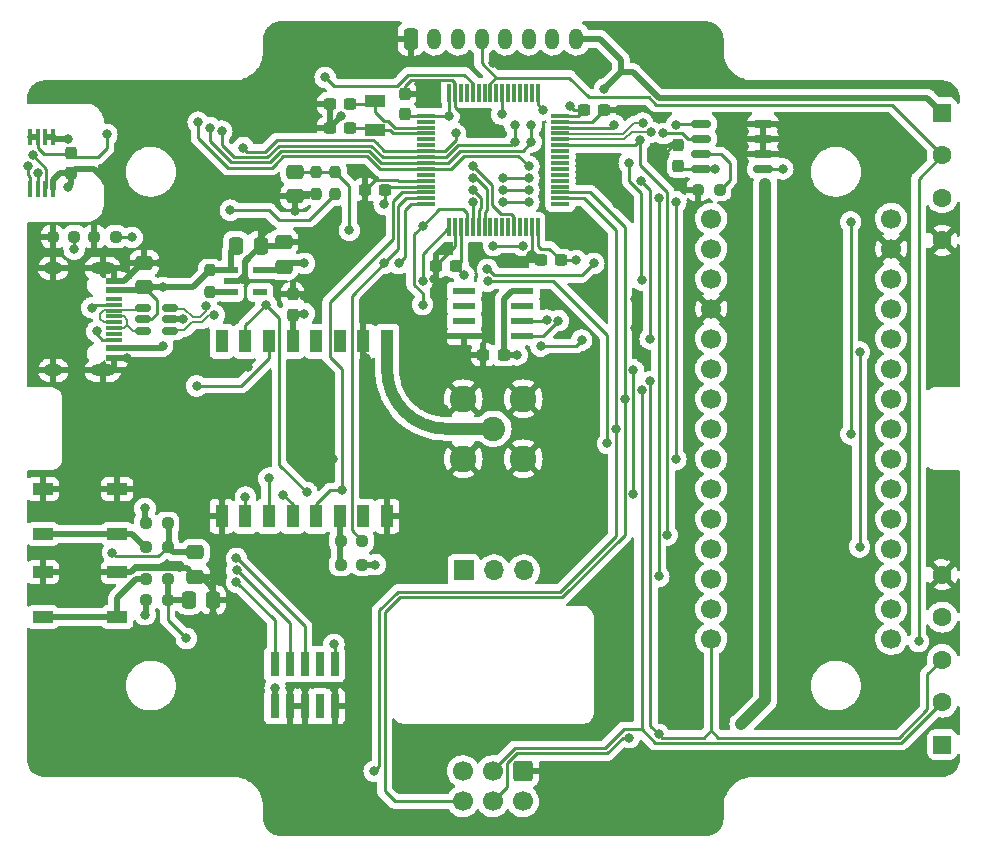
<source format=gbr>
%TF.GenerationSoftware,KiCad,Pcbnew,5.99.0-unknown-36d11f745e~142~ubuntu20.04.1*%
%TF.CreationDate,2021-10-28T09:57:51+02:00*%
%TF.ProjectId,Main_PCB_2,4d61696e-5f50-4434-925f-322e6b696361,rev?*%
%TF.SameCoordinates,Original*%
%TF.FileFunction,Copper,L1,Top*%
%TF.FilePolarity,Positive*%
%FSLAX46Y46*%
G04 Gerber Fmt 4.6, Leading zero omitted, Abs format (unit mm)*
G04 Created by KiCad (PCBNEW 5.99.0-unknown-36d11f745e~142~ubuntu20.04.1) date 2021-10-28 09:57:51*
%MOMM*%
%LPD*%
G01*
G04 APERTURE LIST*
G04 Aperture macros list*
%AMRoundRect*
0 Rectangle with rounded corners*
0 $1 Rounding radius*
0 $2 $3 $4 $5 $6 $7 $8 $9 X,Y pos of 4 corners*
0 Add a 4 corners polygon primitive as box body*
4,1,4,$2,$3,$4,$5,$6,$7,$8,$9,$2,$3,0*
0 Add four circle primitives for the rounded corners*
1,1,$1+$1,$2,$3*
1,1,$1+$1,$4,$5*
1,1,$1+$1,$6,$7*
1,1,$1+$1,$8,$9*
0 Add four rect primitives between the rounded corners*
20,1,$1+$1,$2,$3,$4,$5,0*
20,1,$1+$1,$4,$5,$6,$7,0*
20,1,$1+$1,$6,$7,$8,$9,0*
20,1,$1+$1,$8,$9,$2,$3,0*%
G04 Aperture macros list end*
%TA.AperFunction,SMDPad,CuDef*%
%ADD10RoundRect,0.250000X0.475000X-0.337500X0.475000X0.337500X-0.475000X0.337500X-0.475000X-0.337500X0*%
%TD*%
%TA.AperFunction,SMDPad,CuDef*%
%ADD11RoundRect,0.150000X0.512500X0.150000X-0.512500X0.150000X-0.512500X-0.150000X0.512500X-0.150000X0*%
%TD*%
%TA.AperFunction,SMDPad,CuDef*%
%ADD12RoundRect,0.237500X0.237500X-0.300000X0.237500X0.300000X-0.237500X0.300000X-0.237500X-0.300000X0*%
%TD*%
%TA.AperFunction,SMDPad,CuDef*%
%ADD13RoundRect,0.237500X0.300000X0.237500X-0.300000X0.237500X-0.300000X-0.237500X0.300000X-0.237500X0*%
%TD*%
%TA.AperFunction,ComponentPad*%
%ADD14RoundRect,0.250000X-0.600000X0.600000X-0.600000X-0.600000X0.600000X-0.600000X0.600000X0.600000X0*%
%TD*%
%TA.AperFunction,ComponentPad*%
%ADD15C,1.700000*%
%TD*%
%TA.AperFunction,SMDPad,CuDef*%
%ADD16RoundRect,0.237500X-0.250000X-0.237500X0.250000X-0.237500X0.250000X0.237500X-0.250000X0.237500X0*%
%TD*%
%TA.AperFunction,SMDPad,CuDef*%
%ADD17RoundRect,0.237500X0.250000X0.237500X-0.250000X0.237500X-0.250000X-0.237500X0.250000X-0.237500X0*%
%TD*%
%TA.AperFunction,SMDPad,CuDef*%
%ADD18R,0.760000X2.050000*%
%TD*%
%TA.AperFunction,SMDPad,CuDef*%
%ADD19R,1.450000X0.600000*%
%TD*%
%TA.AperFunction,SMDPad,CuDef*%
%ADD20R,1.450000X0.300000*%
%TD*%
%TA.AperFunction,ComponentPad*%
%ADD21O,1.600000X1.000000*%
%TD*%
%TA.AperFunction,ComponentPad*%
%ADD22O,2.100000X1.000000*%
%TD*%
%TA.AperFunction,SMDPad,CuDef*%
%ADD23RoundRect,0.237500X0.237500X-0.250000X0.237500X0.250000X-0.237500X0.250000X-0.237500X-0.250000X0*%
%TD*%
%TA.AperFunction,SMDPad,CuDef*%
%ADD24R,1.700000X1.000000*%
%TD*%
%TA.AperFunction,SMDPad,CuDef*%
%ADD25R,1.800000X1.000000*%
%TD*%
%TA.AperFunction,SMDPad,CuDef*%
%ADD26R,0.450000X1.400000*%
%TD*%
%TA.AperFunction,ComponentPad*%
%ADD27RoundRect,0.250000X-0.550000X0.550000X-0.550000X-0.550000X0.550000X-0.550000X0.550000X0.550000X0*%
%TD*%
%TA.AperFunction,ComponentPad*%
%ADD28C,1.600000*%
%TD*%
%TA.AperFunction,SMDPad,CuDef*%
%ADD29R,1.981200X0.558800*%
%TD*%
%TA.AperFunction,ComponentPad*%
%ADD30R,1.700000X1.700000*%
%TD*%
%TA.AperFunction,ComponentPad*%
%ADD31O,1.700000X1.700000*%
%TD*%
%TA.AperFunction,SMDPad,CuDef*%
%ADD32RoundRect,0.075000X-0.700000X-0.075000X0.700000X-0.075000X0.700000X0.075000X-0.700000X0.075000X0*%
%TD*%
%TA.AperFunction,SMDPad,CuDef*%
%ADD33RoundRect,0.075000X-0.075000X-0.700000X0.075000X-0.700000X0.075000X0.700000X-0.075000X0.700000X0*%
%TD*%
%TA.AperFunction,SMDPad,CuDef*%
%ADD34RoundRect,0.237500X-0.300000X-0.237500X0.300000X-0.237500X0.300000X0.237500X-0.300000X0.237500X0*%
%TD*%
%TA.AperFunction,SMDPad,CuDef*%
%ADD35RoundRect,0.250000X-0.475000X0.337500X-0.475000X-0.337500X0.475000X-0.337500X0.475000X0.337500X0*%
%TD*%
%TA.AperFunction,SMDPad,CuDef*%
%ADD36RoundRect,0.237500X-0.237500X0.250000X-0.237500X-0.250000X0.237500X-0.250000X0.237500X0.250000X0*%
%TD*%
%TA.AperFunction,ComponentPad*%
%ADD37RoundRect,0.250000X0.550000X-0.550000X0.550000X0.550000X-0.550000X0.550000X-0.550000X-0.550000X0*%
%TD*%
%TA.AperFunction,SMDPad,CuDef*%
%ADD38RoundRect,0.150000X0.675000X0.150000X-0.675000X0.150000X-0.675000X-0.150000X0.675000X-0.150000X0*%
%TD*%
%TA.AperFunction,SMDPad,CuDef*%
%ADD39RoundRect,0.250000X-0.337500X-0.475000X0.337500X-0.475000X0.337500X0.475000X-0.337500X0.475000X0*%
%TD*%
%TA.AperFunction,SMDPad,CuDef*%
%ADD40RoundRect,0.237500X-0.237500X0.300000X-0.237500X-0.300000X0.237500X-0.300000X0.237500X0.300000X0*%
%TD*%
%TA.AperFunction,ComponentPad*%
%ADD41RoundRect,0.250000X-0.350000X-0.650000X0.350000X-0.650000X0.350000X0.650000X-0.350000X0.650000X0*%
%TD*%
%TA.AperFunction,ComponentPad*%
%ADD42O,1.200000X1.800000*%
%TD*%
%TA.AperFunction,SMDPad,CuDef*%
%ADD43R,1.050000X1.950000*%
%TD*%
%TA.AperFunction,SMDPad,CuDef*%
%ADD44R,1.200000X0.600000*%
%TD*%
%TA.AperFunction,ComponentPad*%
%ADD45C,2.050000*%
%TD*%
%TA.AperFunction,ComponentPad*%
%ADD46C,2.250000*%
%TD*%
%TA.AperFunction,ViaPad*%
%ADD47C,0.800000*%
%TD*%
%TA.AperFunction,Conductor*%
%ADD48C,0.250000*%
%TD*%
%TA.AperFunction,Conductor*%
%ADD49C,0.500000*%
%TD*%
%TA.AperFunction,Conductor*%
%ADD50C,1.000000*%
%TD*%
%TA.AperFunction,Conductor*%
%ADD51C,0.200000*%
%TD*%
G04 APERTURE END LIST*
D10*
%TO.P,C19,1*%
%TO.N,+5V*%
X79440000Y-86037500D03*
%TO.P,C19,2*%
%TO.N,GND*%
X79440000Y-83962500D03*
%TD*%
D11*
%TO.P,U7,1,I/O1*%
%TO.N,USB+*%
X81637500Y-89700000D03*
%TO.P,U7,2,GND*%
%TO.N,GND*%
X81637500Y-88750000D03*
%TO.P,U7,3,I/O2*%
%TO.N,USB-*%
X81637500Y-87800000D03*
%TO.P,U7,4,I/O2*%
%TO.N,D-*%
X79362500Y-87800000D03*
%TO.P,U7,5,VBUS*%
%TO.N,+5V*%
X79362500Y-88750000D03*
%TO.P,U7,6,I/O1*%
%TO.N,D+*%
X79362500Y-89700000D03*
%TD*%
D12*
%TO.P,C6,1*%
%TO.N,GND*%
X73250000Y-76362500D03*
%TO.P,C6,2*%
%TO.N,VCC*%
X73250000Y-74637500D03*
%TD*%
D13*
%TO.P,C8,1*%
%TO.N,GND*%
X118362500Y-71000000D03*
%TO.P,C8,2*%
%TO.N,VCC*%
X116637500Y-71000000D03*
%TD*%
D14*
%TO.P,J2,1,Pin_1*%
%TO.N,GND*%
X111500000Y-127000000D03*
D15*
%TO.P,J2,2,Pin_2*%
%TO.N,VCC*%
X111500000Y-129540000D03*
%TO.P,J2,3,Pin_3*%
%TO.N,/IC2_MoistureSensor_SCL1*%
X108960000Y-127000000D03*
%TO.P,J2,4,Pin_4*%
%TO.N,/IC2_MoistureSensor_SDA1*%
X108960000Y-129540000D03*
%TO.P,J2,5,Pin_5*%
%TO.N,/IC2_MoistureSensor_SCL2*%
X106420000Y-127000000D03*
%TO.P,J2,6,Pin_6*%
%TO.N,/IC2_MoistureSensor_SDA2*%
X106420000Y-129540000D03*
%TD*%
D16*
%TO.P,R8,1*%
%TO.N,VCC*%
X79587500Y-112500000D03*
%TO.P,R8,2*%
%TO.N,/Reset*%
X81412500Y-112500000D03*
%TD*%
D17*
%TO.P,R14,1*%
%TO.N,Net-(R14-Pad1)*%
X128162500Y-77750000D03*
%TO.P,R14,2*%
%TO.N,GND*%
X126337500Y-77750000D03*
%TD*%
D16*
%TO.P,R6,1*%
%TO.N,Net-(R6-Pad1)*%
X79625000Y-110750000D03*
%TO.P,R6,2*%
%TO.N,/Reset*%
X81450000Y-110750000D03*
%TD*%
D18*
%TO.P,JP1,1*%
%TO.N,VCC*%
X90480000Y-121500000D03*
%TO.P,JP1,2*%
%TO.N,/SWDIO*%
X90480000Y-117940000D03*
%TO.P,JP1,3*%
%TO.N,GND*%
X91750000Y-121500000D03*
%TO.P,JP1,4*%
%TO.N,/SWCLK*%
X91750000Y-117940000D03*
%TO.P,JP1,5*%
%TO.N,GND*%
X93020000Y-121500000D03*
%TO.P,JP1,6*%
%TO.N,/SWO*%
X93020000Y-117940000D03*
%TO.P,JP1,7*%
%TO.N,unconnected-(JP1-Pad7)*%
X94290000Y-121500000D03*
%TO.P,JP1,8*%
%TO.N,unconnected-(JP1-Pad8)*%
X94290000Y-117940000D03*
%TO.P,JP1,9*%
%TO.N,GND*%
X95560000Y-121500000D03*
%TO.P,JP1,10*%
%TO.N,/Reset*%
X95560000Y-117940000D03*
%TD*%
D19*
%TO.P,J3,A1,GND*%
%TO.N,GND*%
X76845000Y-85500000D03*
%TO.P,J3,A4,VBUS*%
%TO.N,+5V*%
X76845000Y-86300000D03*
D20*
%TO.P,J3,A5,CC1*%
%TO.N,Net-(J3-PadA5)*%
X76845000Y-87500000D03*
%TO.P,J3,A6,D+*%
%TO.N,D+*%
X76845000Y-88500000D03*
%TO.P,J3,A7,D-*%
%TO.N,D-*%
X76845000Y-89000000D03*
%TO.P,J3,A8,SBU1*%
%TO.N,unconnected-(J3-PadA8)*%
X76845000Y-90000000D03*
D19*
%TO.P,J3,A9,VBUS*%
%TO.N,+5V*%
X76845000Y-91200000D03*
%TO.P,J3,A12,GND*%
%TO.N,GND*%
X76845000Y-92000000D03*
%TO.P,J3,B1,GND*%
X76845000Y-92000000D03*
%TO.P,J3,B4,VBUS*%
%TO.N,+5V*%
X76845000Y-91200000D03*
D20*
%TO.P,J3,B5,CC2*%
%TO.N,Net-(J3-PadB5)*%
X76845000Y-90500000D03*
%TO.P,J3,B6,D+*%
%TO.N,D+*%
X76845000Y-89500000D03*
%TO.P,J3,B7,D-*%
%TO.N,D-*%
X76845000Y-88000000D03*
%TO.P,J3,B8,SBU2*%
%TO.N,unconnected-(J3-PadB8)*%
X76845000Y-87000000D03*
D19*
%TO.P,J3,B9,VBUS*%
%TO.N,+5V*%
X76845000Y-86300000D03*
%TO.P,J3,B12,GND*%
%TO.N,GND*%
X76845000Y-85500000D03*
D21*
%TO.P,J3,S1,SHIELD*%
X71750000Y-84430000D03*
D22*
X75930000Y-84430000D03*
X75930000Y-93070000D03*
D21*
X71750000Y-93070000D03*
%TD*%
D23*
%TO.P,R11,1*%
%TO.N,Net-(PS2-Pad3)*%
X85000000Y-86412500D03*
%TO.P,R11,2*%
%TO.N,+5V*%
X85000000Y-84587500D03*
%TD*%
D24*
%TO.P,SW2,1,1*%
%TO.N,GND*%
X77150000Y-103100000D03*
X70850000Y-103100000D03*
%TO.P,SW2,2,2*%
%TO.N,Net-(R7-Pad1)*%
X70850000Y-106900000D03*
X77150000Y-106900000D03*
%TD*%
D17*
%TO.P,R5,1*%
%TO.N,Net-(J3-PadB5)*%
X73515000Y-81750000D03*
%TO.P,R5,2*%
%TO.N,GND*%
X71690000Y-81750000D03*
%TD*%
D25*
%TO.P,Y1,1,1*%
%TO.N,/OSC32_IN*%
X99000000Y-70250000D03*
%TO.P,Y1,2,2*%
%TO.N,/OSC32_OUT*%
X99000000Y-72750000D03*
%TD*%
D15*
%TO.P,U6,1,PA9*%
%TO.N,/D1_TX*%
X127450000Y-80220000D03*
%TO.P,U6,2,PA10*%
%TO.N,/D0_TX*%
X127450000Y-82760000D03*
%TO.P,U6,3,NRST*%
%TO.N,/Reset*%
X127450000Y-85300000D03*
%TO.P,U6,4,GND*%
%TO.N,GND*%
X127450000Y-87840000D03*
%TO.P,U6,5,PA12*%
%TO.N,/SPI_LORA_MOSI*%
X127450000Y-90380000D03*
%TO.P,U6,6,PB0*%
%TO.N,/SPI_LORA_NSS*%
X127450000Y-92920000D03*
%TO.P,U6,7,PB7*%
%TO.N,/IC2_MoistureSensor_SDA2*%
X127450000Y-95460000D03*
%TO.P,U6,8,PB6*%
%TO.N,/IC2_MoistureSensor_SCL2*%
X127450000Y-98000000D03*
%TO.P,U6,9,PB1*%
%TO.N,/TempAlert*%
X127450000Y-100540000D03*
%TO.P,U6,10,nc*%
%TO.N,unconnected-(U6-Pad10)*%
X127450000Y-103080000D03*
%TO.P,U6,11,nc*%
%TO.N,unconnected-(U6-Pad11)*%
X127450000Y-105620000D03*
%TO.P,U6,12,PA8*%
%TO.N,/D9*%
X127450000Y-108160000D03*
%TO.P,U6,13,PA11*%
%TO.N,/SPI_LORA_MISO*%
X127450000Y-110700000D03*
%TO.P,U6,14,PB5*%
%TO.N,unconnected-(U6-Pad14)*%
X127450000Y-113240000D03*
%TO.P,U6,15,PB4*%
%TO.N,/IC2_MoistureSensor_SDA1*%
X127450000Y-115780000D03*
%TO.P,U6,16,PB3*%
%TO.N,/LED*%
X142690000Y-115780000D03*
%TO.P,U6,17,3V3*%
%TO.N,VCC*%
X142690000Y-113240000D03*
%TO.P,U6,18,AREF*%
%TO.N,unconnected-(U6-Pad18)*%
X142690000Y-110700000D03*
%TO.P,U6,19,PA0*%
%TO.N,/bat_voltage*%
X142690000Y-108160000D03*
%TO.P,U6,20,PA1*%
%TO.N,/LORA_DIO0*%
X142690000Y-105620000D03*
%TO.P,U6,21,PA3*%
%TO.N,/LORA_DIO1*%
X142690000Y-103080000D03*
%TO.P,U6,22,PA4*%
%TO.N,Lora-Reset*%
X142690000Y-100540000D03*
%TO.P,U6,23,PA5*%
%TO.N,/SPI_LORA_SCK*%
X142690000Y-98000000D03*
%TO.P,U6,24,PA6*%
%TO.N,unconnected-(U6-Pad24)*%
X142690000Y-95460000D03*
%TO.P,U6,25,PA7*%
%TO.N,/IC2_MoistureSensor_SCL1*%
X142690000Y-92920000D03*
%TO.P,U6,26,PA2*%
%TO.N,unconnected-(U6-Pad26)*%
X142690000Y-90380000D03*
%TO.P,U6,27,5V*%
%TO.N,unconnected-(U6-Pad27)*%
X142690000Y-87840000D03*
%TO.P,U6,28,NRST*%
%TO.N,/Reset*%
X142690000Y-85300000D03*
%TO.P,U6,29,GND*%
%TO.N,GND*%
X142690000Y-82760000D03*
%TO.P,U6,30,VIN*%
%TO.N,unconnected-(U6-Pad30)*%
X142690000Y-80220000D03*
%TD*%
D24*
%TO.P,SW1,1,1*%
%TO.N,GND*%
X77150000Y-110150000D03*
X70850000Y-110150000D03*
%TO.P,SW1,2,2*%
%TO.N,Net-(R6-Pad1)*%
X70850000Y-113950000D03*
X77150000Y-113950000D03*
%TD*%
D26*
%TO.P,IC1,1,SDA*%
%TO.N,/IC2_MoistureSensor_SDA1*%
X69775000Y-77700000D03*
%TO.P,IC1,2,SCL*%
%TO.N,/IC2_MoistureSensor_SCL1*%
X70425000Y-77700000D03*
%TO.P,IC1,3,ALERT*%
%TO.N,/TempAlert*%
X71075000Y-77700000D03*
%TO.P,IC1,4,GND*%
%TO.N,GND*%
X71725000Y-77700000D03*
%TO.P,IC1,5,A2*%
X71725000Y-73300000D03*
%TO.P,IC1,6,A1*%
X71075000Y-73300000D03*
%TO.P,IC1,7,A0*%
%TO.N,VCC*%
X70425000Y-73300000D03*
%TO.P,IC1,8,VDD*%
X69775000Y-73300000D03*
%TD*%
D16*
%TO.P,R2,1*%
%TO.N,Net-(R2-Pad1)*%
X96087500Y-107500000D03*
%TO.P,R2,2*%
%TO.N,Lora-Reset*%
X97912500Y-107500000D03*
%TD*%
D17*
%TO.P,R3,1*%
%TO.N,VCC*%
X97912500Y-109500000D03*
%TO.P,R3,2*%
%TO.N,Net-(R2-Pad1)*%
X96087500Y-109500000D03*
%TD*%
D27*
%TO.P,REF\u002A\u002A,1*%
%TO.N,VBAT*%
X147000000Y-71250000D03*
D28*
%TO.P,REF\u002A\u002A,2*%
%TO.N,/LED*%
X147000000Y-74850000D03*
%TO.P,REF\u002A\u002A,3*%
%TO.N,VCC*%
X147000000Y-78450000D03*
%TO.P,REF\u002A\u002A,4*%
%TO.N,GND*%
X147000000Y-82050000D03*
%TD*%
D29*
%TO.P,U5,1,NC*%
%TO.N,unconnected-(U5-Pad1)*%
X106536200Y-86345000D03*
%TO.P,U5,2,NC*%
%TO.N,unconnected-(U5-Pad2)*%
X106536200Y-87615000D03*
%TO.P,U5,3,NC*%
%TO.N,unconnected-(U5-Pad3)*%
X106536200Y-88885000D03*
%TO.P,U5,4,GND*%
%TO.N,GND*%
X106536200Y-90155000D03*
%TO.P,U5,5,SDA*%
%TO.N,/IC2_MoistureSensor_SDA1*%
X111463800Y-90155000D03*
%TO.P,U5,6,SCL*%
%TO.N,/IC2_MoistureSensor_SCL1*%
X111463800Y-88885000D03*
%TO.P,U5,7,NC*%
%TO.N,unconnected-(U5-Pad7)*%
X111463800Y-87615000D03*
%TO.P,U5,8,VCC*%
%TO.N,VCC*%
X111463800Y-86345000D03*
%TD*%
D30*
%TO.P,J4,1,Pin_1*%
%TO.N,/usb3v3*%
X106500000Y-110000000D03*
D31*
%TO.P,J4,2,Pin_2*%
%TO.N,VCC*%
X109040000Y-110000000D03*
%TO.P,J4,3,Pin_3*%
%TO.N,/battery*%
X111580000Y-110000000D03*
%TD*%
D32*
%TO.P,U4,1,VBAT*%
%TO.N,VCC*%
X103325000Y-71500000D03*
%TO.P,U4,2,PC13*%
%TO.N,unconnected-(U4-Pad2)*%
X103325000Y-72000000D03*
%TO.P,U4,3,PC14*%
%TO.N,/OSC32_IN*%
X103325000Y-72500000D03*
%TO.P,U4,4,PC15*%
%TO.N,/OSC32_OUT*%
X103325000Y-73000000D03*
%TO.P,U4,5,PH0*%
%TO.N,unconnected-(U4-Pad5)*%
X103325000Y-73500000D03*
%TO.P,U4,6,PH1*%
%TO.N,unconnected-(U4-Pad6)*%
X103325000Y-74000000D03*
%TO.P,U4,7,NRST*%
%TO.N,/Reset*%
X103325000Y-74500000D03*
%TO.P,U4,8,PC0*%
%TO.N,/IC2_MoistureSensor_SCL1*%
X103325000Y-75000000D03*
%TO.P,U4,9,PC1*%
%TO.N,/IC2_MoistureSensor_SDA1*%
X103325000Y-75500000D03*
%TO.P,U4,10,PC2*%
%TO.N,/TempAlert*%
X103325000Y-76000000D03*
%TO.P,U4,11,PC3*%
%TO.N,unconnected-(U4-Pad11)*%
X103325000Y-76500000D03*
%TO.P,U4,12,VSSA*%
%TO.N,GND*%
X103325000Y-77000000D03*
%TO.P,U4,13,VDDA*%
%TO.N,VCC*%
X103325000Y-77500000D03*
%TO.P,U4,14,PA0*%
%TO.N,/SPI_LORA_NSS*%
X103325000Y-78000000D03*
%TO.P,U4,15,PA1*%
%TO.N,Lora-Reset*%
X103325000Y-78500000D03*
%TO.P,U4,16,PA2*%
%TO.N,/D1_TX*%
X103325000Y-79000000D03*
D33*
%TO.P,U4,17,PA3*%
%TO.N,/D0_TX*%
X105250000Y-80925000D03*
%TO.P,U4,18,VSS*%
%TO.N,GND*%
X105750000Y-80925000D03*
%TO.P,U4,19,VDD*%
%TO.N,VCC*%
X106250000Y-80925000D03*
%TO.P,U4,20,PA4*%
%TO.N,/bat_voltage*%
X106750000Y-80925000D03*
%TO.P,U4,21,PA5*%
%TO.N,/SPI_LORA_SCK*%
X107250000Y-80925000D03*
%TO.P,U4,22,PA6*%
%TO.N,/SPI_LORA_MISO*%
X107750000Y-80925000D03*
%TO.P,U4,23,PA7*%
%TO.N,/SPI_LORA_MOSI*%
X108250000Y-80925000D03*
%TO.P,U4,24,PC4*%
%TO.N,unconnected-(U4-Pad24)*%
X108750000Y-80925000D03*
%TO.P,U4,25,PC5*%
%TO.N,unconnected-(U4-Pad25)*%
X109250000Y-80925000D03*
%TO.P,U4,26,PB0*%
%TO.N,unconnected-(U4-Pad26)*%
X109750000Y-80925000D03*
%TO.P,U4,27,PB1*%
%TO.N,unconnected-(U4-Pad27)*%
X110250000Y-80925000D03*
%TO.P,U4,28,PB2*%
%TO.N,/LORA_DIO1*%
X110750000Y-80925000D03*
%TO.P,U4,29,PB10*%
%TO.N,unconnected-(U4-Pad29)*%
X111250000Y-80925000D03*
%TO.P,U4,30,PB11*%
%TO.N,unconnected-(U4-Pad30)*%
X111750000Y-80925000D03*
%TO.P,U4,31,VSS*%
%TO.N,GND*%
X112250000Y-80925000D03*
%TO.P,U4,32,VDD*%
%TO.N,VCC*%
X112750000Y-80925000D03*
D32*
%TO.P,U4,33,PB12*%
%TO.N,unconnected-(U4-Pad33)*%
X114675000Y-79000000D03*
%TO.P,U4,34,PB13*%
%TO.N,/IC2_MoistureSensor_SCL2*%
X114675000Y-78500000D03*
%TO.P,U4,35,PB14*%
%TO.N,/IC2_MoistureSensor_SDA2*%
X114675000Y-78000000D03*
%TO.P,U4,36,PB15*%
%TO.N,unconnected-(U4-Pad36)*%
X114675000Y-77500000D03*
%TO.P,U4,37,PC6*%
%TO.N,unconnected-(U4-Pad37)*%
X114675000Y-77000000D03*
%TO.P,U4,38,PC7*%
%TO.N,unconnected-(U4-Pad38)*%
X114675000Y-76500000D03*
%TO.P,U4,39,PC8*%
%TO.N,unconnected-(U4-Pad39)*%
X114675000Y-76000000D03*
%TO.P,U4,40,PC9*%
%TO.N,unconnected-(U4-Pad40)*%
X114675000Y-75500000D03*
%TO.P,U4,41,PA8*%
%TO.N,unconnected-(U4-Pad41)*%
X114675000Y-75000000D03*
%TO.P,U4,42,PA9*%
%TO.N,unconnected-(U4-Pad42)*%
X114675000Y-74500000D03*
%TO.P,U4,43,PA10*%
%TO.N,/LORA_DIO0*%
X114675000Y-74000000D03*
%TO.P,U4,44,PA11*%
%TO.N,USB-*%
X114675000Y-73500000D03*
%TO.P,U4,45,PA12*%
%TO.N,USB+*%
X114675000Y-73000000D03*
%TO.P,U4,46,PA13*%
%TO.N,/SWDIO*%
X114675000Y-72500000D03*
%TO.P,U4,47,VSS*%
%TO.N,GND*%
X114675000Y-72000000D03*
%TO.P,U4,48,VDDUSB*%
%TO.N,VCC*%
X114675000Y-71500000D03*
D33*
%TO.P,U4,49,PA14*%
%TO.N,/SWCLK*%
X112750000Y-69575000D03*
%TO.P,U4,50,PA15*%
%TO.N,/PA15*%
X112250000Y-69575000D03*
%TO.P,U4,51,PC10*%
%TO.N,unconnected-(U4-Pad51)*%
X111750000Y-69575000D03*
%TO.P,U4,52,PC11*%
%TO.N,unconnected-(U4-Pad52)*%
X111250000Y-69575000D03*
%TO.P,U4,53,PC12*%
%TO.N,unconnected-(U4-Pad53)*%
X110750000Y-69575000D03*
%TO.P,U4,54,PD2*%
%TO.N,unconnected-(U4-Pad54)*%
X110250000Y-69575000D03*
%TO.P,U4,55,PB3*%
%TO.N,/SWO*%
X109750000Y-69575000D03*
%TO.P,U4,56,PB4*%
%TO.N,unconnected-(U4-Pad56)*%
X109250000Y-69575000D03*
%TO.P,U4,57,PB5*%
%TO.N,/LED*%
X108750000Y-69575000D03*
%TO.P,U4,58,PB6*%
%TO.N,unconnected-(U4-Pad58)*%
X108250000Y-69575000D03*
%TO.P,U4,59,PB7*%
%TO.N,unconnected-(U4-Pad59)*%
X107750000Y-69575000D03*
%TO.P,U4,60,BOOT0*%
%TO.N,/boot0*%
X107250000Y-69575000D03*
%TO.P,U4,61,PB8*%
%TO.N,unconnected-(U4-Pad61)*%
X106750000Y-69575000D03*
%TO.P,U4,62,PB9*%
%TO.N,unconnected-(U4-Pad62)*%
X106250000Y-69575000D03*
%TO.P,U4,63,VSS*%
%TO.N,GND*%
X105750000Y-69575000D03*
%TO.P,U4,64,VDD*%
%TO.N,VCC*%
X105250000Y-69575000D03*
%TD*%
D16*
%TO.P,R7,1*%
%TO.N,Net-(R7-Pad1)*%
X79587500Y-108000000D03*
%TO.P,R7,2*%
%TO.N,/boot0*%
X81412500Y-108000000D03*
%TD*%
D34*
%TO.P,C9,1*%
%TO.N,GND*%
X104137500Y-84250000D03*
%TO.P,C9,2*%
%TO.N,VCC*%
X105862500Y-84250000D03*
%TD*%
D13*
%TO.P,C3,1*%
%TO.N,/OSC32_IN*%
X96862500Y-70500000D03*
%TO.P,C3,2*%
%TO.N,GND*%
X95137500Y-70500000D03*
%TD*%
D35*
%TO.P,C13,1*%
%TO.N,/bat_voltage*%
X92200000Y-76250000D03*
%TO.P,C13,2*%
%TO.N,GND*%
X92200000Y-78325000D03*
%TD*%
D36*
%TO.P,R13,1*%
%TO.N,/bat_voltage*%
X94000000Y-76287500D03*
%TO.P,R13,2*%
%TO.N,GND*%
X94000000Y-78112500D03*
%TD*%
D37*
%TO.P,REF\u002A\u002A,1*%
%TO.N,/battery*%
X147000000Y-124750000D03*
D28*
%TO.P,REF\u002A\u002A,2*%
%TO.N,/IC2_MoistureSensor_SCL1*%
X147000000Y-121150000D03*
%TO.P,REF\u002A\u002A,3*%
%TO.N,/IC2_MoistureSensor_SDA1*%
X147000000Y-117550000D03*
%TO.P,REF\u002A\u002A,4*%
%TO.N,VCC*%
X147000000Y-113950000D03*
%TO.P,REF\u002A\u002A,5*%
%TO.N,GND*%
X147000000Y-110350000D03*
%TD*%
D10*
%TO.P,C18,1*%
%TO.N,/usb3v3*%
X91250000Y-84287500D03*
%TO.P,C18,2*%
%TO.N,GND*%
X91250000Y-82212500D03*
%TD*%
D23*
%TO.P,R12,1*%
%TO.N,VBAT*%
X95600000Y-78112500D03*
%TO.P,R12,2*%
%TO.N,/bat_voltage*%
X95600000Y-76287500D03*
%TD*%
D38*
%TO.P,U8,1,A0*%
%TO.N,VCC*%
X131825000Y-76005000D03*
%TO.P,U8,2,A1*%
%TO.N,GND*%
X131825000Y-74735000D03*
%TO.P,U8,3,A2*%
X131825000Y-73465000D03*
%TO.P,U8,4,VSS*%
X131825000Y-72195000D03*
%TO.P,U8,5,SDA*%
%TO.N,/IC2_MoistureSensor_SDA1*%
X126575000Y-72195000D03*
%TO.P,U8,6,SCL*%
%TO.N,/IC2_MoistureSensor_SCL1*%
X126575000Y-73465000D03*
%TO.P,U8,7,WP*%
%TO.N,Net-(R14-Pad1)*%
X126575000Y-74735000D03*
%TO.P,U8,8,VCC*%
%TO.N,VCC*%
X126575000Y-76005000D03*
%TD*%
D39*
%TO.P,C2,1*%
%TO.N,/Reset*%
X83212500Y-112500000D03*
%TO.P,C2,2*%
%TO.N,GND*%
X85287500Y-112500000D03*
%TD*%
D13*
%TO.P,C4,1*%
%TO.N,/OSC32_OUT*%
X96862500Y-72500000D03*
%TO.P,C4,2*%
%TO.N,GND*%
X95137500Y-72500000D03*
%TD*%
D40*
%TO.P,C1,1*%
%TO.N,GND*%
X92000000Y-86637500D03*
%TO.P,C1,2*%
%TO.N,VCC*%
X92000000Y-88362500D03*
%TD*%
D34*
%TO.P,C5,1*%
%TO.N,GND*%
X108137500Y-91750000D03*
%TO.P,C5,2*%
%TO.N,VCC*%
X109862500Y-91750000D03*
%TD*%
D39*
%TO.P,C17,1*%
%TO.N,+5V*%
X87212500Y-82500000D03*
%TO.P,C17,2*%
%TO.N,GND*%
X89287500Y-82500000D03*
%TD*%
D17*
%TO.P,R4,1*%
%TO.N,Net-(J3-PadA5)*%
X77015000Y-81750000D03*
%TO.P,R4,2*%
%TO.N,GND*%
X75190000Y-81750000D03*
%TD*%
D35*
%TO.P,C20,1*%
%TO.N,/boot0*%
X83750000Y-108462500D03*
%TO.P,C20,2*%
%TO.N,GND*%
X83750000Y-110537500D03*
%TD*%
D41*
%TO.P,J5,1,Pin_1*%
%TO.N,GND*%
X102000000Y-65000000D03*
D42*
%TO.P,J5,2,Pin_2*%
%TO.N,VCC*%
X104000000Y-65000000D03*
%TO.P,J5,3,Pin_3*%
%TO.N,unconnected-(J5-Pad3)*%
X106000000Y-65000000D03*
%TO.P,J5,4,Pin_4*%
%TO.N,/LED*%
X108000000Y-65000000D03*
%TO.P,J5,5,Pin_5*%
%TO.N,/IC2_MoistureSensor_SCL1*%
X110000000Y-65000000D03*
%TO.P,J5,6,Pin_6*%
%TO.N,/IC2_MoistureSensor_SDA1*%
X112000000Y-65000000D03*
%TO.P,J5,7,Pin_7*%
%TO.N,/battery*%
X114000000Y-65000000D03*
%TO.P,J5,8,Pin_8*%
%TO.N,VBAT*%
X116000000Y-65000000D03*
%TD*%
D34*
%TO.P,C10,1*%
%TO.N,GND*%
X113025000Y-83750000D03*
%TO.P,C10,2*%
%TO.N,VCC*%
X114750000Y-83750000D03*
%TD*%
D16*
%TO.P,R9,1*%
%TO.N,VCC*%
X79587500Y-106000000D03*
%TO.P,R9,2*%
%TO.N,/boot0*%
X81412500Y-106000000D03*
%TD*%
D43*
%TO.P,U2,1,GND*%
%TO.N,GND*%
X86000000Y-105400000D03*
%TO.P,U2,2,MISO*%
%TO.N,/SPI_LORA_MISO*%
X88000000Y-105400000D03*
%TO.P,U2,3,MOSI*%
%TO.N,/SPI_LORA_MOSI*%
X90000000Y-105400000D03*
%TO.P,U2,4,SCK*%
%TO.N,/SPI_LORA_SCK*%
X92000000Y-105400000D03*
%TO.P,U2,5,NSS*%
%TO.N,/SPI_LORA_NSS*%
X94000000Y-105400000D03*
%TO.P,U2,6,RESET*%
%TO.N,Net-(R2-Pad1)*%
X96000000Y-105400000D03*
%TO.P,U2,7,DIO5*%
%TO.N,unconnected-(U2-Pad7)*%
X98000000Y-105400000D03*
%TO.P,U2,8,GND*%
%TO.N,GND*%
X100000000Y-105400000D03*
%TO.P,U2,9,ANT*%
%TO.N,Net-(J1-Pad1)*%
X100000000Y-90600000D03*
%TO.P,U2,10,GND*%
%TO.N,GND*%
X98000000Y-90600000D03*
%TO.P,U2,11,DIO3*%
%TO.N,unconnected-(U2-Pad11)*%
X96000000Y-90600000D03*
%TO.P,U2,12,DIO4*%
%TO.N,unconnected-(U2-Pad12)*%
X94000000Y-90600000D03*
%TO.P,U2,13,3.3V*%
%TO.N,VCC*%
X92000000Y-90600000D03*
%TO.P,U2,14,DIO0*%
%TO.N,/LORA_DIO0*%
X90000000Y-90600000D03*
%TO.P,U2,15,DIO1*%
%TO.N,/LORA_DIO1*%
X88000000Y-90600000D03*
%TO.P,U2,16,DIO2*%
%TO.N,unconnected-(U2-Pad16)*%
X86000000Y-90600000D03*
%TD*%
D40*
%TO.P,C16,1*%
%TO.N,GND*%
X124670000Y-74022500D03*
%TO.P,C16,2*%
%TO.N,VCC*%
X124670000Y-75747500D03*
%TD*%
D44*
%TO.P,PS2,1,VIN*%
%TO.N,+5V*%
X86750000Y-84550000D03*
%TO.P,PS2,2,VSS*%
%TO.N,GND*%
X86750000Y-85500000D03*
%TO.P,PS2,3,ON/OFF*%
%TO.N,Net-(PS2-Pad3)*%
X86750000Y-86450000D03*
%TO.P,PS2,4,NC*%
%TO.N,unconnected-(PS2-Pad4)*%
X89250000Y-86450000D03*
%TO.P,PS2,5,VOUT*%
%TO.N,/usb3v3*%
X89250000Y-84550000D03*
%TD*%
D34*
%TO.P,C12,1*%
%TO.N,GND*%
X98137500Y-77750000D03*
%TO.P,C12,2*%
%TO.N,VCC*%
X99862500Y-77750000D03*
%TD*%
D40*
%TO.P,C11,1*%
%TO.N,GND*%
X101500000Y-69637500D03*
%TO.P,C11,2*%
%TO.N,VCC*%
X101500000Y-71362500D03*
%TD*%
D45*
%TO.P,J1,1,In*%
%TO.N,Net-(J1-Pad1)*%
X109000000Y-98000000D03*
D46*
%TO.P,J1,2,Ext*%
%TO.N,GND*%
X106460000Y-100540000D03*
X111540000Y-95460000D03*
X106460000Y-95460000D03*
X111540000Y-100540000D03*
%TD*%
D47*
%TO.N,/IC2_MoistureSensor_SCL1*%
X70424834Y-76320189D03*
X110800000Y-72275500D03*
X110800000Y-73724500D03*
X113500000Y-88800000D03*
X86000000Y-72800000D03*
X121551000Y-94735500D03*
X123400000Y-73000000D03*
%TO.N,/IC2_MoistureSensor_SDA1*%
X114500000Y-88843738D03*
X120500000Y-124150500D03*
X112200000Y-72275500D03*
X85000000Y-72500000D03*
X123000000Y-123875500D03*
X122275500Y-94000000D03*
X124500000Y-72250000D03*
X112200000Y-73724500D03*
X69612407Y-75737981D03*
%TO.N,/LORA_DIO0*%
X83875008Y-94375008D03*
X121400000Y-73570732D03*
X123724500Y-107000000D03*
%TO.N,VCC*%
X111000000Y-91750000D03*
X127750000Y-76000000D03*
X93000000Y-88250000D03*
X76269841Y-73069841D03*
X90520000Y-119970000D03*
X133500000Y-76000000D03*
X106500000Y-85000000D03*
X79500000Y-113750000D03*
X79500000Y-104750000D03*
X105237701Y-71500000D03*
X116000000Y-83750000D03*
X115500000Y-70674020D03*
X99000000Y-109500000D03*
X99750000Y-79000000D03*
%TO.N,/LORA_DIO1*%
X93200000Y-103400000D03*
X89750000Y-87500000D03*
X107250000Y-75750000D03*
%TO.N,/Reset*%
X120500000Y-75469263D03*
X105800000Y-72975000D03*
X95500000Y-116250000D03*
X87825980Y-74200000D03*
X83000000Y-115750000D03*
X121551000Y-85400000D03*
%TO.N,GND*%
X138000000Y-89500000D03*
X89000000Y-72750000D03*
X101600000Y-91800000D03*
X86000000Y-103750000D03*
X121400000Y-65000000D03*
X125000000Y-77500000D03*
X90250000Y-108000000D03*
X101900000Y-94300000D03*
X121000000Y-87000000D03*
X98400000Y-93400000D03*
X73000000Y-73500000D03*
X103600000Y-96000000D03*
X101600000Y-93100000D03*
X101600000Y-90500000D03*
X73000000Y-77500000D03*
X121000000Y-89500000D03*
X134250000Y-96500000D03*
X147400000Y-108800000D03*
X92200000Y-79600000D03*
X125800000Y-81500000D03*
X119500000Y-79000000D03*
X82750000Y-88750000D03*
X71000000Y-126000000D03*
X80750000Y-84000000D03*
X78000000Y-92000000D03*
X100500000Y-68000000D03*
X127000000Y-131000000D03*
X90000000Y-81000000D03*
X88250000Y-92750000D03*
X121500000Y-92000000D03*
X117000000Y-75500000D03*
X120012299Y-70987701D03*
X102600000Y-95300000D03*
X111750000Y-98000000D03*
X99200000Y-88600000D03*
X88500000Y-96250000D03*
X100000000Y-103000000D03*
X116000000Y-124000000D03*
X98700000Y-94800000D03*
X84750000Y-83000000D03*
X127000000Y-65000000D03*
X85000000Y-76750000D03*
X99200000Y-96100000D03*
X93020000Y-119970000D03*
X104000000Y-85325980D03*
X109000000Y-95250000D03*
X133250000Y-72250000D03*
X130000000Y-109000000D03*
X98250000Y-92000000D03*
X109000000Y-100750000D03*
X106500000Y-72000000D03*
X102800000Y-99200000D03*
X74100000Y-103100000D03*
X125800000Y-92000000D03*
X104800000Y-96300000D03*
X74100000Y-110150000D03*
X125800000Y-94000000D03*
X95520000Y-119970000D03*
X95400000Y-100600000D03*
X137500000Y-102000000D03*
X96098774Y-71565699D03*
X130000000Y-102000000D03*
X109000000Y-67000000D03*
X100100000Y-97300000D03*
X147400000Y-104400000D03*
X96500000Y-68000000D03*
X137500000Y-105500000D03*
X112192851Y-83307149D03*
X104400000Y-99600000D03*
X120000000Y-110500000D03*
X123501605Y-74759375D03*
X101400000Y-89300000D03*
X116000000Y-81000000D03*
X93250000Y-99250000D03*
X101400000Y-98400000D03*
X91000000Y-131000000D03*
X85250000Y-113750000D03*
X137500000Y-109000000D03*
X100400000Y-88600000D03*
X93000000Y-86750000D03*
X118000000Y-87000000D03*
X76200000Y-77000000D03*
X93250000Y-68500000D03*
X91770000Y-119970000D03*
X98000000Y-79000000D03*
X130000000Y-105500000D03*
X120000000Y-122000000D03*
X103000000Y-125500000D03*
%TO.N,/SPI_LORA_NSS*%
X120826500Y-93000000D03*
X120826500Y-103500497D03*
X96200000Y-103200000D03*
%TO.N,Lora-Reset*%
X99737788Y-83999989D03*
X108512299Y-85512299D03*
X118653000Y-99250000D03*
%TO.N,/SPI_LORA_MOSI*%
X112000000Y-76800497D03*
X121500000Y-77000000D03*
X107250000Y-76750497D03*
X109800000Y-76800000D03*
X89987701Y-102187701D03*
X122275500Y-90400000D03*
%TO.N,/SPI_LORA_MISO*%
X107250000Y-77750000D03*
X123000000Y-110500000D03*
X109800000Y-77800000D03*
X88000000Y-103800000D03*
X123000000Y-78500000D03*
X112000000Y-77800000D03*
%TO.N,/SPI_LORA_SCK*%
X107250000Y-78774599D03*
X91200000Y-103600000D03*
X139250000Y-80500000D03*
X109812299Y-78800000D03*
X139250000Y-98450011D03*
X112000000Y-78812051D03*
%TO.N,/D0_TX*%
X108500000Y-84500000D03*
X117500000Y-84000000D03*
X103000000Y-85500000D03*
%TO.N,/D1_TX*%
X109000000Y-82500000D03*
X111500000Y-82500000D03*
X101000000Y-84000000D03*
%TO.N,VBAT*%
X118400000Y-69225009D03*
X86724500Y-79500000D03*
%TO.N,/IC2_MoistureSensor_SCL2*%
X119377500Y-98000000D03*
X98900000Y-127000000D03*
%TO.N,/IC2_MoistureSensor_SDA2*%
X120102000Y-95500000D03*
%TO.N,/SWDIO*%
X87250000Y-111000000D03*
X119250000Y-72325499D03*
%TO.N,/SWCLK*%
X87262299Y-109987701D03*
X113200000Y-71000000D03*
%TO.N,/SWO*%
X87249854Y-108988276D03*
X109727141Y-71376460D03*
%TO.N,/TempAlert*%
X84000000Y-72050491D03*
X69988190Y-74811810D03*
X112000000Y-75800000D03*
X124449000Y-78775500D03*
X124449000Y-100600000D03*
%TO.N,+5V*%
X81000000Y-91000000D03*
X81000000Y-86037500D03*
%TO.N,Net-(J3-PadB5)*%
X75416609Y-89764620D03*
X73500000Y-82800000D03*
%TO.N,Net-(J3-PadA5)*%
X75010867Y-87760867D03*
X78400000Y-81800000D03*
%TO.N,USB+*%
X85371232Y-88395732D03*
X121628768Y-72128768D03*
%TO.N,USB-*%
X84628768Y-87653268D03*
X122371232Y-72871232D03*
%TO.N,/battery*%
X132000000Y-77250000D03*
X130000000Y-123000000D03*
%TO.N,/usb3v3*%
X93000000Y-84000000D03*
%TO.N,/boot0*%
X94750000Y-68252909D03*
X76750000Y-108500000D03*
%TO.N,/bat_voltage*%
X103000000Y-87500000D03*
X116476020Y-90500000D03*
X113000000Y-91000000D03*
X140000000Y-108000000D03*
X103009124Y-80809124D03*
X96800000Y-81202429D03*
X140000000Y-91500000D03*
%TO.N,/LED*%
X145000000Y-116000000D03*
%TD*%
D48*
%TO.N,/IC2_MoistureSensor_SCL1*%
X110800000Y-72275500D02*
X110800000Y-73724500D01*
X121525875Y-123425989D02*
X121551000Y-123451114D01*
X110800000Y-73724500D02*
X110525009Y-73999491D01*
X70425000Y-76320355D02*
X70425000Y-77700000D01*
X125500000Y-73500000D02*
X126500000Y-73500000D01*
X98659749Y-74024031D02*
X99635718Y-75000000D01*
X105000000Y-75000000D02*
X103325000Y-75000000D01*
X123400000Y-73000000D02*
X125000000Y-73000000D01*
X143550000Y-124600000D02*
X147000000Y-121150000D01*
X86000000Y-72800000D02*
X86000000Y-74000000D01*
X110794382Y-125050480D02*
X118449520Y-125050480D01*
X108960000Y-126884862D02*
X110794382Y-125050480D01*
X86000000Y-74000000D02*
X87000000Y-75000000D01*
X110525009Y-73999491D02*
X106000510Y-73999491D01*
X99635718Y-75000000D02*
X103325000Y-75000000D01*
X113415000Y-88885000D02*
X111463800Y-88885000D01*
X122699886Y-124600000D02*
X143550000Y-124600000D01*
X118449520Y-125050480D02*
X120074011Y-123425989D01*
X113500000Y-88800000D02*
X113415000Y-88885000D01*
X87000000Y-75000000D02*
X89864282Y-75000000D01*
X89864282Y-75000000D02*
X90840251Y-74024031D01*
X108960000Y-127000000D02*
X108960000Y-126884862D01*
X106000510Y-73999491D02*
X105000000Y-75000000D01*
X70424834Y-76320189D02*
X70425000Y-76320355D01*
X125000000Y-73000000D02*
X125500000Y-73500000D01*
X90840251Y-74024031D02*
X98659749Y-74024031D01*
X121551000Y-123451114D02*
X121551000Y-94735500D01*
X120074011Y-123425989D02*
X121525875Y-123425989D01*
X121551000Y-123451114D02*
X122699886Y-124600000D01*
%TO.N,/IC2_MoistureSensor_SDA1*%
X123000000Y-123875500D02*
X123274980Y-124150480D01*
X99500000Y-75500000D02*
X103325000Y-75500000D01*
X122275500Y-123151000D02*
X123000000Y-123875500D01*
X122275500Y-94000000D02*
X122275500Y-123151000D01*
X127450000Y-115780000D02*
X127450000Y-123550000D01*
X111475489Y-74449011D02*
X106186707Y-74449011D01*
X105135718Y-75500000D02*
X103325000Y-75500000D01*
X110980580Y-125500000D02*
X110134511Y-126346069D01*
X143349520Y-124150480D02*
X145750000Y-121750000D01*
X85000000Y-72500000D02*
X85000000Y-73635717D01*
X110134511Y-126346069D02*
X110134511Y-128365489D01*
X126849520Y-124150480D02*
X127450000Y-123550000D01*
X90050480Y-75449520D02*
X91026449Y-74473551D01*
X124520000Y-72230000D02*
X126500000Y-72230000D01*
X85000000Y-73635717D02*
X86813803Y-75449520D01*
X112200000Y-73724500D02*
X111475489Y-74449011D01*
X118635718Y-125500000D02*
X110980580Y-125500000D01*
X112200000Y-73724500D02*
X112200000Y-72275500D01*
X113188738Y-90155000D02*
X111463800Y-90155000D01*
X124500000Y-72250000D02*
X124520000Y-72230000D01*
X145750000Y-121750000D02*
X145750000Y-118800000D01*
X106186707Y-74449011D02*
X105135718Y-75500000D01*
X69612407Y-75737981D02*
X69612407Y-76532376D01*
X91026449Y-74473551D02*
X98473551Y-74473551D01*
X123274980Y-124150480D02*
X126849520Y-124150480D01*
X114500000Y-88843738D02*
X113188738Y-90155000D01*
X69612407Y-76532376D02*
X69799943Y-76719912D01*
X110134511Y-128365489D02*
X108960000Y-129540000D01*
X127450000Y-123550000D02*
X128050480Y-124150480D01*
X128050480Y-124150480D02*
X143349520Y-124150480D01*
X120500000Y-124150500D02*
X119985218Y-124150500D01*
X69799943Y-77675057D02*
X69775000Y-77700000D01*
X145750000Y-118800000D02*
X147000000Y-117550000D01*
X119985218Y-124150500D02*
X118635718Y-125500000D01*
X86813803Y-75449520D02*
X90050480Y-75449520D01*
X98473551Y-74473551D02*
X99500000Y-75500000D01*
X69799943Y-76719912D02*
X69799943Y-77675057D01*
%TO.N,/LORA_DIO0*%
X87649606Y-94375008D02*
X90000000Y-92024614D01*
X121400000Y-73570732D02*
X120970732Y-74000000D01*
X120970732Y-74000000D02*
X114675000Y-74000000D01*
X83875008Y-94375008D02*
X87649606Y-94375008D01*
X121400000Y-75650000D02*
X123724500Y-77974500D01*
X121400000Y-73570732D02*
X121400000Y-75650000D01*
X90000000Y-92024614D02*
X90000000Y-90600000D01*
X123724500Y-77974500D02*
X123724500Y-107000000D01*
%TO.N,VCC*%
X116137500Y-71500000D02*
X116637500Y-71000000D01*
D49*
X90480000Y-121500000D02*
X90480000Y-120010000D01*
D48*
X105862500Y-84250000D02*
X106250000Y-83862500D01*
X101637500Y-71500000D02*
X101500000Y-71362500D01*
X114750000Y-83750000D02*
X113750000Y-82750000D01*
D49*
X109862500Y-91750000D02*
X109862500Y-87047278D01*
D48*
X73162989Y-74724511D02*
X73250000Y-74637500D01*
X115500000Y-70674020D02*
X115825980Y-71000000D01*
X99750000Y-79000000D02*
X99862500Y-78887500D01*
X76269841Y-73069841D02*
X76269841Y-74230159D01*
X100112500Y-77500000D02*
X103325000Y-77500000D01*
X131825000Y-76005000D02*
X133495000Y-76005000D01*
D49*
X109862500Y-87047278D02*
X110564778Y-86345000D01*
X69775000Y-73300000D02*
X70400489Y-73300000D01*
X93000000Y-88250000D02*
X92112500Y-88250000D01*
D48*
X106250000Y-83862500D02*
X106250000Y-80925000D01*
X127710000Y-76040000D02*
X126500000Y-76040000D01*
D49*
X79587500Y-112500000D02*
X79587500Y-113662500D01*
D48*
X75500000Y-75000000D02*
X73612500Y-75000000D01*
X133495000Y-76005000D02*
X133500000Y-76000000D01*
X99862500Y-77750000D02*
X100112500Y-77500000D01*
X113000000Y-82750000D02*
X112750000Y-82500000D01*
X70425000Y-73300000D02*
X70425000Y-74224022D01*
X113750000Y-82750000D02*
X113000000Y-82750000D01*
X127750000Y-76000000D02*
X127710000Y-76040000D01*
X105862500Y-84250000D02*
X105862500Y-84362500D01*
D49*
X90480000Y-120010000D02*
X90520000Y-119970000D01*
D48*
X112750000Y-82500000D02*
X112750000Y-80925000D01*
X126500000Y-76040000D02*
X124962500Y-76040000D01*
X99862500Y-78887500D02*
X99862500Y-77750000D01*
X114675000Y-71500000D02*
X116137500Y-71500000D01*
X105237701Y-71500000D02*
X103325000Y-71500000D01*
D49*
X92112500Y-88250000D02*
X92000000Y-88362500D01*
D48*
X70925489Y-74724511D02*
X73162989Y-74724511D01*
X124962500Y-76040000D02*
X124670000Y-75747500D01*
X76269841Y-74230159D02*
X75500000Y-75000000D01*
X105250000Y-71487701D02*
X105250000Y-69575000D01*
D49*
X97912500Y-109500000D02*
X99000000Y-109500000D01*
D48*
X103325000Y-71500000D02*
X101637500Y-71500000D01*
X105862500Y-84362500D02*
X106500000Y-85000000D01*
D49*
X109862500Y-91750000D02*
X111000000Y-91750000D01*
D48*
X115825980Y-71000000D02*
X116637500Y-71000000D01*
D49*
X92000000Y-88362500D02*
X92000000Y-90600000D01*
D48*
X114750000Y-83750000D02*
X116000000Y-83750000D01*
X105237701Y-71500000D02*
X105250000Y-71487701D01*
X70425000Y-74224022D02*
X70925489Y-74724511D01*
D49*
X110564778Y-86345000D02*
X111463800Y-86345000D01*
D48*
X73612500Y-75000000D02*
X73250000Y-74637500D01*
D49*
X79587500Y-113662500D02*
X79500000Y-113750000D01*
X79500000Y-106000000D02*
X79500000Y-104750000D01*
D48*
%TO.N,/LORA_DIO1*%
X109625480Y-79825480D02*
X108873551Y-79073551D01*
X90849511Y-88599511D02*
X89750000Y-87500000D01*
X89750000Y-87500000D02*
X88000000Y-89250000D01*
X88000000Y-89250000D02*
X88000000Y-90600000D01*
X107274117Y-75750000D02*
X107250000Y-75750000D01*
X110750000Y-80925000D02*
X110750000Y-80082916D01*
X110750000Y-80082916D02*
X110492564Y-79825480D01*
X110492564Y-79825480D02*
X109625480Y-79825480D01*
X93200000Y-103400000D02*
X90849511Y-101049511D01*
X108873551Y-79073551D02*
X108873551Y-77349434D01*
X108873551Y-77349434D02*
X107274117Y-75750000D01*
X90849511Y-101049511D02*
X90849511Y-88599511D01*
%TO.N,/Reset*%
X87825980Y-74200000D02*
X88176460Y-74550480D01*
X90654054Y-73574511D02*
X98845947Y-73574511D01*
X121500000Y-85349000D02*
X121500000Y-78024614D01*
D49*
X81412500Y-112500000D02*
X81412500Y-110787500D01*
D48*
X99771436Y-74500000D02*
X103325000Y-74500000D01*
X88176460Y-74550480D02*
X89678084Y-74550480D01*
X104864283Y-74500000D02*
X103325000Y-74500000D01*
D49*
X83212500Y-112500000D02*
X81412500Y-112500000D01*
D48*
X89678084Y-74550480D02*
X90654054Y-73574511D01*
D49*
X81412500Y-110787500D02*
X81450000Y-110750000D01*
D48*
X95500000Y-116250000D02*
X95560000Y-116310000D01*
X99109269Y-73837834D02*
X99771436Y-74500000D01*
X121551000Y-85400000D02*
X121500000Y-85349000D01*
X81412500Y-114162500D02*
X81412500Y-112500000D01*
X83000000Y-115750000D02*
X81412500Y-114162500D01*
X105800000Y-73564284D02*
X104864283Y-74500000D01*
X120500000Y-77024614D02*
X120500000Y-75469263D01*
X95560000Y-116310000D02*
X95560000Y-117940000D01*
X98845947Y-73574511D02*
X99109269Y-73837834D01*
X121500000Y-78024614D02*
X120500000Y-77024614D01*
X105800000Y-72975000D02*
X105800000Y-73564284D01*
%TO.N,GND*%
X106500000Y-72000000D02*
X106500000Y-71500000D01*
X98137500Y-77750000D02*
X98137500Y-78862500D01*
X91750000Y-121500000D02*
X91750000Y-119990000D01*
X104137500Y-84112500D02*
X105750000Y-82500000D01*
D49*
X95137500Y-70500000D02*
X95137500Y-72500000D01*
X86000000Y-105400000D02*
X86000000Y-103750000D01*
X89287500Y-82500000D02*
X90962500Y-82500000D01*
X95137500Y-72500000D02*
X95164473Y-72500000D01*
X80712500Y-83962500D02*
X80750000Y-84000000D01*
X70850000Y-110150000D02*
X74100000Y-110150000D01*
X78674520Y-109825480D02*
X78350000Y-110150000D01*
X88000000Y-85000000D02*
X88000000Y-83787500D01*
X84287500Y-110537500D02*
X85287500Y-111537500D01*
X70850000Y-103100000D02*
X74100000Y-103100000D01*
D48*
X105492564Y-68475480D02*
X102024520Y-68475480D01*
D49*
X73250000Y-77250000D02*
X73000000Y-77500000D01*
X88000000Y-83787500D02*
X89287500Y-82500000D01*
X74100000Y-103100000D02*
X77150000Y-103100000D01*
D48*
X131840000Y-72230000D02*
X133230000Y-72230000D01*
X93020000Y-121500000D02*
X93020000Y-119970000D01*
X105750000Y-69575000D02*
X105750000Y-68732916D01*
D49*
X85287500Y-111537500D02*
X85287500Y-112500000D01*
X71749511Y-76949511D02*
X71749511Y-77700000D01*
X74100000Y-110150000D02*
X77150000Y-110150000D01*
D48*
X112192851Y-83307149D02*
X112582149Y-83307149D01*
X125250000Y-77750000D02*
X125000000Y-77500000D01*
X95560000Y-121500000D02*
X95560000Y-120010000D01*
X100949520Y-77000000D02*
X103325000Y-77000000D01*
X104137500Y-84250000D02*
X104137500Y-84112500D01*
X98137500Y-77750000D02*
X98937020Y-76950480D01*
X104000000Y-85325980D02*
X104000000Y-84387500D01*
X124238480Y-74022500D02*
X123501605Y-74759375D01*
X124670000Y-74022500D02*
X124238480Y-74022500D01*
X126337500Y-77750000D02*
X125250000Y-77750000D01*
X91750000Y-119990000D02*
X91770000Y-119970000D01*
X98937020Y-76950480D02*
X100900000Y-76950480D01*
D49*
X92000000Y-86637500D02*
X92887500Y-86637500D01*
X85287500Y-113712500D02*
X85250000Y-113750000D01*
X81637500Y-88750000D02*
X82750000Y-88750000D01*
D48*
X118362500Y-71000000D02*
X120000000Y-71000000D01*
D49*
X75200000Y-76000000D02*
X73612500Y-76000000D01*
X72336522Y-76362500D02*
X71749511Y-76949511D01*
X89287500Y-81712500D02*
X89287500Y-82500000D01*
X92887500Y-86637500D02*
X93000000Y-86750000D01*
D48*
X98137500Y-78862500D02*
X98000000Y-79000000D01*
D49*
X100000000Y-105400000D02*
X100000000Y-103000000D01*
X85287500Y-112500000D02*
X85287500Y-113712500D01*
D48*
X105750000Y-70750000D02*
X105750000Y-69575000D01*
D49*
X73250000Y-76362500D02*
X72336522Y-76362500D01*
D48*
X112582149Y-83307149D02*
X113025000Y-83750000D01*
X113025000Y-83750000D02*
X112250000Y-82975000D01*
D49*
X86750000Y-85500000D02*
X87500000Y-85500000D01*
X90000000Y-81000000D02*
X89287500Y-81712500D01*
D48*
X133230000Y-72230000D02*
X133250000Y-72250000D01*
X92200000Y-78325000D02*
X92200000Y-79600000D01*
D49*
X98000000Y-91750000D02*
X98000000Y-90600000D01*
D48*
X106500000Y-71500000D02*
X105750000Y-70750000D01*
X120000000Y-71000000D02*
X120012299Y-70987701D01*
X131825000Y-72195000D02*
X131825000Y-74735000D01*
D49*
X73250000Y-76362500D02*
X73250000Y-77250000D01*
X87500000Y-85500000D02*
X88000000Y-85000000D01*
D48*
X92525000Y-78000000D02*
X92200000Y-78325000D01*
X114675000Y-72000000D02*
X117362500Y-72000000D01*
D49*
X83750000Y-110537500D02*
X84287500Y-110537500D01*
X98250000Y-92000000D02*
X98000000Y-91750000D01*
D48*
X95560000Y-120010000D02*
X95520000Y-119970000D01*
X104000000Y-84387500D02*
X104137500Y-84250000D01*
D49*
X76735000Y-85500000D02*
X77750000Y-85500000D01*
D48*
X117362500Y-72000000D02*
X118362500Y-71000000D01*
D49*
X95164473Y-72500000D02*
X96098774Y-71565699D01*
D48*
X102024520Y-68475480D02*
X101500000Y-69000000D01*
X112250000Y-82975000D02*
X112250000Y-80925000D01*
D49*
X76845000Y-92000000D02*
X78000000Y-92000000D01*
X73612500Y-76000000D02*
X73250000Y-76362500D01*
D48*
X94000000Y-78000000D02*
X92525000Y-78000000D01*
D49*
X77750000Y-85500000D02*
X79287500Y-83962500D01*
D48*
X101500000Y-69000000D02*
X101500000Y-69637500D01*
D49*
X79440000Y-83962500D02*
X80712500Y-83962500D01*
X83037980Y-109825480D02*
X78674520Y-109825480D01*
X83750000Y-110537500D02*
X83037980Y-109825480D01*
X71925000Y-73500000D02*
X71725000Y-73300000D01*
D48*
X105750000Y-68732916D02*
X105492564Y-68475480D01*
D49*
X71725000Y-73300000D02*
X71100009Y-73300000D01*
X76200000Y-77000000D02*
X75200000Y-76000000D01*
X73000000Y-73500000D02*
X71925000Y-73500000D01*
X78350000Y-110150000D02*
X77150000Y-110150000D01*
D48*
X105750000Y-82500000D02*
X105750000Y-80925000D01*
X100900000Y-76950480D02*
X100949520Y-77000000D01*
D49*
X79287500Y-83962500D02*
X79440000Y-83962500D01*
D48*
%TO.N,/SPI_LORA_NSS*%
X94000000Y-104400000D02*
X94000000Y-105400000D01*
X103325000Y-78000000D02*
X101250000Y-78000000D01*
X95150489Y-87300489D02*
X95150489Y-91899511D01*
X100500000Y-78750000D02*
X100500000Y-81950978D01*
X95150489Y-91899511D02*
X96200000Y-92949022D01*
X101250000Y-78000000D02*
X100500000Y-78750000D01*
X95200000Y-103200000D02*
X94000000Y-104400000D01*
X96200000Y-103200000D02*
X95200000Y-103200000D01*
X120826500Y-93000000D02*
X120826500Y-103500497D01*
X96200000Y-92949022D02*
X96200000Y-103200000D01*
X100500000Y-81950978D02*
X95150489Y-87300489D01*
%TO.N,Lora-Reset*%
X101600000Y-78500000D02*
X103325000Y-78500000D01*
X99737788Y-83999989D02*
X97000000Y-86737777D01*
X97000000Y-106587500D02*
X97912500Y-107500000D01*
X114061511Y-85512299D02*
X108512299Y-85512299D01*
X97000000Y-86737777D02*
X97000000Y-106587500D01*
X99737788Y-83999989D02*
X100949520Y-82788257D01*
X100949520Y-79150480D02*
X101600000Y-78500000D01*
X118653000Y-90103788D02*
X114061511Y-85512299D01*
X100949520Y-82788257D02*
X100949520Y-79150480D01*
X118653000Y-99250000D02*
X118653000Y-90103788D01*
%TO.N,/SPI_LORA_MOSI*%
X121500000Y-77000000D02*
X122275500Y-77775500D01*
X107500497Y-76750497D02*
X107250000Y-76750497D01*
X112000000Y-76800497D02*
X109800497Y-76800497D01*
X108424031Y-77674031D02*
X107500497Y-76750497D01*
X108250000Y-79635718D02*
X108424031Y-79461687D01*
X90000000Y-102200000D02*
X90000000Y-105400000D01*
X108250000Y-80925000D02*
X108250000Y-79635718D01*
X108424031Y-79461687D02*
X108424031Y-77674031D01*
X89987701Y-102187701D02*
X90000000Y-102200000D01*
X122275500Y-77775500D02*
X122275500Y-90400000D01*
X109800497Y-76800497D02*
X109800000Y-76800000D01*
%TO.N,/SPI_LORA_MISO*%
X107974511Y-78474511D02*
X107974511Y-79275489D01*
X123000000Y-78500000D02*
X123000000Y-110500000D01*
X107750000Y-79500000D02*
X107750000Y-80925000D01*
X107974511Y-79275489D02*
X107750000Y-79500000D01*
X112000000Y-77800000D02*
X109800000Y-77800000D01*
X107250000Y-77750000D02*
X107974511Y-78474511D01*
X88000000Y-103800000D02*
X88000000Y-105400000D01*
%TO.N,/SPI_LORA_SCK*%
X139250000Y-80500000D02*
X139250000Y-98450011D01*
X91200000Y-103600000D02*
X92000000Y-104400000D01*
X112000000Y-78812051D02*
X111987949Y-78800000D01*
X92000000Y-104400000D02*
X92000000Y-105400000D01*
X111987949Y-78800000D02*
X109812299Y-78800000D01*
X107250000Y-80925000D02*
X107250000Y-78774599D01*
%TO.N,/D0_TX*%
X116500000Y-85000000D02*
X109024614Y-85000000D01*
X103000000Y-83175000D02*
X105250000Y-80925000D01*
X108524614Y-84500000D02*
X108500000Y-84500000D01*
X103000000Y-85500000D02*
X103000000Y-83175000D01*
X117500000Y-84000000D02*
X116500000Y-85000000D01*
X109024614Y-85000000D02*
X108524614Y-84500000D01*
%TO.N,/D1_TX*%
X101500000Y-79500000D02*
X102000000Y-79000000D01*
X101000000Y-84000000D02*
X101500000Y-83500000D01*
X101500000Y-83500000D02*
X101500000Y-79500000D01*
X109000000Y-82500000D02*
X111500000Y-82500000D01*
X102000000Y-79000000D02*
X103325000Y-79000000D01*
%TO.N,/OSC32_IN*%
X100635718Y-72500000D02*
X103325000Y-72500000D01*
X98750000Y-70500000D02*
X99000000Y-70250000D01*
X99000000Y-71149760D02*
X99775729Y-71925489D01*
X99000000Y-70250000D02*
X99000000Y-71149760D01*
X100061207Y-71925489D02*
X100635718Y-72500000D01*
X96862500Y-70500000D02*
X98750000Y-70500000D01*
X99775729Y-71925489D02*
X100061207Y-71925489D01*
%TO.N,/OSC32_OUT*%
X100500000Y-73000000D02*
X103325000Y-73000000D01*
X100250000Y-72750000D02*
X100500000Y-73000000D01*
X99000000Y-72750000D02*
X100250000Y-72750000D01*
X96862500Y-72500000D02*
X98750000Y-72500000D01*
X98750000Y-72500000D02*
X99000000Y-72750000D01*
D49*
%TO.N,VBAT*%
X119800000Y-66800000D02*
X118000000Y-65000000D01*
X120825009Y-67825009D02*
X119800000Y-67825009D01*
X118000000Y-65000000D02*
X116000000Y-65000000D01*
D48*
X86724500Y-79500000D02*
X90000000Y-79500000D01*
D49*
X145750000Y-70000000D02*
X123000000Y-70000000D01*
X119800000Y-67825009D02*
X118400000Y-69225009D01*
X119800000Y-67825009D02*
X119800000Y-66800000D01*
X123000000Y-70000000D02*
X120825009Y-67825009D01*
D48*
X90824511Y-80324511D02*
X93387989Y-80324511D01*
D49*
X147000000Y-71250000D02*
X145750000Y-70000000D01*
D48*
X90000000Y-79500000D02*
X90824511Y-80324511D01*
X93387989Y-80324511D02*
X95600000Y-78112500D01*
%TO.N,/IC2_MoistureSensor_SCL2*%
X99350480Y-113349520D02*
X99350480Y-126549520D01*
X119377500Y-98000000D02*
X119377500Y-107086782D01*
X119377500Y-81213218D02*
X116664282Y-78500000D01*
X100900000Y-111800000D02*
X99350480Y-113349520D01*
X99350480Y-126549520D02*
X98900000Y-127000000D01*
X119377500Y-98000000D02*
X119377500Y-81213218D01*
X114664282Y-111800000D02*
X100900000Y-111800000D01*
X119377500Y-107086782D02*
X114664282Y-111800000D01*
X116664282Y-78500000D02*
X114675000Y-78500000D01*
%TO.N,/IC2_MoistureSensor_SDA2*%
X120102000Y-80902000D02*
X117200000Y-78000000D01*
X120102000Y-95500000D02*
X120102000Y-80902000D01*
X99800000Y-113535718D02*
X99800000Y-128700000D01*
X117200000Y-78000000D02*
X114675000Y-78000000D01*
X114850479Y-112249520D02*
X101086198Y-112249520D01*
X101086198Y-112249520D02*
X99800000Y-113535718D01*
X99800000Y-128700000D02*
X100640000Y-129540000D01*
X100640000Y-129540000D02*
X106420000Y-129540000D01*
X120102000Y-106997999D02*
X114850479Y-112249520D01*
X120102000Y-95500000D02*
X120102000Y-106997999D01*
D49*
%TO.N,Net-(R7-Pad1)*%
X70850000Y-106900000D02*
X77150000Y-106900000D01*
X78400000Y-106900000D02*
X79500000Y-108000000D01*
X77150000Y-106900000D02*
X78400000Y-106900000D01*
D48*
%TO.N,/SWDIO*%
X119075499Y-72500000D02*
X114675000Y-72500000D01*
X119250000Y-72325499D02*
X119075499Y-72500000D01*
X90480000Y-114230000D02*
X87250000Y-111000000D01*
X90480000Y-117940000D02*
X90480000Y-114230000D01*
%TO.N,/SWCLK*%
X91750000Y-117940000D02*
X91750000Y-114475402D01*
X113200000Y-71000000D02*
X112750000Y-70550000D01*
X91750000Y-114475402D02*
X87262299Y-109987701D01*
X112750000Y-70550000D02*
X112750000Y-69575000D01*
%TO.N,/SWO*%
X93020000Y-114720788D02*
X87287488Y-108988276D01*
X109727141Y-69597859D02*
X109750000Y-69575000D01*
X109727141Y-71376460D02*
X109727141Y-69597859D01*
X87287488Y-108988276D02*
X87249854Y-108988276D01*
X93020000Y-117940000D02*
X93020000Y-114720788D01*
%TO.N,/TempAlert*%
X84000000Y-73400000D02*
X86499040Y-75899040D01*
X84000000Y-72050491D02*
X84000000Y-73400000D01*
X91212647Y-74923071D02*
X98287353Y-74923071D01*
X98287353Y-74923071D02*
X99364282Y-76000000D01*
X69988190Y-74811810D02*
X71149345Y-75972965D01*
X106501469Y-74898531D02*
X105400000Y-76000000D01*
X111098531Y-74898531D02*
X106501469Y-74898531D01*
X90467859Y-75667859D02*
X91212647Y-74923071D01*
X90236677Y-75899040D02*
X90467859Y-75667859D01*
X71149345Y-77625655D02*
X71075000Y-77700000D01*
X71149345Y-75972965D02*
X71149345Y-77625655D01*
X112000000Y-75800000D02*
X111098531Y-74898531D01*
X86499040Y-75899040D02*
X90236677Y-75899040D01*
X105400000Y-76000000D02*
X103325000Y-76000000D01*
X99364282Y-76000000D02*
X103325000Y-76000000D01*
X124449000Y-100600000D02*
X124449000Y-78775500D01*
D49*
%TO.N,Net-(R2-Pad1)*%
X96000000Y-105400000D02*
X96000000Y-109412500D01*
X96000000Y-109412500D02*
X96087500Y-109500000D01*
D50*
%TO.N,Net-(J1-Pad1)*%
X100000000Y-93000000D02*
X100000000Y-90600000D01*
X105000000Y-98000000D02*
X109000000Y-98000000D01*
X100000000Y-93000000D02*
G75*
G03*
X105000000Y-98000000I5000001J1D01*
G01*
D49*
%TO.N,+5V*%
X76845000Y-86300000D02*
X79177500Y-86300000D01*
D48*
X80500000Y-87097500D02*
X79440000Y-86037500D01*
D49*
X86712500Y-84587500D02*
X86750000Y-84550000D01*
X76894511Y-91150489D02*
X76845000Y-91200000D01*
X86750000Y-84550000D02*
X86750000Y-82962500D01*
X83550000Y-86037500D02*
X85000000Y-84587500D01*
D48*
X79362500Y-88750000D02*
X80024999Y-88750000D01*
D49*
X81000000Y-86037500D02*
X79440000Y-86037500D01*
X81000000Y-86037500D02*
X83550000Y-86037500D01*
X85000000Y-84587500D02*
X86712500Y-84587500D01*
D48*
X80500000Y-88274999D02*
X80500000Y-87097500D01*
D49*
X86750000Y-82962500D02*
X87212500Y-82500000D01*
X80849511Y-91150489D02*
X76894511Y-91150489D01*
X79177500Y-86300000D02*
X79440000Y-86037500D01*
X81000000Y-91000000D02*
X80849511Y-91150489D01*
D48*
X80024999Y-88750000D02*
X80500000Y-88274999D01*
D51*
%TO.N,D+*%
X76735000Y-88500000D02*
X77709022Y-88500000D01*
X78000000Y-89250000D02*
X77750000Y-89500000D01*
X79362500Y-89700000D02*
X78450000Y-89700000D01*
X77750000Y-89500000D02*
X76735000Y-89500000D01*
X77709022Y-88500000D02*
X78000000Y-88790978D01*
X78000000Y-88790978D02*
X78000000Y-89250000D01*
X78450000Y-89700000D02*
X78000000Y-89250000D01*
D48*
%TO.N,Net-(J3-PadB5)*%
X75894511Y-90500000D02*
X75416609Y-90022098D01*
X73515000Y-82785000D02*
X73515000Y-81750000D01*
X76845000Y-90500000D02*
X75894511Y-90500000D01*
X75416609Y-90022098D02*
X75416609Y-89764620D01*
X73500000Y-82800000D02*
X73515000Y-82785000D01*
D51*
%TO.N,D-*%
X76050489Y-87949511D02*
X75700000Y-88300000D01*
X75700000Y-88700000D02*
X76000000Y-89000000D01*
X79362500Y-87800000D02*
X79212989Y-87949511D01*
X79212989Y-87949511D02*
X76050489Y-87949511D01*
X75700000Y-88300000D02*
X75700000Y-88700000D01*
X76000000Y-89000000D02*
X76845000Y-89000000D01*
D48*
%TO.N,Net-(J3-PadA5)*%
X78350000Y-81750000D02*
X77015000Y-81750000D01*
X75271734Y-87500000D02*
X75010867Y-87760867D01*
X76845000Y-87500000D02*
X75271734Y-87500000D01*
X78400000Y-81800000D02*
X78350000Y-81750000D01*
D51*
%TO.N,USB+*%
X83514258Y-88975001D02*
X84367698Y-88975001D01*
X121628768Y-72128768D02*
X120871232Y-72128768D01*
X82839739Y-89649520D02*
X83514258Y-88975001D01*
X114700010Y-73025010D02*
X114675000Y-73000000D01*
X81637500Y-89700000D02*
X81687980Y-89649520D01*
X120871232Y-72128768D02*
X119974990Y-73025010D01*
X84946967Y-88395732D02*
X85371232Y-88395732D01*
X81687980Y-89649520D02*
X82839739Y-89649520D01*
X84367698Y-88975001D02*
X84946967Y-88395732D01*
X119974990Y-73025010D02*
X114700010Y-73025010D01*
%TO.N,USB-*%
X81637500Y-87800000D02*
X81687980Y-87850480D01*
X82839739Y-87850480D02*
X83564740Y-88575481D01*
X84130820Y-88575481D02*
X84628768Y-88077533D01*
X122371232Y-72871232D02*
X120693774Y-72871232D01*
X120693774Y-72871232D02*
X120065006Y-73500000D01*
X83564740Y-88575481D02*
X84130820Y-88575481D01*
X81687980Y-87850480D02*
X82839739Y-87850480D01*
X120065006Y-73500000D02*
X114675000Y-73500000D01*
X84628768Y-88077533D02*
X84628768Y-87653268D01*
D49*
%TO.N,Net-(R6-Pad1)*%
X79625000Y-110750000D02*
X78750000Y-110750000D01*
X77150000Y-112350000D02*
X77150000Y-113950000D01*
X77150000Y-113950000D02*
X70850000Y-113950000D01*
X78750000Y-110750000D02*
X77150000Y-112350000D01*
%TO.N,Net-(PS2-Pad3)*%
X85037500Y-86450000D02*
X85000000Y-86412500D01*
X86750000Y-86450000D02*
X85037500Y-86450000D01*
D50*
%TO.N,/battery*%
X130000000Y-123000000D02*
X132000000Y-121000000D01*
X132000000Y-121000000D02*
X132000000Y-77250000D01*
D49*
%TO.N,/usb3v3*%
X89250000Y-84550000D02*
X90987500Y-84550000D01*
X93000000Y-84000000D02*
X91537500Y-84000000D01*
X91537500Y-84000000D02*
X91250000Y-84287500D01*
D48*
%TO.N,/boot0*%
X100798602Y-69000000D02*
X101772642Y-68025960D01*
D49*
X83750000Y-108462500D02*
X81875000Y-108462500D01*
D48*
X106543044Y-68025960D02*
X107250000Y-68732916D01*
D49*
X81500000Y-106000000D02*
X81500000Y-108000000D01*
X81875000Y-108462500D02*
X81412500Y-108000000D01*
D48*
X101772642Y-68025960D02*
X106543044Y-68025960D01*
X77049520Y-108799520D02*
X80612980Y-108799520D01*
X76750000Y-108500000D02*
X77049520Y-108799520D01*
X95497091Y-69000000D02*
X100798602Y-69000000D01*
X107250000Y-68732916D02*
X107250000Y-69575000D01*
X94750000Y-68252909D02*
X95497091Y-69000000D01*
X80612980Y-108799520D02*
X81412500Y-108000000D01*
%TO.N,/bat_voltage*%
X115976020Y-91000000D02*
X116476020Y-90500000D01*
X95600000Y-76287500D02*
X96800000Y-77487500D01*
X96800000Y-79400000D02*
X96800000Y-81202429D01*
X140000000Y-108000000D02*
X140000000Y-91500000D01*
X102275489Y-85800103D02*
X102275489Y-81542759D01*
X103009124Y-80809124D02*
X104418248Y-79400000D01*
X113000000Y-91000000D02*
X115976020Y-91000000D01*
X96800000Y-77487500D02*
X96800000Y-79400000D01*
X95562500Y-76250000D02*
X95600000Y-76287500D01*
X103000000Y-86524614D02*
X102275489Y-85800103D01*
X106400000Y-79400000D02*
X106750000Y-79750000D01*
X92200000Y-76250000D02*
X95562500Y-76250000D01*
X103000000Y-87500000D02*
X103000000Y-86524614D01*
X106750000Y-79750000D02*
X106750000Y-80925000D01*
X102275489Y-81542759D02*
X103009124Y-80809124D01*
X104418248Y-79400000D02*
X106400000Y-79400000D01*
%TO.N,/LED*%
X109207427Y-68275489D02*
X115439771Y-68275489D01*
X109207427Y-68275489D02*
X108750000Y-68732916D01*
X122762026Y-70574520D02*
X142724520Y-70574520D01*
X142724520Y-70574520D02*
X147000000Y-74850000D01*
X145000000Y-116000000D02*
X145000000Y-76850000D01*
X122137026Y-69949520D02*
X122762026Y-70574520D01*
X145000000Y-76850000D02*
X147000000Y-74850000D01*
X115439771Y-68275489D02*
X117113802Y-69949520D01*
X108750000Y-68732916D02*
X108750000Y-69575000D01*
X117113802Y-69949520D02*
X122137026Y-69949520D01*
X108000000Y-67068062D02*
X109207427Y-68275489D01*
X108000000Y-65000000D02*
X108000000Y-67068062D01*
%TO.N,Net-(R14-Pad1)*%
X128270000Y-74770000D02*
X129000000Y-75500000D01*
X129000000Y-76912500D02*
X128162500Y-77750000D01*
X129000000Y-75500000D02*
X129000000Y-76912500D01*
X126500000Y-74770000D02*
X128270000Y-74770000D01*
%TD*%
%TA.AperFunction,Conductor*%
%TO.N,GND*%
G36*
X101195192Y-63528002D02*
G01*
X101241685Y-63581658D01*
X101251789Y-63651932D01*
X101222295Y-63716512D01*
X101193374Y-63741144D01*
X101182193Y-63748063D01*
X101170792Y-63757099D01*
X101056261Y-63871829D01*
X101047249Y-63883240D01*
X100962184Y-64021243D01*
X100956037Y-64034424D01*
X100904862Y-64188710D01*
X100901995Y-64202086D01*
X100892328Y-64296438D01*
X100892000Y-64302855D01*
X100892000Y-64727885D01*
X100896475Y-64743124D01*
X100897865Y-64744329D01*
X100905548Y-64746000D01*
X102128000Y-64746000D01*
X102196121Y-64766002D01*
X102242614Y-64819658D01*
X102254000Y-64872000D01*
X102254000Y-66389884D01*
X102258475Y-66405123D01*
X102259865Y-66406328D01*
X102267548Y-66407999D01*
X102397095Y-66407999D01*
X102403614Y-66407662D01*
X102499206Y-66397743D01*
X102512600Y-66394851D01*
X102666784Y-66343412D01*
X102679962Y-66337239D01*
X102817807Y-66251937D01*
X102829208Y-66242901D01*
X102943739Y-66128171D01*
X102952751Y-66116760D01*
X102980745Y-66071345D01*
X103033517Y-66023852D01*
X103103589Y-66012428D01*
X103168713Y-66040702D01*
X103187088Y-66059625D01*
X103193604Y-66067920D01*
X103198133Y-66071850D01*
X103198138Y-66071855D01*
X103284058Y-66146412D01*
X103353363Y-66206552D01*
X103358549Y-66209552D01*
X103358553Y-66209555D01*
X103513272Y-66299062D01*
X103536454Y-66312473D01*
X103736271Y-66381861D01*
X103742206Y-66382722D01*
X103742208Y-66382722D01*
X103939664Y-66411352D01*
X103939667Y-66411352D01*
X103945604Y-66412213D01*
X104156899Y-66402433D01*
X104288077Y-66370819D01*
X104356701Y-66354281D01*
X104356703Y-66354280D01*
X104362534Y-66352875D01*
X104367992Y-66350393D01*
X104367996Y-66350392D01*
X104483041Y-66298084D01*
X104555087Y-66265326D01*
X104727611Y-66142946D01*
X104857473Y-66007290D01*
X104869736Y-65994480D01*
X104873881Y-65990150D01*
X104880459Y-65979962D01*
X104894746Y-65957837D01*
X104948501Y-65911460D01*
X105018797Y-65901507D01*
X105083314Y-65931139D01*
X105099681Y-65948351D01*
X105193604Y-66067920D01*
X105198133Y-66071850D01*
X105198138Y-66071855D01*
X105284058Y-66146412D01*
X105353363Y-66206552D01*
X105358549Y-66209552D01*
X105358553Y-66209555D01*
X105513272Y-66299062D01*
X105536454Y-66312473D01*
X105736271Y-66381861D01*
X105742206Y-66382722D01*
X105742208Y-66382722D01*
X105939664Y-66411352D01*
X105939667Y-66411352D01*
X105945604Y-66412213D01*
X106156899Y-66402433D01*
X106288077Y-66370819D01*
X106356701Y-66354281D01*
X106356703Y-66354280D01*
X106362534Y-66352875D01*
X106367992Y-66350393D01*
X106367996Y-66350392D01*
X106483041Y-66298084D01*
X106555087Y-66265326D01*
X106727611Y-66142946D01*
X106857473Y-66007290D01*
X106869736Y-65994480D01*
X106873881Y-65990150D01*
X106880459Y-65979962D01*
X106894746Y-65957837D01*
X106948501Y-65911460D01*
X107018797Y-65901507D01*
X107083314Y-65931139D01*
X107099681Y-65948351D01*
X107193604Y-66067920D01*
X107323082Y-66180275D01*
X107361421Y-66240027D01*
X107366500Y-66275439D01*
X107366500Y-66989295D01*
X107365973Y-67000478D01*
X107364298Y-67007971D01*
X107364547Y-67015897D01*
X107364547Y-67015898D01*
X107366438Y-67076048D01*
X107366500Y-67080007D01*
X107366500Y-67107918D01*
X107366997Y-67111852D01*
X107366997Y-67111853D01*
X107367005Y-67111918D01*
X107367938Y-67123755D01*
X107369327Y-67167951D01*
X107374978Y-67187401D01*
X107378987Y-67206762D01*
X107381526Y-67226859D01*
X107384445Y-67234230D01*
X107384445Y-67234232D01*
X107397804Y-67267974D01*
X107401649Y-67279204D01*
X107413982Y-67321655D01*
X107418015Y-67328474D01*
X107418017Y-67328479D01*
X107424293Y-67339090D01*
X107432988Y-67356838D01*
X107440448Y-67375679D01*
X107445110Y-67382095D01*
X107445110Y-67382096D01*
X107466436Y-67411449D01*
X107472952Y-67421369D01*
X107483936Y-67439941D01*
X107495458Y-67459424D01*
X107509779Y-67473745D01*
X107522619Y-67488778D01*
X107534528Y-67505169D01*
X107540634Y-67510220D01*
X107568605Y-67533360D01*
X107577384Y-67541350D01*
X108124672Y-68088638D01*
X108158698Y-68150950D01*
X108153633Y-68221765D01*
X108111086Y-68278601D01*
X108052025Y-68302655D01*
X108043407Y-68303790D01*
X108022678Y-68306519D01*
X108022475Y-68304974D01*
X107977527Y-68304974D01*
X107977324Y-68306519D01*
X107867331Y-68292038D01*
X107867330Y-68292038D01*
X107863244Y-68291500D01*
X107756679Y-68291500D01*
X107688558Y-68271498D01*
X107667583Y-68254595D01*
X107046691Y-67633702D01*
X107039157Y-67625423D01*
X107035044Y-67618942D01*
X106985392Y-67572316D01*
X106982551Y-67569562D01*
X106962814Y-67549825D01*
X106959617Y-67547345D01*
X106950595Y-67539640D01*
X106946441Y-67535739D01*
X106918365Y-67509374D01*
X106911419Y-67505555D01*
X106911416Y-67505553D01*
X106900610Y-67499612D01*
X106884091Y-67488761D01*
X106881532Y-67486776D01*
X106868085Y-67476346D01*
X106860816Y-67473201D01*
X106860812Y-67473198D01*
X106827507Y-67458786D01*
X106816857Y-67453569D01*
X106778104Y-67432265D01*
X106758481Y-67427227D01*
X106739778Y-67420823D01*
X106728464Y-67415927D01*
X106728463Y-67415927D01*
X106721189Y-67412779D01*
X106713366Y-67411540D01*
X106713356Y-67411537D01*
X106677520Y-67405861D01*
X106665900Y-67403455D01*
X106630755Y-67394432D01*
X106630754Y-67394432D01*
X106623074Y-67392460D01*
X106602820Y-67392460D01*
X106583109Y-67390909D01*
X106570930Y-67388980D01*
X106563101Y-67387740D01*
X106533830Y-67390507D01*
X106519083Y-67391901D01*
X106507225Y-67392460D01*
X101851410Y-67392460D01*
X101840227Y-67391933D01*
X101832734Y-67390258D01*
X101824808Y-67390507D01*
X101824807Y-67390507D01*
X101764644Y-67392398D01*
X101760686Y-67392460D01*
X101732786Y-67392460D01*
X101728796Y-67392964D01*
X101716962Y-67393896D01*
X101672753Y-67395286D01*
X101665137Y-67397499D01*
X101665135Y-67397499D01*
X101653294Y-67400939D01*
X101633935Y-67404948D01*
X101632625Y-67405114D01*
X101613845Y-67407486D01*
X101606479Y-67410402D01*
X101606473Y-67410404D01*
X101572740Y-67423760D01*
X101561510Y-67427605D01*
X101552227Y-67430302D01*
X101519049Y-67439941D01*
X101512226Y-67443976D01*
X101501608Y-67450255D01*
X101483855Y-67458952D01*
X101476686Y-67461791D01*
X101465025Y-67466408D01*
X101445273Y-67480759D01*
X101429254Y-67492397D01*
X101419337Y-67498911D01*
X101381280Y-67521418D01*
X101366959Y-67535739D01*
X101351926Y-67548579D01*
X101335535Y-67560488D01*
X101330485Y-67566592D01*
X101330480Y-67566597D01*
X101307349Y-67594558D01*
X101299359Y-67603339D01*
X100573101Y-68329596D01*
X100510789Y-68363621D01*
X100484006Y-68366500D01*
X95811686Y-68366500D01*
X95743565Y-68346498D01*
X95722591Y-68329595D01*
X95697122Y-68304126D01*
X95663096Y-68241814D01*
X95660907Y-68228201D01*
X95644232Y-68069544D01*
X95644232Y-68069542D01*
X95643542Y-68062981D01*
X95584527Y-67881353D01*
X95573958Y-67863046D01*
X95523249Y-67775217D01*
X95489040Y-67715965D01*
X95424208Y-67643961D01*
X95365675Y-67578954D01*
X95365674Y-67578953D01*
X95361253Y-67574043D01*
X95253680Y-67495886D01*
X95212094Y-67465672D01*
X95212093Y-67465671D01*
X95206752Y-67461791D01*
X95200724Y-67459107D01*
X95200722Y-67459106D01*
X95038319Y-67386800D01*
X95038318Y-67386800D01*
X95032288Y-67384115D01*
X94938888Y-67364262D01*
X94851944Y-67345781D01*
X94851939Y-67345781D01*
X94845487Y-67344409D01*
X94654513Y-67344409D01*
X94648061Y-67345781D01*
X94648056Y-67345781D01*
X94561112Y-67364262D01*
X94467712Y-67384115D01*
X94461682Y-67386800D01*
X94461681Y-67386800D01*
X94299278Y-67459106D01*
X94299276Y-67459107D01*
X94293248Y-67461791D01*
X94287907Y-67465671D01*
X94287906Y-67465672D01*
X94246320Y-67495886D01*
X94138747Y-67574043D01*
X94134326Y-67578953D01*
X94134325Y-67578954D01*
X94075793Y-67643961D01*
X94010960Y-67715965D01*
X93976751Y-67775217D01*
X93926043Y-67863046D01*
X93915473Y-67881353D01*
X93856458Y-68062981D01*
X93836496Y-68252909D01*
X93837186Y-68259474D01*
X93855236Y-68431206D01*
X93856458Y-68442837D01*
X93915473Y-68624465D01*
X93918776Y-68630187D01*
X93918777Y-68630188D01*
X93926075Y-68642829D01*
X94010960Y-68789853D01*
X94015378Y-68794760D01*
X94015379Y-68794761D01*
X94118230Y-68908989D01*
X94138747Y-68931775D01*
X94187048Y-68966868D01*
X94255460Y-69016572D01*
X94293248Y-69044027D01*
X94299276Y-69046711D01*
X94299278Y-69046712D01*
X94461681Y-69119018D01*
X94467712Y-69121703D01*
X94561112Y-69141556D01*
X94648056Y-69160037D01*
X94648061Y-69160037D01*
X94654513Y-69161409D01*
X94710406Y-69161409D01*
X94778527Y-69181411D01*
X94799501Y-69198314D01*
X94903092Y-69301905D01*
X94937118Y-69364217D01*
X94932053Y-69435032D01*
X94889506Y-69491868D01*
X94822986Y-69516679D01*
X94813997Y-69517000D01*
X94791234Y-69517000D01*
X94784718Y-69517337D01*
X94690868Y-69527075D01*
X94677472Y-69529968D01*
X94526047Y-69580488D01*
X94512885Y-69586653D01*
X94377508Y-69670426D01*
X94366110Y-69679460D01*
X94253637Y-69792129D01*
X94244625Y-69803540D01*
X94161088Y-69939063D01*
X94154944Y-69952241D01*
X94104685Y-70103766D01*
X94101819Y-70117132D01*
X94092328Y-70209770D01*
X94092000Y-70216185D01*
X94092000Y-70227885D01*
X94096475Y-70243124D01*
X94097865Y-70244329D01*
X94105548Y-70246000D01*
X95265500Y-70246000D01*
X95333621Y-70266002D01*
X95380114Y-70319658D01*
X95391500Y-70372000D01*
X95391500Y-71483000D01*
X95391395Y-71483000D01*
X95392869Y-71524254D01*
X95391500Y-71530547D01*
X95391500Y-72628000D01*
X95371498Y-72696121D01*
X95317842Y-72742614D01*
X95265500Y-72754000D01*
X94110115Y-72754000D01*
X94094876Y-72758475D01*
X94093671Y-72759865D01*
X94092000Y-72767548D01*
X94092000Y-72783766D01*
X94092337Y-72790277D01*
X94093554Y-72802005D01*
X94080690Y-72871827D01*
X94032120Y-72923610D01*
X93968227Y-72941011D01*
X90732817Y-72941011D01*
X90721633Y-72940484D01*
X90714145Y-72938810D01*
X90706222Y-72939059D01*
X90646087Y-72940949D01*
X90642129Y-72941011D01*
X90614198Y-72941011D01*
X90610283Y-72941506D01*
X90610279Y-72941506D01*
X90610221Y-72941514D01*
X90610192Y-72941517D01*
X90598350Y-72942450D01*
X90554165Y-72943838D01*
X90534711Y-72949490D01*
X90515354Y-72953498D01*
X90503124Y-72955043D01*
X90503123Y-72955043D01*
X90495257Y-72956037D01*
X90487886Y-72958956D01*
X90487884Y-72958956D01*
X90454142Y-72972315D01*
X90442912Y-72976160D01*
X90408071Y-72986282D01*
X90408070Y-72986282D01*
X90400461Y-72988493D01*
X90393642Y-72992526D01*
X90393637Y-72992528D01*
X90383026Y-72998804D01*
X90365278Y-73007499D01*
X90346437Y-73014959D01*
X90340021Y-73019621D01*
X90340020Y-73019621D01*
X90310667Y-73040947D01*
X90300747Y-73047463D01*
X90269519Y-73065931D01*
X90269516Y-73065933D01*
X90262692Y-73069969D01*
X90248371Y-73084290D01*
X90233338Y-73097130D01*
X90216947Y-73109039D01*
X90211897Y-73115143D01*
X90211892Y-73115148D01*
X90188761Y-73143109D01*
X90180771Y-73151890D01*
X89452584Y-73880076D01*
X89390272Y-73914101D01*
X89363489Y-73916980D01*
X88780818Y-73916980D01*
X88712697Y-73896978D01*
X88666204Y-73843322D01*
X88665016Y-73840269D01*
X88662548Y-73834727D01*
X88660507Y-73828444D01*
X88651416Y-73812697D01*
X88608055Y-73737595D01*
X88565020Y-73663056D01*
X88556500Y-73653593D01*
X88441655Y-73526045D01*
X88441654Y-73526044D01*
X88437233Y-73521134D01*
X88317859Y-73434403D01*
X88288074Y-73412763D01*
X88288073Y-73412762D01*
X88282732Y-73408882D01*
X88276704Y-73406198D01*
X88276702Y-73406197D01*
X88114299Y-73333891D01*
X88114298Y-73333891D01*
X88108268Y-73331206D01*
X88014867Y-73311353D01*
X87927924Y-73292872D01*
X87927919Y-73292872D01*
X87921467Y-73291500D01*
X87730493Y-73291500D01*
X87724041Y-73292872D01*
X87724036Y-73292872D01*
X87637093Y-73311353D01*
X87543692Y-73331206D01*
X87537662Y-73333891D01*
X87537661Y-73333891D01*
X87375258Y-73406197D01*
X87375256Y-73406198D01*
X87369228Y-73408882D01*
X87363887Y-73412762D01*
X87363886Y-73412763D01*
X87334101Y-73434403D01*
X87214727Y-73521134D01*
X87210306Y-73526044D01*
X87210305Y-73526045D01*
X87095461Y-73653593D01*
X87086940Y-73663056D01*
X87043905Y-73737595D01*
X87000545Y-73812697D01*
X86991453Y-73828444D01*
X86989411Y-73834728D01*
X86986727Y-73840757D01*
X86985561Y-73840238D01*
X86949415Y-73893100D01*
X86884019Y-73920738D01*
X86814062Y-73908632D01*
X86780560Y-73884655D01*
X86670404Y-73774499D01*
X86636379Y-73712187D01*
X86633500Y-73685404D01*
X86633500Y-73502524D01*
X86653502Y-73434403D01*
X86665858Y-73418221D01*
X86739040Y-73336944D01*
X86822213Y-73192885D01*
X86831223Y-73177279D01*
X86831224Y-73177278D01*
X86834527Y-73171556D01*
X86893542Y-72989928D01*
X86895164Y-72974501D01*
X86912814Y-72806565D01*
X86913504Y-72800000D01*
X86907721Y-72744978D01*
X86894232Y-72616635D01*
X86894232Y-72616633D01*
X86893542Y-72610072D01*
X86834527Y-72428444D01*
X86826164Y-72413958D01*
X86760973Y-72301045D01*
X86739040Y-72263056D01*
X86727285Y-72250000D01*
X86707372Y-72227885D01*
X94092000Y-72227885D01*
X94096475Y-72243124D01*
X94097865Y-72244329D01*
X94105548Y-72246000D01*
X94865385Y-72246000D01*
X94880624Y-72241525D01*
X94881829Y-72240135D01*
X94883500Y-72232452D01*
X94883500Y-71517000D01*
X94883605Y-71517000D01*
X94882131Y-71475746D01*
X94883500Y-71469453D01*
X94883500Y-70772115D01*
X94879025Y-70756876D01*
X94877635Y-70755671D01*
X94869952Y-70754000D01*
X94110115Y-70754000D01*
X94094876Y-70758475D01*
X94093671Y-70759865D01*
X94092000Y-70767548D01*
X94092000Y-70783766D01*
X94092337Y-70790282D01*
X94102075Y-70884132D01*
X94104968Y-70897528D01*
X94155488Y-71048953D01*
X94161653Y-71062115D01*
X94245426Y-71197492D01*
X94254460Y-71208890D01*
X94367129Y-71321363D01*
X94378543Y-71330377D01*
X94479649Y-71392699D01*
X94527143Y-71445470D01*
X94538567Y-71515542D01*
X94510293Y-71580666D01*
X94479837Y-71607103D01*
X94377510Y-71670425D01*
X94366110Y-71679460D01*
X94253637Y-71792129D01*
X94244625Y-71803540D01*
X94161088Y-71939063D01*
X94154944Y-71952241D01*
X94104685Y-72103766D01*
X94101819Y-72117132D01*
X94092328Y-72209770D01*
X94092000Y-72216185D01*
X94092000Y-72227885D01*
X86707372Y-72227885D01*
X86615675Y-72126045D01*
X86615674Y-72126044D01*
X86611253Y-72121134D01*
X86477837Y-72024201D01*
X86462094Y-72012763D01*
X86462093Y-72012762D01*
X86456752Y-72008882D01*
X86450724Y-72006198D01*
X86450722Y-72006197D01*
X86288319Y-71933891D01*
X86288318Y-71933891D01*
X86282288Y-71931206D01*
X86184145Y-71910345D01*
X86101944Y-71892872D01*
X86101939Y-71892872D01*
X86095487Y-71891500D01*
X85904513Y-71891500D01*
X85898061Y-71892872D01*
X85898056Y-71892872D01*
X85782699Y-71917392D01*
X85711908Y-71911990D01*
X85662866Y-71878455D01*
X85615678Y-71826047D01*
X85615671Y-71826041D01*
X85611253Y-71821134D01*
X85586340Y-71803033D01*
X85462094Y-71712763D01*
X85462093Y-71712762D01*
X85456752Y-71708882D01*
X85450724Y-71706198D01*
X85450722Y-71706197D01*
X85288319Y-71633891D01*
X85288318Y-71633891D01*
X85282288Y-71631206D01*
X85188888Y-71611353D01*
X85101944Y-71592872D01*
X85101939Y-71592872D01*
X85095487Y-71591500D01*
X84904513Y-71591500D01*
X84898060Y-71592872D01*
X84898056Y-71592872D01*
X84886758Y-71595274D01*
X84815967Y-71589872D01*
X84759335Y-71547055D01*
X84751443Y-71535029D01*
X84745222Y-71524254D01*
X84739040Y-71513547D01*
X84732754Y-71506565D01*
X84615675Y-71376536D01*
X84615674Y-71376535D01*
X84611253Y-71371625D01*
X84491723Y-71284781D01*
X84462094Y-71263254D01*
X84462093Y-71263253D01*
X84456752Y-71259373D01*
X84450724Y-71256689D01*
X84450722Y-71256688D01*
X84288319Y-71184382D01*
X84288318Y-71184382D01*
X84282288Y-71181697D01*
X84188888Y-71161844D01*
X84101944Y-71143363D01*
X84101939Y-71143363D01*
X84095487Y-71141991D01*
X83904513Y-71141991D01*
X83898061Y-71143363D01*
X83898056Y-71143363D01*
X83811112Y-71161844D01*
X83717712Y-71181697D01*
X83711682Y-71184382D01*
X83711681Y-71184382D01*
X83549278Y-71256688D01*
X83549276Y-71256689D01*
X83543248Y-71259373D01*
X83537907Y-71263253D01*
X83537906Y-71263254D01*
X83508277Y-71284781D01*
X83388747Y-71371625D01*
X83384326Y-71376535D01*
X83384325Y-71376536D01*
X83267247Y-71506565D01*
X83260960Y-71513547D01*
X83215162Y-71592872D01*
X83168859Y-71673071D01*
X83165473Y-71678935D01*
X83106458Y-71860563D01*
X83105768Y-71867124D01*
X83105768Y-71867126D01*
X83091544Y-72002466D01*
X83086496Y-72050491D01*
X83087186Y-72057056D01*
X83105621Y-72232452D01*
X83106458Y-72240419D01*
X83165473Y-72422047D01*
X83168776Y-72427769D01*
X83168777Y-72427770D01*
X83187888Y-72460871D01*
X83260960Y-72587435D01*
X83334137Y-72668706D01*
X83364853Y-72732712D01*
X83366500Y-72753015D01*
X83366500Y-73321233D01*
X83365973Y-73332416D01*
X83364298Y-73339909D01*
X83364547Y-73347835D01*
X83364547Y-73347836D01*
X83366438Y-73407986D01*
X83366500Y-73411945D01*
X83366500Y-73439856D01*
X83366997Y-73443790D01*
X83366997Y-73443791D01*
X83367005Y-73443856D01*
X83367938Y-73455693D01*
X83369327Y-73499889D01*
X83374371Y-73517251D01*
X83374978Y-73519339D01*
X83378987Y-73538700D01*
X83381526Y-73558797D01*
X83384445Y-73566168D01*
X83384445Y-73566170D01*
X83397804Y-73599912D01*
X83401649Y-73611142D01*
X83409935Y-73639663D01*
X83413982Y-73653593D01*
X83418015Y-73660412D01*
X83418017Y-73660417D01*
X83424293Y-73671028D01*
X83432988Y-73688776D01*
X83440448Y-73707617D01*
X83445110Y-73714033D01*
X83445110Y-73714034D01*
X83466436Y-73743387D01*
X83472952Y-73753307D01*
X83487769Y-73778360D01*
X83495458Y-73791362D01*
X83509779Y-73805683D01*
X83522619Y-73820716D01*
X83534528Y-73837107D01*
X83565834Y-73863006D01*
X83568605Y-73865298D01*
X83577384Y-73873288D01*
X85995383Y-76291287D01*
X86002927Y-76299577D01*
X86007040Y-76306058D01*
X86012817Y-76311483D01*
X86056707Y-76352698D01*
X86059549Y-76355453D01*
X86079270Y-76375174D01*
X86082465Y-76377652D01*
X86091487Y-76385358D01*
X86123719Y-76415626D01*
X86130668Y-76419446D01*
X86141472Y-76425386D01*
X86157996Y-76436239D01*
X86173999Y-76448653D01*
X86214583Y-76466216D01*
X86225213Y-76471423D01*
X86263980Y-76492735D01*
X86271657Y-76494706D01*
X86271662Y-76494708D01*
X86283598Y-76497772D01*
X86302306Y-76504177D01*
X86320895Y-76512221D01*
X86328723Y-76513461D01*
X86328730Y-76513463D01*
X86364564Y-76519139D01*
X86376184Y-76521545D01*
X86409401Y-76530073D01*
X86419010Y-76532540D01*
X86439264Y-76532540D01*
X86458974Y-76534091D01*
X86478983Y-76537260D01*
X86486875Y-76536514D01*
X86505620Y-76534742D01*
X86523002Y-76533099D01*
X86534859Y-76532540D01*
X90157908Y-76532540D01*
X90169091Y-76533067D01*
X90176584Y-76534742D01*
X90184510Y-76534493D01*
X90184511Y-76534493D01*
X90244674Y-76532602D01*
X90248632Y-76532540D01*
X90276533Y-76532540D01*
X90280524Y-76532036D01*
X90292358Y-76531104D01*
X90336565Y-76529714D01*
X90344179Y-76527502D01*
X90344184Y-76527501D01*
X90356017Y-76524063D01*
X90375382Y-76520052D01*
X90387615Y-76518507D01*
X90387617Y-76518507D01*
X90395474Y-76517514D01*
X90402839Y-76514598D01*
X90402843Y-76514597D01*
X90436579Y-76501240D01*
X90447809Y-76497395D01*
X90482656Y-76487271D01*
X90482658Y-76487270D01*
X90490269Y-76485059D01*
X90507708Y-76474745D01*
X90525457Y-76466050D01*
X90544294Y-76458592D01*
X90580070Y-76432599D01*
X90589961Y-76426102D01*
X90628038Y-76403583D01*
X90642363Y-76389258D01*
X90657390Y-76376423D01*
X90673784Y-76364512D01*
X90679172Y-76358000D01*
X90701963Y-76330450D01*
X90709952Y-76321671D01*
X90751405Y-76280218D01*
X90813717Y-76246192D01*
X90884532Y-76251257D01*
X90941368Y-76293804D01*
X90966179Y-76360324D01*
X90966500Y-76369313D01*
X90966500Y-76637900D01*
X90966837Y-76641146D01*
X90966837Y-76641150D01*
X90975813Y-76727654D01*
X90977474Y-76743666D01*
X90979655Y-76750202D01*
X90979655Y-76750204D01*
X91015172Y-76856660D01*
X91033450Y-76911446D01*
X91126522Y-77061848D01*
X91251697Y-77186805D01*
X91256235Y-77189602D01*
X91296824Y-77246853D01*
X91300054Y-77317776D01*
X91264428Y-77379187D01*
X91255932Y-77386562D01*
X91245793Y-77394598D01*
X91131261Y-77509329D01*
X91122249Y-77520740D01*
X91037184Y-77658743D01*
X91031037Y-77671924D01*
X90979862Y-77826210D01*
X90976995Y-77839586D01*
X90967328Y-77933938D01*
X90967000Y-77940355D01*
X90967000Y-78052885D01*
X90971475Y-78068124D01*
X90972865Y-78069329D01*
X90980548Y-78071000D01*
X92958885Y-78071000D01*
X92974124Y-78066525D01*
X92975329Y-78065135D01*
X92977000Y-78057452D01*
X92977000Y-77984500D01*
X92997002Y-77916379D01*
X93050658Y-77869886D01*
X93103000Y-77858500D01*
X94128000Y-77858500D01*
X94196121Y-77878502D01*
X94242614Y-77932158D01*
X94254000Y-77984500D01*
X94254000Y-78240500D01*
X94233998Y-78308621D01*
X94180342Y-78355114D01*
X94128000Y-78366500D01*
X93491115Y-78366500D01*
X93475876Y-78370975D01*
X93474671Y-78372365D01*
X93473000Y-78380048D01*
X93473000Y-78453000D01*
X93452998Y-78521121D01*
X93399342Y-78567614D01*
X93347000Y-78579000D01*
X92472115Y-78579000D01*
X92456876Y-78583475D01*
X92455671Y-78584865D01*
X92454000Y-78592548D01*
X92454000Y-79402384D01*
X92458475Y-79417623D01*
X92459865Y-79418828D01*
X92467548Y-79420499D01*
X92722095Y-79420499D01*
X92728614Y-79420162D01*
X92824206Y-79410243D01*
X92837600Y-79407351D01*
X92991784Y-79355912D01*
X93004962Y-79349739D01*
X93142807Y-79264437D01*
X93154208Y-79255401D01*
X93268741Y-79140669D01*
X93277748Y-79129264D01*
X93298168Y-79096136D01*
X93350940Y-79048643D01*
X93421011Y-79037219D01*
X93444842Y-79044112D01*
X93445293Y-79042752D01*
X93498184Y-79060295D01*
X93556544Y-79100725D01*
X93583781Y-79166289D01*
X93571248Y-79236171D01*
X93547614Y-79268981D01*
X93162488Y-79654107D01*
X93100176Y-79688132D01*
X93073393Y-79691011D01*
X91139106Y-79691011D01*
X91070985Y-79671009D01*
X91050010Y-79654106D01*
X90789618Y-79393713D01*
X90503647Y-79107742D01*
X90496113Y-79099463D01*
X90492000Y-79092982D01*
X90442348Y-79046356D01*
X90439507Y-79043602D01*
X90419770Y-79023865D01*
X90416573Y-79021385D01*
X90407551Y-79013680D01*
X90401776Y-79008257D01*
X90375321Y-78983414D01*
X90368375Y-78979595D01*
X90368372Y-78979593D01*
X90357566Y-78973652D01*
X90341047Y-78962801D01*
X90339692Y-78961750D01*
X90325041Y-78950386D01*
X90317772Y-78947241D01*
X90317768Y-78947238D01*
X90284463Y-78932826D01*
X90273813Y-78927609D01*
X90235060Y-78906305D01*
X90225285Y-78903795D01*
X90215438Y-78901267D01*
X90196734Y-78894863D01*
X90185420Y-78889967D01*
X90185419Y-78889967D01*
X90178145Y-78886819D01*
X90170322Y-78885580D01*
X90170312Y-78885577D01*
X90134476Y-78879901D01*
X90122856Y-78877495D01*
X90087711Y-78868472D01*
X90087710Y-78868472D01*
X90080030Y-78866500D01*
X90059776Y-78866500D01*
X90040065Y-78864949D01*
X90027886Y-78863020D01*
X90020057Y-78861780D01*
X90012165Y-78862526D01*
X89976039Y-78865941D01*
X89964181Y-78866500D01*
X87432700Y-78866500D01*
X87364579Y-78846498D01*
X87345353Y-78830157D01*
X87345080Y-78830460D01*
X87340168Y-78826037D01*
X87335753Y-78821134D01*
X87295680Y-78792019D01*
X87186594Y-78712763D01*
X87186593Y-78712762D01*
X87182233Y-78709595D01*
X90967001Y-78709595D01*
X90967338Y-78716114D01*
X90977257Y-78811706D01*
X90980149Y-78825100D01*
X91031588Y-78979284D01*
X91037761Y-78992462D01*
X91123063Y-79130307D01*
X91132099Y-79141708D01*
X91246829Y-79256239D01*
X91258240Y-79265251D01*
X91396243Y-79350316D01*
X91409424Y-79356463D01*
X91563710Y-79407638D01*
X91577086Y-79410505D01*
X91671438Y-79420172D01*
X91677854Y-79420500D01*
X91927885Y-79420500D01*
X91943124Y-79416025D01*
X91944329Y-79414635D01*
X91946000Y-79406952D01*
X91946000Y-78597115D01*
X91941525Y-78581876D01*
X91940135Y-78580671D01*
X91932452Y-78579000D01*
X90985116Y-78579000D01*
X90969877Y-78583475D01*
X90968672Y-78584865D01*
X90967001Y-78592548D01*
X90967001Y-78709595D01*
X87182233Y-78709595D01*
X87181252Y-78708882D01*
X87175224Y-78706198D01*
X87175222Y-78706197D01*
X87012819Y-78633891D01*
X87012818Y-78633891D01*
X87006788Y-78631206D01*
X86902892Y-78609122D01*
X86826444Y-78592872D01*
X86826439Y-78592872D01*
X86819987Y-78591500D01*
X86629013Y-78591500D01*
X86622561Y-78592872D01*
X86622556Y-78592872D01*
X86546108Y-78609122D01*
X86442212Y-78631206D01*
X86436182Y-78633891D01*
X86436181Y-78633891D01*
X86273778Y-78706197D01*
X86273776Y-78706198D01*
X86267748Y-78708882D01*
X86262407Y-78712762D01*
X86262406Y-78712763D01*
X86234328Y-78733163D01*
X86113247Y-78821134D01*
X86108826Y-78826044D01*
X86108825Y-78826045D01*
X85993121Y-78954548D01*
X85985460Y-78963056D01*
X85944262Y-79034413D01*
X85899826Y-79111379D01*
X85889973Y-79128444D01*
X85830958Y-79310072D01*
X85830268Y-79316633D01*
X85830268Y-79316635D01*
X85820465Y-79409903D01*
X85810996Y-79500000D01*
X85811686Y-79506565D01*
X85830121Y-79681961D01*
X85830958Y-79689928D01*
X85889973Y-79871556D01*
X85893276Y-79877278D01*
X85893277Y-79877279D01*
X85910868Y-79907747D01*
X85985460Y-80036944D01*
X85989878Y-80041851D01*
X85989879Y-80041852D01*
X86038302Y-80095631D01*
X86113247Y-80178866D01*
X86212343Y-80250864D01*
X86261516Y-80286590D01*
X86267748Y-80291118D01*
X86273776Y-80293802D01*
X86273778Y-80293803D01*
X86436181Y-80366109D01*
X86442212Y-80368794D01*
X86535613Y-80388647D01*
X86622556Y-80407128D01*
X86622561Y-80407128D01*
X86629013Y-80408500D01*
X86819987Y-80408500D01*
X86826439Y-80407128D01*
X86826444Y-80407128D01*
X86913387Y-80388647D01*
X87006788Y-80368794D01*
X87012819Y-80366109D01*
X87175222Y-80293803D01*
X87175224Y-80293802D01*
X87181252Y-80291118D01*
X87187485Y-80286590D01*
X87324977Y-80186695D01*
X87335753Y-80178866D01*
X87340168Y-80173963D01*
X87345080Y-80169540D01*
X87346205Y-80170789D01*
X87399514Y-80137949D01*
X87432700Y-80133500D01*
X89685406Y-80133500D01*
X89753527Y-80153502D01*
X89774501Y-80170405D01*
X90320854Y-80716758D01*
X90328398Y-80725048D01*
X90332511Y-80731529D01*
X90338288Y-80736954D01*
X90382178Y-80778169D01*
X90385020Y-80780924D01*
X90404742Y-80800646D01*
X90407866Y-80803069D01*
X90407870Y-80803073D01*
X90407935Y-80803123D01*
X90416956Y-80810828D01*
X90449190Y-80841097D01*
X90456138Y-80844916D01*
X90456140Y-80844918D01*
X90466943Y-80850857D01*
X90483470Y-80861713D01*
X90493209Y-80869268D01*
X90493211Y-80869269D01*
X90499471Y-80874125D01*
X90540051Y-80891685D01*
X90550699Y-80896902D01*
X90585612Y-80916096D01*
X90635670Y-80966442D01*
X90650563Y-81035859D01*
X90625561Y-81102308D01*
X90564786Y-81146034D01*
X90458216Y-81181588D01*
X90445038Y-81187761D01*
X90307193Y-81273063D01*
X90295792Y-81282099D01*
X90201886Y-81376168D01*
X90139603Y-81410247D01*
X90068783Y-81405244D01*
X90046598Y-81394410D01*
X89953762Y-81337186D01*
X89940576Y-81331037D01*
X89786290Y-81279862D01*
X89772914Y-81276995D01*
X89678562Y-81267328D01*
X89672145Y-81267000D01*
X89559615Y-81267000D01*
X89544376Y-81271475D01*
X89543171Y-81272865D01*
X89541500Y-81280548D01*
X89541500Y-82628000D01*
X89521498Y-82696121D01*
X89467842Y-82742614D01*
X89415500Y-82754000D01*
X89159500Y-82754000D01*
X89091379Y-82733998D01*
X89044886Y-82680342D01*
X89033500Y-82628000D01*
X89033500Y-81285116D01*
X89029025Y-81269877D01*
X89027635Y-81268672D01*
X89019952Y-81267001D01*
X88902905Y-81267001D01*
X88896386Y-81267338D01*
X88800794Y-81277257D01*
X88787400Y-81280149D01*
X88633216Y-81331588D01*
X88620038Y-81337761D01*
X88482193Y-81423063D01*
X88470792Y-81432099D01*
X88356262Y-81546828D01*
X88349206Y-81555762D01*
X88291288Y-81596823D01*
X88220365Y-81600053D01*
X88158954Y-81564426D01*
X88152154Y-81556593D01*
X88148478Y-81550652D01*
X88023303Y-81425695D01*
X87998242Y-81410247D01*
X87878968Y-81336725D01*
X87878966Y-81336724D01*
X87872738Y-81332885D01*
X87792995Y-81306436D01*
X87711389Y-81279368D01*
X87711387Y-81279368D01*
X87704861Y-81277203D01*
X87698025Y-81276503D01*
X87698022Y-81276502D01*
X87654969Y-81272091D01*
X87600400Y-81266500D01*
X86824600Y-81266500D01*
X86821354Y-81266837D01*
X86821350Y-81266837D01*
X86725692Y-81276762D01*
X86725688Y-81276763D01*
X86718834Y-81277474D01*
X86712298Y-81279655D01*
X86712296Y-81279655D01*
X86704971Y-81282099D01*
X86551054Y-81333450D01*
X86400652Y-81426522D01*
X86275695Y-81551697D01*
X86271855Y-81557927D01*
X86271854Y-81557928D01*
X86193161Y-81685592D01*
X86182885Y-81702262D01*
X86165549Y-81754529D01*
X86143374Y-81821386D01*
X86127203Y-81870139D01*
X86116500Y-81974600D01*
X86116500Y-82500771D01*
X86099449Y-82560834D01*
X86100266Y-82561216D01*
X86069345Y-82627375D01*
X86067442Y-82631269D01*
X86034231Y-82696308D01*
X86032492Y-82703416D01*
X86030393Y-82709059D01*
X86028476Y-82714822D01*
X86025378Y-82721450D01*
X86023888Y-82728612D01*
X86023888Y-82728613D01*
X86010514Y-82792912D01*
X86009544Y-82797196D01*
X85992192Y-82868110D01*
X85991500Y-82879264D01*
X85991464Y-82879262D01*
X85991225Y-82883255D01*
X85990851Y-82887447D01*
X85989360Y-82894615D01*
X85989558Y-82901932D01*
X85991454Y-82972021D01*
X85991500Y-82975428D01*
X85991500Y-83678991D01*
X85971498Y-83747112D01*
X85917842Y-83793605D01*
X85912301Y-83795905D01*
X85911700Y-83796234D01*
X85903295Y-83799385D01*
X85896112Y-83804768D01*
X85890836Y-83807657D01*
X85821479Y-83822826D01*
X85754931Y-83798090D01*
X85741310Y-83786310D01*
X85708188Y-83753246D01*
X85708184Y-83753243D01*
X85703003Y-83748071D01*
X85673737Y-83730031D01*
X85561150Y-83660631D01*
X85561148Y-83660630D01*
X85554920Y-83656791D01*
X85389809Y-83602026D01*
X85382973Y-83601326D01*
X85382970Y-83601325D01*
X85325313Y-83595418D01*
X85287072Y-83591500D01*
X84712928Y-83591500D01*
X84709682Y-83591837D01*
X84709678Y-83591837D01*
X84615765Y-83601581D01*
X84615761Y-83601582D01*
X84608907Y-83602293D01*
X84602371Y-83604474D01*
X84602369Y-83604474D01*
X84474493Y-83647137D01*
X84443893Y-83657346D01*
X84295969Y-83748884D01*
X84290796Y-83754066D01*
X84178242Y-83866816D01*
X84178238Y-83866821D01*
X84173071Y-83871997D01*
X84169231Y-83878227D01*
X84169230Y-83878228D01*
X84086955Y-84011703D01*
X84081791Y-84020080D01*
X84027026Y-84185191D01*
X84026326Y-84192027D01*
X84026325Y-84192030D01*
X84023360Y-84220975D01*
X84016500Y-84287928D01*
X84016500Y-84446129D01*
X83996498Y-84514250D01*
X83979595Y-84535224D01*
X83272724Y-85242095D01*
X83210412Y-85276121D01*
X83183629Y-85279000D01*
X81542587Y-85279000D01*
X81468528Y-85254937D01*
X81462098Y-85250265D01*
X81462091Y-85250261D01*
X81456752Y-85246382D01*
X81450724Y-85243698D01*
X81450722Y-85243697D01*
X81288319Y-85171391D01*
X81288318Y-85171391D01*
X81282288Y-85168706D01*
X81180302Y-85147028D01*
X81101944Y-85130372D01*
X81101939Y-85130372D01*
X81095487Y-85129000D01*
X80904513Y-85129000D01*
X80898061Y-85130372D01*
X80898056Y-85130372D01*
X80819698Y-85147028D01*
X80717712Y-85168706D01*
X80711682Y-85171391D01*
X80711681Y-85171391D01*
X80616058Y-85213965D01*
X80545691Y-85223399D01*
X80481394Y-85193292D01*
X80475791Y-85188031D01*
X80456433Y-85168706D01*
X80388303Y-85100695D01*
X80383765Y-85097898D01*
X80343176Y-85040647D01*
X80339946Y-84969724D01*
X80375572Y-84908313D01*
X80384068Y-84900938D01*
X80394207Y-84892902D01*
X80508739Y-84778171D01*
X80517751Y-84766760D01*
X80602816Y-84628757D01*
X80608963Y-84615576D01*
X80660138Y-84461290D01*
X80663005Y-84447914D01*
X80672672Y-84353562D01*
X80673000Y-84347146D01*
X80673000Y-84234615D01*
X80668525Y-84219376D01*
X80667135Y-84218171D01*
X80659452Y-84216500D01*
X78225116Y-84216500D01*
X78209877Y-84220975D01*
X78208672Y-84222365D01*
X78207001Y-84230048D01*
X78207001Y-84347095D01*
X78207338Y-84353614D01*
X78217257Y-84449206D01*
X78220149Y-84462600D01*
X78271588Y-84616784D01*
X78277761Y-84629962D01*
X78363063Y-84767807D01*
X78372099Y-84779208D01*
X78486828Y-84893738D01*
X78495762Y-84900794D01*
X78536823Y-84958712D01*
X78540053Y-85029635D01*
X78504426Y-85091046D01*
X78496593Y-85097846D01*
X78490652Y-85101522D01*
X78365695Y-85226697D01*
X78361855Y-85232927D01*
X78361854Y-85232928D01*
X78311259Y-85315008D01*
X78258486Y-85362501D01*
X78188415Y-85373925D01*
X78123291Y-85345651D01*
X78083792Y-85286657D01*
X78077999Y-85248892D01*
X78077999Y-85155331D01*
X78077629Y-85148510D01*
X78072105Y-85097648D01*
X78068479Y-85082396D01*
X78023324Y-84961946D01*
X78014786Y-84946351D01*
X77938285Y-84844276D01*
X77925724Y-84831715D01*
X77823649Y-84755214D01*
X77808054Y-84746676D01*
X77687606Y-84701522D01*
X77672351Y-84697895D01*
X77621486Y-84692369D01*
X77614672Y-84692000D01*
X77489934Y-84692000D01*
X77455892Y-84684335D01*
X77451648Y-84684000D01*
X77117115Y-84684000D01*
X77101876Y-84688475D01*
X77100671Y-84689865D01*
X77099000Y-84697548D01*
X77099000Y-85365500D01*
X77078998Y-85433621D01*
X77025342Y-85480114D01*
X76973000Y-85491500D01*
X76613137Y-85491500D01*
X76545016Y-85471498D01*
X76498523Y-85417842D01*
X76488419Y-85347568D01*
X76517913Y-85282988D01*
X76577639Y-85244604D01*
X76588124Y-85241525D01*
X76589329Y-85240135D01*
X76591000Y-85232452D01*
X76591000Y-84702115D01*
X76586525Y-84686876D01*
X76585135Y-84685671D01*
X76577452Y-84684000D01*
X76202115Y-84684000D01*
X76186876Y-84688475D01*
X76185671Y-84689865D01*
X76184000Y-84697548D01*
X76184000Y-85156833D01*
X76163998Y-85224954D01*
X76110342Y-85271447D01*
X76040068Y-85281551D01*
X75975488Y-85252057D01*
X75966562Y-85243300D01*
X75965206Y-85242079D01*
X75960792Y-85237177D01*
X75888439Y-85184609D01*
X75824388Y-85138073D01*
X75824387Y-85138072D01*
X75819046Y-85134192D01*
X75813018Y-85131508D01*
X75813016Y-85131507D01*
X75750751Y-85103785D01*
X75696655Y-85057805D01*
X75676000Y-84988678D01*
X75676000Y-84702115D01*
X75671525Y-84686876D01*
X75670135Y-84685671D01*
X75662452Y-84684000D01*
X74422076Y-84684000D01*
X74408545Y-84687973D01*
X74407425Y-84695768D01*
X74439138Y-84803521D01*
X74443731Y-84814889D01*
X74529607Y-84979154D01*
X74536321Y-84989415D01*
X74652468Y-85133873D01*
X74661046Y-85142632D01*
X74711072Y-85184609D01*
X74750398Y-85243718D01*
X74751525Y-85314706D01*
X74728840Y-85356091D01*
X74730271Y-85357131D01*
X74726388Y-85362476D01*
X74721970Y-85367382D01*
X74718670Y-85373098D01*
X74718667Y-85373102D01*
X74642781Y-85504542D01*
X74634366Y-85519118D01*
X74632326Y-85525398D01*
X74632325Y-85525399D01*
X74624151Y-85550557D01*
X74580223Y-85685751D01*
X74579533Y-85692317D01*
X74579532Y-85692321D01*
X74564432Y-85835995D01*
X74561909Y-85860000D01*
X74562599Y-85866565D01*
X74579361Y-86026047D01*
X74580223Y-86034249D01*
X74615718Y-86143490D01*
X74628715Y-86183489D01*
X74634366Y-86200882D01*
X74637669Y-86206603D01*
X74718667Y-86346898D01*
X74718670Y-86346902D01*
X74721970Y-86352618D01*
X74726388Y-86357525D01*
X74726389Y-86357526D01*
X74832033Y-86474854D01*
X74839208Y-86482823D01*
X74844547Y-86486702D01*
X74974605Y-86581195D01*
X74980954Y-86585808D01*
X74986982Y-86588492D01*
X74986984Y-86588493D01*
X75038120Y-86611260D01*
X75092216Y-86657240D01*
X75112865Y-86725168D01*
X75093513Y-86793476D01*
X75040302Y-86840477D01*
X74986871Y-86852367D01*
X74915380Y-86852367D01*
X74908928Y-86853739D01*
X74908923Y-86853739D01*
X74843009Y-86867750D01*
X74728579Y-86892073D01*
X74722549Y-86894758D01*
X74722548Y-86894758D01*
X74560145Y-86967064D01*
X74560143Y-86967065D01*
X74554115Y-86969749D01*
X74548774Y-86973629D01*
X74548773Y-86973630D01*
X74525925Y-86990230D01*
X74399614Y-87082001D01*
X74395193Y-87086911D01*
X74395192Y-87086912D01*
X74277264Y-87217885D01*
X74271827Y-87223923D01*
X74225713Y-87303794D01*
X74181812Y-87379834D01*
X74176340Y-87389311D01*
X74117325Y-87570939D01*
X74116635Y-87577500D01*
X74116635Y-87577502D01*
X74113378Y-87608495D01*
X74097363Y-87760867D01*
X74098053Y-87767432D01*
X74116098Y-87939117D01*
X74117325Y-87950795D01*
X74176340Y-88132423D01*
X74179643Y-88138145D01*
X74179644Y-88138146D01*
X74200596Y-88174436D01*
X74271827Y-88297811D01*
X74276245Y-88302718D01*
X74276246Y-88302719D01*
X74370256Y-88407128D01*
X74399614Y-88439733D01*
X74465889Y-88487885D01*
X74546259Y-88546277D01*
X74554115Y-88551985D01*
X74560143Y-88554669D01*
X74560145Y-88554670D01*
X74715599Y-88623882D01*
X74728579Y-88629661D01*
X74801157Y-88645088D01*
X74908923Y-88667995D01*
X74908928Y-88667995D01*
X74915380Y-88669367D01*
X74971717Y-88669367D01*
X75039838Y-88689369D01*
X75086331Y-88743025D01*
X75096639Y-88778921D01*
X75100983Y-88811917D01*
X75090044Y-88882065D01*
X75042916Y-88935164D01*
X75027310Y-88943470D01*
X74965887Y-88970817D01*
X74965885Y-88970818D01*
X74959857Y-88973502D01*
X74805356Y-89085754D01*
X74800935Y-89090664D01*
X74800934Y-89090665D01*
X74688558Y-89215472D01*
X74677569Y-89227676D01*
X74649495Y-89276301D01*
X74585755Y-89386703D01*
X74582082Y-89393064D01*
X74523067Y-89574692D01*
X74522377Y-89581253D01*
X74522377Y-89581255D01*
X74516461Y-89637541D01*
X74503105Y-89764620D01*
X74503795Y-89771185D01*
X74516969Y-89896525D01*
X74523067Y-89954548D01*
X74582082Y-90136176D01*
X74677569Y-90301564D01*
X74681987Y-90306471D01*
X74681988Y-90306472D01*
X74800934Y-90438575D01*
X74805356Y-90443486D01*
X74894574Y-90508307D01*
X74940496Y-90541671D01*
X74959857Y-90555738D01*
X74965885Y-90558422D01*
X74965887Y-90558423D01*
X75108844Y-90622071D01*
X75146690Y-90648083D01*
X75150127Y-90651520D01*
X75184153Y-90713832D01*
X75179088Y-90784647D01*
X75136541Y-90841483D01*
X75112283Y-90855721D01*
X75053684Y-90881811D01*
X74986985Y-90911507D01*
X74986983Y-90911508D01*
X74980955Y-90914192D01*
X74975614Y-90918072D01*
X74975613Y-90918073D01*
X74919444Y-90958882D01*
X74839208Y-91017177D01*
X74834795Y-91022079D01*
X74834793Y-91022080D01*
X74733363Y-91134729D01*
X74721970Y-91147382D01*
X74718670Y-91153098D01*
X74718667Y-91153102D01*
X74652830Y-91267137D01*
X74634366Y-91299118D01*
X74632326Y-91305398D01*
X74632325Y-91305399D01*
X74630807Y-91310072D01*
X74580223Y-91465751D01*
X74579533Y-91472317D01*
X74579532Y-91472321D01*
X74569620Y-91566635D01*
X74561909Y-91640000D01*
X74562599Y-91646565D01*
X74577792Y-91791118D01*
X74580223Y-91814249D01*
X74618185Y-91931083D01*
X74631474Y-91971980D01*
X74634366Y-91980882D01*
X74637669Y-91986603D01*
X74718667Y-92126898D01*
X74718670Y-92126902D01*
X74721970Y-92132618D01*
X74726388Y-92137524D01*
X74730271Y-92142869D01*
X74728256Y-92144333D01*
X74754106Y-92198214D01*
X74745333Y-92268666D01*
X74709386Y-92316145D01*
X74671068Y-92347397D01*
X74662363Y-92356041D01*
X74544216Y-92498856D01*
X74537356Y-92509027D01*
X74449196Y-92672076D01*
X74444444Y-92683381D01*
X74408750Y-92798692D01*
X74408544Y-92812795D01*
X74415299Y-92816000D01*
X75657885Y-92816000D01*
X75673124Y-92811525D01*
X75674329Y-92810135D01*
X75676000Y-92802452D01*
X75676000Y-92511322D01*
X75696002Y-92443201D01*
X75750751Y-92396215D01*
X75813016Y-92368493D01*
X75813018Y-92368492D01*
X75819046Y-92365808D01*
X75838759Y-92351486D01*
X75955453Y-92266702D01*
X75960792Y-92262823D01*
X75965207Y-92257920D01*
X75970119Y-92253497D01*
X75971169Y-92254663D01*
X76024811Y-92221617D01*
X76095795Y-92222969D01*
X76154779Y-92262484D01*
X76183037Y-92327615D01*
X76184000Y-92343167D01*
X76184000Y-92797885D01*
X76188475Y-92813124D01*
X76189865Y-92814329D01*
X76197548Y-92816000D01*
X76572885Y-92816000D01*
X76588124Y-92811525D01*
X76589329Y-92810135D01*
X76591000Y-92802452D01*
X76591000Y-92272115D01*
X76586525Y-92256876D01*
X76575947Y-92247710D01*
X76531786Y-92223596D01*
X76497761Y-92161284D01*
X76502825Y-92090468D01*
X76545372Y-92033632D01*
X76611892Y-92008821D01*
X76620881Y-92008500D01*
X77076863Y-92008500D01*
X77144984Y-92028502D01*
X77191477Y-92082158D01*
X77201581Y-92152432D01*
X77172087Y-92217012D01*
X77112361Y-92255396D01*
X77101876Y-92258475D01*
X77100671Y-92259865D01*
X77099000Y-92267548D01*
X77099000Y-92797885D01*
X77103475Y-92813124D01*
X77104865Y-92814329D01*
X77112548Y-92816000D01*
X77437924Y-92816000D01*
X77447790Y-92813103D01*
X77483288Y-92807999D01*
X77614669Y-92807999D01*
X77621490Y-92807629D01*
X77672352Y-92802105D01*
X77687604Y-92798479D01*
X77808054Y-92753324D01*
X77823649Y-92744786D01*
X77925724Y-92668285D01*
X77938285Y-92655724D01*
X78014786Y-92553649D01*
X78023324Y-92538054D01*
X78068478Y-92417606D01*
X78072105Y-92402351D01*
X78077631Y-92351486D01*
X78078000Y-92344672D01*
X78078000Y-92272115D01*
X78073525Y-92256876D01*
X78072135Y-92255671D01*
X78064452Y-92254000D01*
X77684792Y-92254000D01*
X77616671Y-92233998D01*
X77570178Y-92180342D01*
X77560074Y-92110068D01*
X77589568Y-92045488D01*
X77649294Y-92007104D01*
X77671185Y-92002737D01*
X77672460Y-92002599D01*
X77672464Y-92002598D01*
X77680316Y-92001745D01*
X77816705Y-91950615D01*
X77823890Y-91945230D01*
X77823892Y-91945229D01*
X77838657Y-91934163D01*
X77905164Y-91909315D01*
X77914222Y-91908989D01*
X80782441Y-91908989D01*
X80801391Y-91910422D01*
X80815626Y-91912588D01*
X80815630Y-91912588D01*
X80822860Y-91913688D01*
X80830152Y-91913095D01*
X80830155Y-91913095D01*
X80875529Y-91909404D01*
X80885744Y-91908989D01*
X80893804Y-91908989D01*
X80896829Y-91908636D01*
X80904513Y-91908818D01*
X80904513Y-91908500D01*
X81095487Y-91908500D01*
X81101939Y-91907128D01*
X81101944Y-91907128D01*
X81188887Y-91888647D01*
X81282288Y-91868794D01*
X81290201Y-91865271D01*
X81450722Y-91793803D01*
X81450724Y-91793802D01*
X81456752Y-91791118D01*
X81611253Y-91678866D01*
X81640337Y-91646565D01*
X81734621Y-91541852D01*
X81734622Y-91541851D01*
X81739040Y-91536944D01*
X81813197Y-91408500D01*
X81831223Y-91377279D01*
X81831224Y-91377278D01*
X81834527Y-91371556D01*
X81893542Y-91189928D01*
X81904129Y-91089203D01*
X81912814Y-91006565D01*
X81913504Y-91000000D01*
X81907411Y-90942031D01*
X81894232Y-90816635D01*
X81894232Y-90816633D01*
X81893542Y-90810072D01*
X81849146Y-90673436D01*
X81847118Y-90602469D01*
X81883781Y-90541671D01*
X81947493Y-90510345D01*
X81968979Y-90508500D01*
X82216502Y-90508500D01*
X82218950Y-90508307D01*
X82218958Y-90508307D01*
X82247421Y-90506067D01*
X82247426Y-90506066D01*
X82253831Y-90505562D01*
X82391727Y-90465500D01*
X82405988Y-90461357D01*
X82405990Y-90461356D01*
X82413601Y-90459145D01*
X82482526Y-90418383D01*
X82549980Y-90378491D01*
X82549983Y-90378489D01*
X82556807Y-90374453D01*
X82636335Y-90294925D01*
X82698647Y-90260899D01*
X82725430Y-90258020D01*
X82791603Y-90258020D01*
X82808046Y-90259098D01*
X82839739Y-90263270D01*
X82847928Y-90262192D01*
X82879613Y-90258021D01*
X82879623Y-90258020D01*
X82879624Y-90258020D01*
X82940542Y-90250000D01*
X82979196Y-90244911D01*
X82990403Y-90243436D01*
X82990405Y-90243435D01*
X82998590Y-90242358D01*
X83146615Y-90181044D01*
X83170754Y-90162522D01*
X83241811Y-90107997D01*
X83241814Y-90107994D01*
X83267173Y-90088535D01*
X83273726Y-90083507D01*
X83293188Y-90058144D01*
X83304054Y-90045754D01*
X83491655Y-89858153D01*
X83729401Y-89620406D01*
X83791714Y-89586381D01*
X83818497Y-89583501D01*
X84319562Y-89583501D01*
X84336005Y-89584579D01*
X84367698Y-89588751D01*
X84375887Y-89587673D01*
X84407572Y-89583502D01*
X84407582Y-89583501D01*
X84407583Y-89583501D01*
X84457981Y-89576866D01*
X84507155Y-89570392D01*
X84518362Y-89568917D01*
X84518364Y-89568916D01*
X84526549Y-89567839D01*
X84674574Y-89506525D01*
X84717724Y-89473415D01*
X84767591Y-89435150D01*
X84833811Y-89409549D01*
X84903360Y-89423813D01*
X84954156Y-89473415D01*
X84969558Y-89548720D01*
X84966500Y-89576866D01*
X84966500Y-91623134D01*
X84973255Y-91685316D01*
X85024385Y-91821705D01*
X85111739Y-91938261D01*
X85228295Y-92025615D01*
X85364684Y-92076745D01*
X85426866Y-92083500D01*
X86573134Y-92083500D01*
X86635316Y-92076745D01*
X86771705Y-92025615D01*
X86888261Y-91938261D01*
X86899175Y-91923698D01*
X86956034Y-91881185D01*
X87026852Y-91876160D01*
X87089146Y-91910220D01*
X87100821Y-91923694D01*
X87111739Y-91938261D01*
X87228295Y-92025615D01*
X87364684Y-92076745D01*
X87426866Y-92083500D01*
X88573134Y-92083500D01*
X88635316Y-92076745D01*
X88642712Y-92073973D01*
X88642718Y-92073971D01*
X88757289Y-92031020D01*
X88828096Y-92025837D01*
X88890465Y-92059758D01*
X88924594Y-92122014D01*
X88919647Y-92192838D01*
X88890613Y-92238097D01*
X88157004Y-92971705D01*
X87424106Y-93704603D01*
X87361794Y-93738629D01*
X87335011Y-93741508D01*
X84583208Y-93741508D01*
X84515087Y-93721506D01*
X84495861Y-93705165D01*
X84495588Y-93705468D01*
X84490676Y-93701045D01*
X84486261Y-93696142D01*
X84394420Y-93629415D01*
X84337102Y-93587771D01*
X84337101Y-93587770D01*
X84331760Y-93583890D01*
X84325732Y-93581206D01*
X84325730Y-93581205D01*
X84163327Y-93508899D01*
X84163326Y-93508899D01*
X84157296Y-93506214D01*
X84063896Y-93486361D01*
X83976952Y-93467880D01*
X83976947Y-93467880D01*
X83970495Y-93466508D01*
X83779521Y-93466508D01*
X83773069Y-93467880D01*
X83773064Y-93467880D01*
X83686120Y-93486361D01*
X83592720Y-93506214D01*
X83586690Y-93508899D01*
X83586689Y-93508899D01*
X83424286Y-93581205D01*
X83424284Y-93581206D01*
X83418256Y-93583890D01*
X83263755Y-93696142D01*
X83259334Y-93701052D01*
X83259333Y-93701053D01*
X83225500Y-93738629D01*
X83135968Y-93838064D01*
X83040481Y-94003452D01*
X82981466Y-94185080D01*
X82980776Y-94191641D01*
X82980776Y-94191643D01*
X82979545Y-94203357D01*
X82961504Y-94375008D01*
X82962194Y-94381573D01*
X82979660Y-94547749D01*
X82981466Y-94564936D01*
X83040481Y-94746564D01*
X83043784Y-94752286D01*
X83043785Y-94752287D01*
X83062243Y-94784257D01*
X83135968Y-94911952D01*
X83140386Y-94916859D01*
X83140387Y-94916860D01*
X83222460Y-95008011D01*
X83263755Y-95053874D01*
X83321175Y-95095592D01*
X83401466Y-95153927D01*
X83418256Y-95166126D01*
X83424284Y-95168810D01*
X83424286Y-95168811D01*
X83493413Y-95199588D01*
X83592720Y-95243802D01*
X83686120Y-95263655D01*
X83773064Y-95282136D01*
X83773069Y-95282136D01*
X83779521Y-95283508D01*
X83970495Y-95283508D01*
X83976947Y-95282136D01*
X83976952Y-95282136D01*
X84063896Y-95263655D01*
X84157296Y-95243802D01*
X84256603Y-95199588D01*
X84325730Y-95168811D01*
X84325732Y-95168810D01*
X84331760Y-95166126D01*
X84348551Y-95153927D01*
X84464679Y-95069554D01*
X84486261Y-95053874D01*
X84490676Y-95048971D01*
X84495588Y-95044548D01*
X84496713Y-95045797D01*
X84550022Y-95012957D01*
X84583208Y-95008508D01*
X87570839Y-95008508D01*
X87582022Y-95009035D01*
X87589515Y-95010710D01*
X87597441Y-95010461D01*
X87597442Y-95010461D01*
X87657592Y-95008570D01*
X87661551Y-95008508D01*
X87689462Y-95008508D01*
X87693397Y-95008011D01*
X87693462Y-95008003D01*
X87705299Y-95007070D01*
X87737557Y-95006056D01*
X87741576Y-95005930D01*
X87749495Y-95005681D01*
X87768949Y-95000029D01*
X87788306Y-94996021D01*
X87800536Y-94994476D01*
X87800537Y-94994476D01*
X87808403Y-94993482D01*
X87815774Y-94990563D01*
X87815776Y-94990563D01*
X87849518Y-94977204D01*
X87860748Y-94973359D01*
X87895589Y-94963237D01*
X87895590Y-94963237D01*
X87903199Y-94961026D01*
X87910018Y-94956993D01*
X87910023Y-94956991D01*
X87920634Y-94950715D01*
X87938382Y-94942020D01*
X87957223Y-94934560D01*
X87992993Y-94908572D01*
X88002913Y-94902056D01*
X88034141Y-94883588D01*
X88034144Y-94883586D01*
X88040968Y-94879550D01*
X88055289Y-94865229D01*
X88070323Y-94852388D01*
X88080300Y-94845139D01*
X88086713Y-94840480D01*
X88114904Y-94806403D01*
X88122894Y-94797624D01*
X90000916Y-92919603D01*
X90063228Y-92885577D01*
X90134044Y-92890642D01*
X90190879Y-92933189D01*
X90215690Y-92999709D01*
X90216011Y-93008698D01*
X90216011Y-100970744D01*
X90215484Y-100981927D01*
X90213809Y-100989420D01*
X90214058Y-100997346D01*
X90214058Y-100997347D01*
X90215949Y-101057497D01*
X90216011Y-101061456D01*
X90216011Y-101089367D01*
X90216508Y-101093301D01*
X90216508Y-101093302D01*
X90216516Y-101093367D01*
X90217449Y-101105210D01*
X90218838Y-101149401D01*
X90215550Y-101149504D01*
X90208394Y-101204924D01*
X90162678Y-101259243D01*
X90094852Y-101280223D01*
X90086145Y-101279829D01*
X90083188Y-101279201D01*
X89892214Y-101279201D01*
X89885762Y-101280573D01*
X89885757Y-101280573D01*
X89817439Y-101295095D01*
X89705413Y-101318907D01*
X89699383Y-101321592D01*
X89699382Y-101321592D01*
X89536979Y-101393898D01*
X89536977Y-101393899D01*
X89530949Y-101396583D01*
X89376448Y-101508835D01*
X89372027Y-101513745D01*
X89372026Y-101513746D01*
X89311315Y-101581173D01*
X89248661Y-101650757D01*
X89153174Y-101816145D01*
X89094159Y-101997773D01*
X89093469Y-102004334D01*
X89093469Y-102004336D01*
X89082351Y-102110116D01*
X89074197Y-102187701D01*
X89074887Y-102194266D01*
X89092511Y-102361946D01*
X89094159Y-102377629D01*
X89153174Y-102559257D01*
X89156477Y-102564979D01*
X89156478Y-102564980D01*
X89165458Y-102580533D01*
X89248661Y-102724645D01*
X89253079Y-102729552D01*
X89253080Y-102729553D01*
X89334136Y-102819575D01*
X89364854Y-102883582D01*
X89366500Y-102903885D01*
X89366500Y-103835246D01*
X89346498Y-103903367D01*
X89292842Y-103949860D01*
X89284730Y-103953228D01*
X89258819Y-103962942D01*
X89228295Y-103974385D01*
X89111739Y-104061739D01*
X89108955Y-104065454D01*
X89048555Y-104098436D01*
X88977740Y-104093371D01*
X88920904Y-104050824D01*
X88896093Y-103984304D01*
X88896462Y-103962145D01*
X88900550Y-103923255D01*
X88913504Y-103800000D01*
X88893542Y-103610072D01*
X88834527Y-103428444D01*
X88739040Y-103263056D01*
X88611253Y-103121134D01*
X88456752Y-103008882D01*
X88450724Y-103006198D01*
X88450722Y-103006197D01*
X88288319Y-102933891D01*
X88288318Y-102933891D01*
X88282288Y-102931206D01*
X88153754Y-102903885D01*
X88101944Y-102892872D01*
X88101939Y-102892872D01*
X88095487Y-102891500D01*
X87904513Y-102891500D01*
X87898061Y-102892872D01*
X87898056Y-102892872D01*
X87846246Y-102903885D01*
X87717712Y-102931206D01*
X87711682Y-102933891D01*
X87711681Y-102933891D01*
X87549278Y-103006197D01*
X87549276Y-103006198D01*
X87543248Y-103008882D01*
X87388747Y-103121134D01*
X87260960Y-103263056D01*
X87165473Y-103428444D01*
X87106458Y-103610072D01*
X87086496Y-103800000D01*
X87099451Y-103923255D01*
X87103622Y-103962942D01*
X87090850Y-104032781D01*
X87042348Y-104084628D01*
X86973515Y-104102022D01*
X86906205Y-104079441D01*
X86889217Y-104065208D01*
X86880724Y-104056715D01*
X86778649Y-103980214D01*
X86763054Y-103971676D01*
X86642606Y-103926522D01*
X86627351Y-103922895D01*
X86576486Y-103917369D01*
X86569672Y-103917000D01*
X86272115Y-103917000D01*
X86256876Y-103921475D01*
X86255671Y-103922865D01*
X86254000Y-103930548D01*
X86254000Y-106864884D01*
X86258475Y-106880123D01*
X86259865Y-106881328D01*
X86267548Y-106882999D01*
X86569669Y-106882999D01*
X86576490Y-106882629D01*
X86627352Y-106877105D01*
X86642604Y-106873479D01*
X86763054Y-106828324D01*
X86778649Y-106819786D01*
X86880724Y-106743285D01*
X86893283Y-106730726D01*
X86898862Y-106723282D01*
X86955722Y-106680768D01*
X87026541Y-106675743D01*
X87088834Y-106709803D01*
X87100515Y-106723285D01*
X87106092Y-106730726D01*
X87111739Y-106738261D01*
X87228295Y-106825615D01*
X87364684Y-106876745D01*
X87426866Y-106883500D01*
X88573134Y-106883500D01*
X88635316Y-106876745D01*
X88771705Y-106825615D01*
X88888261Y-106738261D01*
X88899175Y-106723698D01*
X88956034Y-106681185D01*
X89026852Y-106676160D01*
X89089146Y-106710220D01*
X89100821Y-106723694D01*
X89111739Y-106738261D01*
X89228295Y-106825615D01*
X89364684Y-106876745D01*
X89426866Y-106883500D01*
X90573134Y-106883500D01*
X90635316Y-106876745D01*
X90771705Y-106825615D01*
X90888261Y-106738261D01*
X90899175Y-106723698D01*
X90956034Y-106681185D01*
X91026852Y-106676160D01*
X91089146Y-106710220D01*
X91100821Y-106723694D01*
X91111739Y-106738261D01*
X91228295Y-106825615D01*
X91364684Y-106876745D01*
X91426866Y-106883500D01*
X92573134Y-106883500D01*
X92635316Y-106876745D01*
X92771705Y-106825615D01*
X92888261Y-106738261D01*
X92899175Y-106723698D01*
X92956034Y-106681185D01*
X93026852Y-106676160D01*
X93089146Y-106710220D01*
X93100821Y-106723694D01*
X93111739Y-106738261D01*
X93228295Y-106825615D01*
X93364684Y-106876745D01*
X93426866Y-106883500D01*
X94573134Y-106883500D01*
X94635316Y-106876745D01*
X94771705Y-106825615D01*
X94888261Y-106738261D01*
X94899175Y-106723698D01*
X94956034Y-106681185D01*
X95026852Y-106676160D01*
X95089146Y-106710220D01*
X95100821Y-106723694D01*
X95111739Y-106738261D01*
X95137689Y-106757710D01*
X95180204Y-106814567D01*
X95185230Y-106885385D01*
X95169383Y-106924652D01*
X95161362Y-106937665D01*
X95156791Y-106945080D01*
X95102026Y-107110191D01*
X95091500Y-107212928D01*
X95091500Y-107787072D01*
X95091837Y-107790318D01*
X95091837Y-107790322D01*
X95100122Y-107870166D01*
X95102293Y-107891093D01*
X95104474Y-107897629D01*
X95104474Y-107897631D01*
X95124908Y-107958879D01*
X95157346Y-108056107D01*
X95161195Y-108062327D01*
X95222645Y-108161630D01*
X95241500Y-108227933D01*
X95241500Y-108771943D01*
X95222760Y-108838059D01*
X95156791Y-108945080D01*
X95102026Y-109110191D01*
X95101326Y-109117027D01*
X95101325Y-109117030D01*
X95097791Y-109151522D01*
X95091500Y-109212928D01*
X95091500Y-109787072D01*
X95091837Y-109790318D01*
X95091837Y-109790322D01*
X95101476Y-109883216D01*
X95102293Y-109891093D01*
X95104474Y-109897629D01*
X95104474Y-109897631D01*
X95138627Y-110000000D01*
X95157346Y-110056107D01*
X95248884Y-110204031D01*
X95254066Y-110209204D01*
X95366816Y-110321758D01*
X95366821Y-110321762D01*
X95371997Y-110326929D01*
X95378227Y-110330769D01*
X95378228Y-110330770D01*
X95506544Y-110409865D01*
X95520080Y-110418209D01*
X95685191Y-110472974D01*
X95692027Y-110473674D01*
X95692030Y-110473675D01*
X95728009Y-110477361D01*
X95787928Y-110483500D01*
X96387072Y-110483500D01*
X96390318Y-110483163D01*
X96390322Y-110483163D01*
X96484235Y-110473419D01*
X96484239Y-110473418D01*
X96491093Y-110472707D01*
X96497629Y-110470526D01*
X96497631Y-110470526D01*
X96642736Y-110422115D01*
X96656107Y-110417654D01*
X96804031Y-110326116D01*
X96809204Y-110320934D01*
X96910747Y-110219214D01*
X96973030Y-110185135D01*
X97043850Y-110190138D01*
X97088937Y-110219059D01*
X97191812Y-110321754D01*
X97191817Y-110321758D01*
X97196997Y-110326929D01*
X97203227Y-110330769D01*
X97203228Y-110330770D01*
X97331544Y-110409865D01*
X97345080Y-110418209D01*
X97510191Y-110472974D01*
X97517027Y-110473674D01*
X97517030Y-110473675D01*
X97553009Y-110477361D01*
X97612928Y-110483500D01*
X98212072Y-110483500D01*
X98215318Y-110483163D01*
X98215322Y-110483163D01*
X98309235Y-110473419D01*
X98309239Y-110473418D01*
X98316093Y-110472707D01*
X98322629Y-110470526D01*
X98322631Y-110470526D01*
X98467736Y-110422115D01*
X98481107Y-110417654D01*
X98569360Y-110363042D01*
X98637810Y-110344205D01*
X98686909Y-110355080D01*
X98711676Y-110366107D01*
X98711679Y-110366108D01*
X98717712Y-110368794D01*
X98759340Y-110377642D01*
X98898056Y-110407128D01*
X98898061Y-110407128D01*
X98904513Y-110408500D01*
X99095487Y-110408500D01*
X99101939Y-110407128D01*
X99101944Y-110407128D01*
X99188887Y-110388647D01*
X99282288Y-110368794D01*
X99288323Y-110366107D01*
X99450722Y-110293803D01*
X99450724Y-110293802D01*
X99456752Y-110291118D01*
X99468010Y-110282939D01*
X99548292Y-110224610D01*
X99611253Y-110178866D01*
X99629698Y-110158381D01*
X99734621Y-110041852D01*
X99734622Y-110041851D01*
X99739040Y-110036944D01*
X99804785Y-109923071D01*
X99831223Y-109877279D01*
X99831224Y-109877278D01*
X99834527Y-109871556D01*
X99893542Y-109689928D01*
X99899248Y-109635644D01*
X99912814Y-109506565D01*
X99913504Y-109500000D01*
X99906696Y-109435222D01*
X99894232Y-109316635D01*
X99894232Y-109316633D01*
X99893542Y-109310072D01*
X99834527Y-109128444D01*
X99820715Y-109104520D01*
X99785478Y-109043489D01*
X99739040Y-108963056D01*
X99729111Y-108952028D01*
X99615675Y-108826045D01*
X99615674Y-108826044D01*
X99611253Y-108821134D01*
X99456752Y-108708882D01*
X99450724Y-108706198D01*
X99450722Y-108706197D01*
X99288319Y-108633891D01*
X99288318Y-108633891D01*
X99282288Y-108631206D01*
X99168898Y-108607104D01*
X99101944Y-108592872D01*
X99101939Y-108592872D01*
X99095487Y-108591500D01*
X98904513Y-108591500D01*
X98898061Y-108592872D01*
X98898056Y-108592872D01*
X98831102Y-108607104D01*
X98717712Y-108631206D01*
X98711679Y-108633892D01*
X98711673Y-108633894D01*
X98686944Y-108644904D01*
X98616578Y-108654339D01*
X98569579Y-108637058D01*
X98564442Y-108633891D01*
X98521303Y-108607300D01*
X98473809Y-108554527D01*
X98462386Y-108484456D01*
X98490660Y-108419332D01*
X98521116Y-108392896D01*
X98622803Y-108329970D01*
X98629031Y-108326116D01*
X98634204Y-108320934D01*
X98746758Y-108208184D01*
X98746762Y-108208179D01*
X98751929Y-108203003D01*
X98787055Y-108146018D01*
X98839369Y-108061150D01*
X98839370Y-108061148D01*
X98843209Y-108054920D01*
X98897974Y-107889809D01*
X98899945Y-107870577D01*
X98903951Y-107831474D01*
X98908500Y-107787072D01*
X98908500Y-107212928D01*
X98905433Y-107183365D01*
X98898419Y-107115765D01*
X98898418Y-107115761D01*
X98897707Y-107108907D01*
X98888661Y-107081791D01*
X98845368Y-106952028D01*
X98842654Y-106943893D01*
X98830821Y-106924772D01*
X98811983Y-106856323D01*
X98833143Y-106788553D01*
X98862397Y-106757645D01*
X98888261Y-106738261D01*
X98893909Y-106730726D01*
X98899485Y-106723285D01*
X98956343Y-106680769D01*
X99027162Y-106675742D01*
X99089455Y-106709801D01*
X99101138Y-106723282D01*
X99106717Y-106730726D01*
X99119276Y-106743285D01*
X99221351Y-106819786D01*
X99236946Y-106828324D01*
X99357394Y-106873478D01*
X99372649Y-106877105D01*
X99423514Y-106882631D01*
X99430328Y-106883000D01*
X99727885Y-106883000D01*
X99743124Y-106878525D01*
X99744329Y-106877135D01*
X99746000Y-106869452D01*
X99746000Y-106864884D01*
X100254000Y-106864884D01*
X100258475Y-106880123D01*
X100259865Y-106881328D01*
X100267548Y-106882999D01*
X100569669Y-106882999D01*
X100576490Y-106882629D01*
X100627352Y-106877105D01*
X100642604Y-106873479D01*
X100763054Y-106828324D01*
X100778649Y-106819786D01*
X100880724Y-106743285D01*
X100893285Y-106730724D01*
X100969786Y-106628649D01*
X100978324Y-106613054D01*
X101023478Y-106492606D01*
X101027105Y-106477351D01*
X101032631Y-106426486D01*
X101033000Y-106419672D01*
X101033000Y-105672115D01*
X101028525Y-105656876D01*
X101027135Y-105655671D01*
X101019452Y-105654000D01*
X100272115Y-105654000D01*
X100256876Y-105658475D01*
X100255671Y-105659865D01*
X100254000Y-105667548D01*
X100254000Y-106864884D01*
X99746000Y-106864884D01*
X99746000Y-105127885D01*
X100254000Y-105127885D01*
X100258475Y-105143124D01*
X100259865Y-105144329D01*
X100267548Y-105146000D01*
X101014884Y-105146000D01*
X101030123Y-105141525D01*
X101031328Y-105140135D01*
X101032999Y-105132452D01*
X101032999Y-104380331D01*
X101032629Y-104373510D01*
X101027105Y-104322648D01*
X101023479Y-104307396D01*
X100978324Y-104186946D01*
X100969786Y-104171351D01*
X100893285Y-104069276D01*
X100880724Y-104056715D01*
X100778649Y-103980214D01*
X100763054Y-103971676D01*
X100642606Y-103926522D01*
X100627351Y-103922895D01*
X100576486Y-103917369D01*
X100569672Y-103917000D01*
X100272115Y-103917000D01*
X100256876Y-103921475D01*
X100255671Y-103922865D01*
X100254000Y-103930548D01*
X100254000Y-105127885D01*
X99746000Y-105127885D01*
X99746000Y-103935116D01*
X99741525Y-103919877D01*
X99740135Y-103918672D01*
X99732452Y-103917001D01*
X99430331Y-103917001D01*
X99423510Y-103917371D01*
X99372648Y-103922895D01*
X99357396Y-103926521D01*
X99236946Y-103971676D01*
X99221351Y-103980214D01*
X99119276Y-104056715D01*
X99106717Y-104069274D01*
X99101138Y-104076718D01*
X99044278Y-104119232D01*
X98973459Y-104124257D01*
X98911166Y-104090197D01*
X98899485Y-104076715D01*
X98893644Y-104068921D01*
X98893642Y-104068919D01*
X98888261Y-104061739D01*
X98771705Y-103974385D01*
X98635316Y-103923255D01*
X98573134Y-103916500D01*
X97759500Y-103916500D01*
X97691379Y-103896498D01*
X97644886Y-103842842D01*
X97633500Y-103790500D01*
X97633500Y-101864471D01*
X105500884Y-101864471D01*
X105504570Y-101869740D01*
X105712121Y-101996927D01*
X105720915Y-102001408D01*
X105949242Y-102095984D01*
X105958627Y-102099033D01*
X106198940Y-102156728D01*
X106208687Y-102158271D01*
X106455070Y-102177662D01*
X106464930Y-102177662D01*
X106711313Y-102158271D01*
X106721060Y-102156728D01*
X106961373Y-102099033D01*
X106970758Y-102095984D01*
X107199085Y-102001408D01*
X107207879Y-101996927D01*
X107413928Y-101870660D01*
X107417968Y-101864471D01*
X110580884Y-101864471D01*
X110584570Y-101869740D01*
X110792121Y-101996927D01*
X110800915Y-102001408D01*
X111029242Y-102095984D01*
X111038627Y-102099033D01*
X111278940Y-102156728D01*
X111288687Y-102158271D01*
X111535070Y-102177662D01*
X111544930Y-102177662D01*
X111791313Y-102158271D01*
X111801060Y-102156728D01*
X112041373Y-102099033D01*
X112050758Y-102095984D01*
X112279085Y-102001408D01*
X112287879Y-101996927D01*
X112493928Y-101870660D01*
X112499190Y-101862599D01*
X112493183Y-101852393D01*
X111552812Y-100912022D01*
X111538868Y-100904408D01*
X111537035Y-100904539D01*
X111530420Y-100908790D01*
X110588276Y-101850934D01*
X110580884Y-101864471D01*
X107417968Y-101864471D01*
X107419190Y-101862599D01*
X107413183Y-101852393D01*
X106472812Y-100912022D01*
X106458868Y-100904408D01*
X106457035Y-100904539D01*
X106450420Y-100908790D01*
X105508276Y-101850934D01*
X105500884Y-101864471D01*
X97633500Y-101864471D01*
X97633500Y-100544930D01*
X104822338Y-100544930D01*
X104841729Y-100791313D01*
X104843272Y-100801060D01*
X104900967Y-101041373D01*
X104904016Y-101050758D01*
X104998592Y-101279085D01*
X105003073Y-101287879D01*
X105129340Y-101493928D01*
X105137401Y-101499190D01*
X105147607Y-101493183D01*
X106087978Y-100552812D01*
X106094356Y-100541132D01*
X106824408Y-100541132D01*
X106824539Y-100542965D01*
X106828790Y-100549580D01*
X107770934Y-101491724D01*
X107784471Y-101499116D01*
X107789740Y-101495430D01*
X107916927Y-101287879D01*
X107921408Y-101279085D01*
X108015984Y-101050758D01*
X108019033Y-101041373D01*
X108076728Y-100801060D01*
X108078271Y-100791313D01*
X108097662Y-100544930D01*
X109902338Y-100544930D01*
X109921729Y-100791313D01*
X109923272Y-100801060D01*
X109980967Y-101041373D01*
X109984016Y-101050758D01*
X110078592Y-101279085D01*
X110083073Y-101287879D01*
X110209340Y-101493928D01*
X110217401Y-101499190D01*
X110227607Y-101493183D01*
X111167978Y-100552812D01*
X111174356Y-100541132D01*
X111904408Y-100541132D01*
X111904539Y-100542965D01*
X111908790Y-100549580D01*
X112850934Y-101491724D01*
X112864471Y-101499116D01*
X112869740Y-101495430D01*
X112996927Y-101287879D01*
X113001408Y-101279085D01*
X113095984Y-101050758D01*
X113099033Y-101041373D01*
X113156728Y-100801060D01*
X113158271Y-100791313D01*
X113177662Y-100544930D01*
X113177662Y-100535070D01*
X113158271Y-100288687D01*
X113156728Y-100278940D01*
X113099033Y-100038627D01*
X113095984Y-100029242D01*
X113001408Y-99800915D01*
X112996927Y-99792121D01*
X112870660Y-99586072D01*
X112862599Y-99580810D01*
X112852393Y-99586817D01*
X111912022Y-100527188D01*
X111904408Y-100541132D01*
X111174356Y-100541132D01*
X111175592Y-100538868D01*
X111175461Y-100537035D01*
X111171210Y-100530420D01*
X110229066Y-99588276D01*
X110215529Y-99580884D01*
X110210260Y-99584570D01*
X110083073Y-99792121D01*
X110078592Y-99800915D01*
X109984016Y-100029242D01*
X109980967Y-100038627D01*
X109923272Y-100278940D01*
X109921729Y-100288687D01*
X109902338Y-100535070D01*
X109902338Y-100544930D01*
X108097662Y-100544930D01*
X108097662Y-100535070D01*
X108078271Y-100288687D01*
X108076728Y-100278940D01*
X108019033Y-100038627D01*
X108015984Y-100029242D01*
X107921408Y-99800915D01*
X107916927Y-99792121D01*
X107790660Y-99586072D01*
X107782599Y-99580810D01*
X107772393Y-99586817D01*
X106832022Y-100527188D01*
X106824408Y-100541132D01*
X106094356Y-100541132D01*
X106095592Y-100538868D01*
X106095461Y-100537035D01*
X106091210Y-100530420D01*
X105149066Y-99588276D01*
X105135529Y-99580884D01*
X105130260Y-99584570D01*
X105003073Y-99792121D01*
X104998592Y-99800915D01*
X104904016Y-100029242D01*
X104900967Y-100038627D01*
X104843272Y-100278940D01*
X104841729Y-100288687D01*
X104822338Y-100535070D01*
X104822338Y-100544930D01*
X97633500Y-100544930D01*
X97633500Y-92205036D01*
X97653502Y-92136915D01*
X97707158Y-92090422D01*
X97724002Y-92084140D01*
X97743124Y-92078525D01*
X97744329Y-92077135D01*
X97746000Y-92069452D01*
X97746000Y-92064884D01*
X98254000Y-92064884D01*
X98258475Y-92080123D01*
X98259865Y-92081328D01*
X98267548Y-92082999D01*
X98569669Y-92082999D01*
X98576490Y-92082629D01*
X98627352Y-92077105D01*
X98642604Y-92073479D01*
X98763054Y-92028324D01*
X98778644Y-92019788D01*
X98789934Y-92011327D01*
X98856440Y-91986479D01*
X98925823Y-92001531D01*
X98976053Y-92051705D01*
X98991500Y-92112153D01*
X98991500Y-92928278D01*
X98990508Y-92944056D01*
X98987015Y-92971705D01*
X98986620Y-93000000D01*
X98986962Y-93003492D01*
X98987101Y-93006801D01*
X98987171Y-93007830D01*
X98995039Y-93208069D01*
X99005401Y-93471785D01*
X99005690Y-93474228D01*
X99005691Y-93474239D01*
X99034957Y-93721506D01*
X99060896Y-93940662D01*
X99153008Y-94403739D01*
X99153678Y-94406114D01*
X99153679Y-94406119D01*
X99181869Y-94506072D01*
X99281168Y-94858161D01*
X99444587Y-95301127D01*
X99445617Y-95303362D01*
X99445619Y-95303366D01*
X99511922Y-95447188D01*
X99642257Y-95729907D01*
X99872959Y-96141855D01*
X100135271Y-96534432D01*
X100257389Y-96689338D01*
X100392366Y-96860555D01*
X100427576Y-96905219D01*
X100429253Y-96907033D01*
X100429258Y-96907039D01*
X100507333Y-96991500D01*
X100748071Y-97251929D01*
X100749870Y-97253592D01*
X101087529Y-97565720D01*
X101094781Y-97572424D01*
X101465568Y-97864729D01*
X101858145Y-98127041D01*
X102270093Y-98357743D01*
X102698873Y-98555413D01*
X103141839Y-98718832D01*
X103432083Y-98800689D01*
X103593881Y-98846321D01*
X103593886Y-98846322D01*
X103596261Y-98846992D01*
X104059338Y-98939104D01*
X104210666Y-98957015D01*
X104525761Y-98994309D01*
X104525772Y-98994310D01*
X104528215Y-98994599D01*
X104955238Y-99011378D01*
X104966070Y-99012273D01*
X104967342Y-99012434D01*
X104968219Y-99012545D01*
X104968223Y-99012545D01*
X104971705Y-99012985D01*
X104980212Y-99013104D01*
X104996477Y-99013331D01*
X104996480Y-99013331D01*
X105000000Y-99013380D01*
X105043639Y-99009101D01*
X105055936Y-99008500D01*
X105404456Y-99008500D01*
X105472577Y-99028502D01*
X105519070Y-99082158D01*
X105529174Y-99152432D01*
X105509968Y-99203371D01*
X105500810Y-99217401D01*
X105506817Y-99227607D01*
X106447188Y-100167978D01*
X106461132Y-100175592D01*
X106462965Y-100175461D01*
X106469580Y-100171210D01*
X107411724Y-99229066D01*
X107419116Y-99215529D01*
X107412959Y-99206728D01*
X107390299Y-99139445D01*
X107407612Y-99070591D01*
X107459402Y-99022029D01*
X107516202Y-99008500D01*
X107786569Y-99008500D01*
X107854690Y-99028502D01*
X107882376Y-99052666D01*
X107912299Y-99087701D01*
X107916061Y-99090914D01*
X107916063Y-99090916D01*
X107954760Y-99123966D01*
X108095844Y-99244464D01*
X108301653Y-99370584D01*
X108306223Y-99372477D01*
X108306227Y-99372479D01*
X108484221Y-99446206D01*
X108524657Y-99462955D01*
X108607039Y-99482733D01*
X108754553Y-99518149D01*
X108754559Y-99518150D01*
X108759366Y-99519304D01*
X109000000Y-99538242D01*
X109240634Y-99519304D01*
X109245441Y-99518150D01*
X109245447Y-99518149D01*
X109392961Y-99482733D01*
X109475343Y-99462955D01*
X109515779Y-99446206D01*
X109693773Y-99372479D01*
X109693777Y-99372477D01*
X109698347Y-99370584D01*
X109904156Y-99244464D01*
X109935843Y-99217401D01*
X110580810Y-99217401D01*
X110586817Y-99227607D01*
X111527188Y-100167978D01*
X111541132Y-100175592D01*
X111542965Y-100175461D01*
X111549580Y-100171210D01*
X112491724Y-99229066D01*
X112499116Y-99215529D01*
X112495430Y-99210260D01*
X112287879Y-99083073D01*
X112279085Y-99078592D01*
X112050758Y-98984016D01*
X112041373Y-98980967D01*
X111801060Y-98923272D01*
X111791313Y-98921729D01*
X111544930Y-98902338D01*
X111535070Y-98902338D01*
X111288687Y-98921729D01*
X111278940Y-98923272D01*
X111038627Y-98980967D01*
X111029242Y-98984016D01*
X110800915Y-99078592D01*
X110792121Y-99083073D01*
X110586072Y-99209340D01*
X110580810Y-99217401D01*
X109935843Y-99217401D01*
X110087701Y-99087701D01*
X110244464Y-98904156D01*
X110364575Y-98708153D01*
X110367998Y-98702567D01*
X110370584Y-98698347D01*
X110394778Y-98639939D01*
X110461061Y-98479916D01*
X110461062Y-98479914D01*
X110462955Y-98475343D01*
X110490940Y-98358779D01*
X110518149Y-98245447D01*
X110518150Y-98245441D01*
X110519304Y-98240634D01*
X110538242Y-98000000D01*
X110519304Y-97759366D01*
X110518150Y-97754559D01*
X110518149Y-97754553D01*
X110464110Y-97529469D01*
X110462955Y-97524657D01*
X110461061Y-97520084D01*
X110372479Y-97306227D01*
X110372477Y-97306223D01*
X110370584Y-97301653D01*
X110244464Y-97095844D01*
X110087701Y-96912299D01*
X109938034Y-96784471D01*
X110580884Y-96784471D01*
X110584570Y-96789740D01*
X110792121Y-96916927D01*
X110800915Y-96921408D01*
X111029242Y-97015984D01*
X111038627Y-97019033D01*
X111278940Y-97076728D01*
X111288687Y-97078271D01*
X111535070Y-97097662D01*
X111544930Y-97097662D01*
X111791313Y-97078271D01*
X111801060Y-97076728D01*
X112041373Y-97019033D01*
X112050758Y-97015984D01*
X112279085Y-96921408D01*
X112287879Y-96916927D01*
X112493928Y-96790660D01*
X112499190Y-96782599D01*
X112493183Y-96772393D01*
X111552812Y-95832022D01*
X111538868Y-95824408D01*
X111537035Y-95824539D01*
X111530420Y-95828790D01*
X110588276Y-96770934D01*
X110580884Y-96784471D01*
X109938034Y-96784471D01*
X109904156Y-96755536D01*
X109698347Y-96629416D01*
X109693777Y-96627523D01*
X109693773Y-96627521D01*
X109479916Y-96538939D01*
X109479914Y-96538938D01*
X109475343Y-96537045D01*
X109392961Y-96517267D01*
X109245447Y-96481851D01*
X109245441Y-96481850D01*
X109240634Y-96480696D01*
X109000000Y-96461758D01*
X108759366Y-96480696D01*
X108754559Y-96481850D01*
X108754553Y-96481851D01*
X108607039Y-96517267D01*
X108524657Y-96537045D01*
X108520086Y-96538938D01*
X108520084Y-96538939D01*
X108306227Y-96627521D01*
X108306223Y-96627523D01*
X108301653Y-96629416D01*
X108095844Y-96755536D01*
X108000139Y-96837276D01*
X107918458Y-96907039D01*
X107912299Y-96912299D01*
X107882378Y-96947332D01*
X107822930Y-96986139D01*
X107786569Y-96991500D01*
X107515544Y-96991500D01*
X107447423Y-96971498D01*
X107400930Y-96917842D01*
X107390826Y-96847568D01*
X107410032Y-96796629D01*
X107419190Y-96782599D01*
X107413183Y-96772393D01*
X106472812Y-95832022D01*
X106458868Y-95824408D01*
X106457035Y-95824539D01*
X106450420Y-95828790D01*
X105508276Y-96770934D01*
X105500884Y-96784471D01*
X105507041Y-96793272D01*
X105529701Y-96860555D01*
X105512388Y-96929409D01*
X105460598Y-96977971D01*
X105403798Y-96991500D01*
X105063819Y-96991500D01*
X105049774Y-96990715D01*
X105020274Y-96987406D01*
X105014149Y-96986719D01*
X104980573Y-96989538D01*
X104964226Y-96989846D01*
X104637529Y-96974742D01*
X104625940Y-96973668D01*
X104272328Y-96924341D01*
X104260888Y-96922202D01*
X104205113Y-96909084D01*
X103913335Y-96840459D01*
X103902159Y-96837279D01*
X103667853Y-96758747D01*
X103563628Y-96723814D01*
X103552776Y-96719610D01*
X103226161Y-96575395D01*
X103215743Y-96570207D01*
X102971093Y-96433938D01*
X102903839Y-96396478D01*
X102893946Y-96390353D01*
X102599390Y-96188577D01*
X102590102Y-96181563D01*
X102315419Y-95953470D01*
X102306819Y-95945629D01*
X102054371Y-95693181D01*
X102046530Y-95684581D01*
X101864135Y-95464930D01*
X104822338Y-95464930D01*
X104841729Y-95711313D01*
X104843272Y-95721060D01*
X104900967Y-95961373D01*
X104904016Y-95970758D01*
X104998592Y-96199085D01*
X105003073Y-96207879D01*
X105129340Y-96413928D01*
X105137401Y-96419190D01*
X105147607Y-96413183D01*
X106087978Y-95472812D01*
X106094356Y-95461132D01*
X106824408Y-95461132D01*
X106824539Y-95462965D01*
X106828790Y-95469580D01*
X107770934Y-96411724D01*
X107784471Y-96419116D01*
X107789740Y-96415430D01*
X107916927Y-96207879D01*
X107921408Y-96199085D01*
X108015984Y-95970758D01*
X108019033Y-95961373D01*
X108076728Y-95721060D01*
X108078271Y-95711313D01*
X108097662Y-95464930D01*
X109902338Y-95464930D01*
X109921729Y-95711313D01*
X109923272Y-95721060D01*
X109980967Y-95961373D01*
X109984016Y-95970758D01*
X110078592Y-96199085D01*
X110083073Y-96207879D01*
X110209340Y-96413928D01*
X110217401Y-96419190D01*
X110227607Y-96413183D01*
X111167978Y-95472812D01*
X111174356Y-95461132D01*
X111904408Y-95461132D01*
X111904539Y-95462965D01*
X111908790Y-95469580D01*
X112850934Y-96411724D01*
X112864471Y-96419116D01*
X112869740Y-96415430D01*
X112996927Y-96207879D01*
X113001408Y-96199085D01*
X113095984Y-95970758D01*
X113099033Y-95961373D01*
X113156728Y-95721060D01*
X113158271Y-95711313D01*
X113177662Y-95464930D01*
X113177662Y-95455070D01*
X113158271Y-95208687D01*
X113156728Y-95198940D01*
X113099033Y-94958627D01*
X113095984Y-94949242D01*
X113001408Y-94720915D01*
X112996927Y-94712121D01*
X112870660Y-94506072D01*
X112862599Y-94500810D01*
X112852393Y-94506817D01*
X111912022Y-95447188D01*
X111904408Y-95461132D01*
X111174356Y-95461132D01*
X111175592Y-95458868D01*
X111175461Y-95457035D01*
X111171210Y-95450420D01*
X110229066Y-94508276D01*
X110215529Y-94500884D01*
X110210260Y-94504570D01*
X110083073Y-94712121D01*
X110078592Y-94720915D01*
X109984016Y-94949242D01*
X109980967Y-94958627D01*
X109923272Y-95198940D01*
X109921729Y-95208687D01*
X109902338Y-95455070D01*
X109902338Y-95464930D01*
X108097662Y-95464930D01*
X108097662Y-95455070D01*
X108078271Y-95208687D01*
X108076728Y-95198940D01*
X108019033Y-94958627D01*
X108015984Y-94949242D01*
X107921408Y-94720915D01*
X107916927Y-94712121D01*
X107790660Y-94506072D01*
X107782599Y-94500810D01*
X107772393Y-94506817D01*
X106832022Y-95447188D01*
X106824408Y-95461132D01*
X106094356Y-95461132D01*
X106095592Y-95458868D01*
X106095461Y-95457035D01*
X106091210Y-95450420D01*
X105149066Y-94508276D01*
X105135529Y-94500884D01*
X105130260Y-94504570D01*
X105003073Y-94712121D01*
X104998592Y-94720915D01*
X104904016Y-94949242D01*
X104900967Y-94958627D01*
X104843272Y-95198940D01*
X104841729Y-95208687D01*
X104822338Y-95455070D01*
X104822338Y-95464930D01*
X101864135Y-95464930D01*
X101818437Y-95409898D01*
X101811423Y-95400610D01*
X101609647Y-95106054D01*
X101603521Y-95096159D01*
X101600765Y-95091210D01*
X101529484Y-94963237D01*
X101429793Y-94784257D01*
X101424605Y-94773839D01*
X101280390Y-94447224D01*
X101276186Y-94436372D01*
X101194212Y-94191797D01*
X101175980Y-94137401D01*
X105500810Y-94137401D01*
X105506817Y-94147607D01*
X106447188Y-95087978D01*
X106461132Y-95095592D01*
X106462965Y-95095461D01*
X106469580Y-95091210D01*
X107411724Y-94149066D01*
X107418094Y-94137401D01*
X110580810Y-94137401D01*
X110586817Y-94147607D01*
X111527188Y-95087978D01*
X111541132Y-95095592D01*
X111542965Y-95095461D01*
X111549580Y-95091210D01*
X112491724Y-94149066D01*
X112499116Y-94135529D01*
X112495430Y-94130260D01*
X112287879Y-94003073D01*
X112279085Y-93998592D01*
X112050758Y-93904016D01*
X112041373Y-93900967D01*
X111801060Y-93843272D01*
X111791313Y-93841729D01*
X111544930Y-93822338D01*
X111535070Y-93822338D01*
X111288687Y-93841729D01*
X111278940Y-93843272D01*
X111038627Y-93900967D01*
X111029242Y-93904016D01*
X110800915Y-93998592D01*
X110792121Y-94003073D01*
X110586072Y-94129340D01*
X110580810Y-94137401D01*
X107418094Y-94137401D01*
X107419116Y-94135529D01*
X107415430Y-94130260D01*
X107207879Y-94003073D01*
X107199085Y-93998592D01*
X106970758Y-93904016D01*
X106961373Y-93900967D01*
X106721060Y-93843272D01*
X106711313Y-93841729D01*
X106464930Y-93822338D01*
X106455070Y-93822338D01*
X106208687Y-93841729D01*
X106198940Y-93843272D01*
X105958627Y-93900967D01*
X105949242Y-93904016D01*
X105720915Y-93998592D01*
X105712121Y-94003073D01*
X105506072Y-94129340D01*
X105500810Y-94137401D01*
X101175980Y-94137401D01*
X101162721Y-94097841D01*
X101159539Y-94086656D01*
X101157851Y-94079476D01*
X101077798Y-93739112D01*
X101075659Y-93727672D01*
X101026332Y-93374060D01*
X101025258Y-93362471D01*
X101024106Y-93337548D01*
X101010819Y-93050154D01*
X101011470Y-93030293D01*
X101012594Y-93020273D01*
X101013281Y-93014149D01*
X101008942Y-92962476D01*
X101008500Y-92951933D01*
X101008500Y-92033766D01*
X107092000Y-92033766D01*
X107092337Y-92040282D01*
X107102075Y-92134132D01*
X107104968Y-92147528D01*
X107155488Y-92298953D01*
X107161653Y-92312115D01*
X107245426Y-92447492D01*
X107254460Y-92458890D01*
X107367129Y-92571363D01*
X107378540Y-92580375D01*
X107514063Y-92663912D01*
X107527241Y-92670056D01*
X107678766Y-92720315D01*
X107692132Y-92723181D01*
X107784770Y-92732672D01*
X107791185Y-92733000D01*
X107865385Y-92733000D01*
X107880624Y-92728525D01*
X107881829Y-92727135D01*
X107883500Y-92719452D01*
X107883500Y-92022115D01*
X107879025Y-92006876D01*
X107877635Y-92005671D01*
X107869952Y-92004000D01*
X107110115Y-92004000D01*
X107094876Y-92008475D01*
X107093671Y-92009865D01*
X107092000Y-92017548D01*
X107092000Y-92033766D01*
X101008500Y-92033766D01*
X101008500Y-91756826D01*
X101016518Y-91712596D01*
X101023971Y-91692715D01*
X101026745Y-91685316D01*
X101033500Y-91623134D01*
X101033500Y-90479069D01*
X105037601Y-90479069D01*
X105037971Y-90485890D01*
X105043495Y-90536752D01*
X105047121Y-90552004D01*
X105092276Y-90672454D01*
X105100814Y-90688049D01*
X105177315Y-90790124D01*
X105189876Y-90802685D01*
X105291951Y-90879186D01*
X105307546Y-90887724D01*
X105427994Y-90932878D01*
X105443249Y-90936505D01*
X105494114Y-90942031D01*
X105500928Y-90942400D01*
X106264085Y-90942400D01*
X106279324Y-90937925D01*
X106280529Y-90936535D01*
X106282200Y-90928852D01*
X106282200Y-90924284D01*
X106790200Y-90924284D01*
X106794675Y-90939523D01*
X106796065Y-90940728D01*
X106803748Y-90942399D01*
X107087452Y-90942399D01*
X107155573Y-90962401D01*
X107202066Y-91016057D01*
X107212170Y-91086331D01*
X107194712Y-91134515D01*
X107161088Y-91189063D01*
X107154944Y-91202241D01*
X107104685Y-91353766D01*
X107101819Y-91367132D01*
X107092328Y-91459770D01*
X107092000Y-91466185D01*
X107092000Y-91477885D01*
X107096475Y-91493124D01*
X107097865Y-91494329D01*
X107105548Y-91496000D01*
X107865385Y-91496000D01*
X107880624Y-91491525D01*
X107881829Y-91490135D01*
X107883500Y-91482452D01*
X107883500Y-90833296D01*
X107903502Y-90765175D01*
X107927808Y-90744114D01*
X107924682Y-90740755D01*
X107949142Y-90717995D01*
X107971592Y-90688041D01*
X107980121Y-90672461D01*
X108025278Y-90552006D01*
X108028905Y-90536751D01*
X108034431Y-90485886D01*
X108034800Y-90479072D01*
X108034800Y-90427115D01*
X108030325Y-90411876D01*
X108028935Y-90410671D01*
X108021252Y-90409000D01*
X106808315Y-90409000D01*
X106793076Y-90413475D01*
X106791871Y-90414865D01*
X106790200Y-90422548D01*
X106790200Y-90924284D01*
X106282200Y-90924284D01*
X106282200Y-90427115D01*
X106277725Y-90411876D01*
X106276335Y-90410671D01*
X106268652Y-90409000D01*
X105055716Y-90409000D01*
X105040477Y-90413475D01*
X105039272Y-90414865D01*
X105037601Y-90422548D01*
X105037601Y-90479069D01*
X101033500Y-90479069D01*
X101033500Y-89576866D01*
X101026745Y-89514684D01*
X100975615Y-89378295D01*
X100888261Y-89261739D01*
X100771705Y-89174385D01*
X100635316Y-89123255D01*
X100573134Y-89116500D01*
X99426866Y-89116500D01*
X99364684Y-89123255D01*
X99228295Y-89174385D01*
X99111739Y-89261739D01*
X99106358Y-89268919D01*
X99106356Y-89268921D01*
X99100515Y-89276715D01*
X99043657Y-89319231D01*
X98972838Y-89324258D01*
X98910545Y-89290199D01*
X98898862Y-89276718D01*
X98893283Y-89269274D01*
X98880724Y-89256715D01*
X98778649Y-89180214D01*
X98763054Y-89171676D01*
X98642606Y-89126522D01*
X98627351Y-89122895D01*
X98576486Y-89117369D01*
X98569672Y-89117000D01*
X98272115Y-89117000D01*
X98256876Y-89121475D01*
X98255671Y-89122865D01*
X98254000Y-89130548D01*
X98254000Y-92064884D01*
X97746000Y-92064884D01*
X97746000Y-89135116D01*
X97741525Y-89119877D01*
X97740135Y-89118672D01*
X97732718Y-89117059D01*
X97670406Y-89083035D01*
X97636380Y-89020723D01*
X97633500Y-88993938D01*
X97633500Y-87052371D01*
X97653502Y-86984250D01*
X97670405Y-86963276D01*
X99688288Y-84945394D01*
X99750600Y-84911368D01*
X99777383Y-84908489D01*
X99833275Y-84908489D01*
X99839727Y-84907117D01*
X99839732Y-84907117D01*
X99926675Y-84888636D01*
X100020076Y-84868783D01*
X100032939Y-84863056D01*
X100188510Y-84793792D01*
X100188512Y-84793791D01*
X100194540Y-84791107D01*
X100294826Y-84718245D01*
X100361692Y-84694387D01*
X100430844Y-84710467D01*
X100442947Y-84718245D01*
X100537891Y-84787226D01*
X100543248Y-84791118D01*
X100549276Y-84793802D01*
X100549278Y-84793803D01*
X100711681Y-84866109D01*
X100717712Y-84868794D01*
X100811112Y-84888647D01*
X100898056Y-84907128D01*
X100898061Y-84907128D01*
X100904513Y-84908500D01*
X101095487Y-84908500D01*
X101101939Y-84907128D01*
X101101944Y-84907128D01*
X101188888Y-84888647D01*
X101282288Y-84868794D01*
X101288319Y-84866109D01*
X101450727Y-84793801D01*
X101450731Y-84793799D01*
X101456752Y-84791118D01*
X101456938Y-84791537D01*
X101521983Y-84775756D01*
X101589075Y-84798976D01*
X101632963Y-84854782D01*
X101641989Y-84901613D01*
X101641989Y-85721336D01*
X101641462Y-85732519D01*
X101639787Y-85740012D01*
X101640036Y-85747938D01*
X101640036Y-85747939D01*
X101641927Y-85808089D01*
X101641989Y-85812048D01*
X101641989Y-85839959D01*
X101642486Y-85843893D01*
X101642486Y-85843894D01*
X101642494Y-85843959D01*
X101643427Y-85855796D01*
X101644816Y-85899992D01*
X101649065Y-85914616D01*
X101650467Y-85919442D01*
X101654476Y-85938803D01*
X101657015Y-85958900D01*
X101659934Y-85966271D01*
X101659934Y-85966273D01*
X101673293Y-86000015D01*
X101677138Y-86011245D01*
X101686030Y-86041852D01*
X101689471Y-86053696D01*
X101693504Y-86060515D01*
X101693506Y-86060520D01*
X101699782Y-86071131D01*
X101708477Y-86088879D01*
X101715937Y-86107720D01*
X101720599Y-86114136D01*
X101720599Y-86114137D01*
X101741925Y-86143490D01*
X101748441Y-86153410D01*
X101766230Y-86183489D01*
X101770947Y-86191465D01*
X101785268Y-86205786D01*
X101798108Y-86220819D01*
X101810017Y-86237210D01*
X101816123Y-86242261D01*
X101844094Y-86265401D01*
X101852873Y-86273391D01*
X102309822Y-86730340D01*
X102343848Y-86792652D01*
X102338783Y-86863467D01*
X102314364Y-86903745D01*
X102260960Y-86963056D01*
X102209394Y-87052371D01*
X102189452Y-87086912D01*
X102165473Y-87128444D01*
X102106458Y-87310072D01*
X102105768Y-87316633D01*
X102105768Y-87316635D01*
X102095896Y-87410567D01*
X102086496Y-87500000D01*
X102087186Y-87506565D01*
X102098592Y-87615083D01*
X102106458Y-87689928D01*
X102165473Y-87871556D01*
X102168776Y-87877278D01*
X102168777Y-87877279D01*
X102175176Y-87888362D01*
X102260960Y-88036944D01*
X102265378Y-88041851D01*
X102265379Y-88041852D01*
X102354747Y-88141105D01*
X102388747Y-88178866D01*
X102543248Y-88291118D01*
X102549276Y-88293802D01*
X102549278Y-88293803D01*
X102667115Y-88346267D01*
X102717712Y-88368794D01*
X102811113Y-88388647D01*
X102898056Y-88407128D01*
X102898061Y-88407128D01*
X102904513Y-88408500D01*
X103095487Y-88408500D01*
X103101939Y-88407128D01*
X103101944Y-88407128D01*
X103188887Y-88388647D01*
X103282288Y-88368794D01*
X103332885Y-88346267D01*
X103450722Y-88293803D01*
X103450724Y-88293802D01*
X103456752Y-88291118D01*
X103611253Y-88178866D01*
X103645253Y-88141105D01*
X103734621Y-88041852D01*
X103734622Y-88041851D01*
X103739040Y-88036944D01*
X103824824Y-87888362D01*
X103831223Y-87877279D01*
X103831224Y-87877278D01*
X103834527Y-87871556D01*
X103893542Y-87689928D01*
X103901409Y-87615083D01*
X103912814Y-87506565D01*
X103913504Y-87500000D01*
X103904104Y-87410567D01*
X103894232Y-87316635D01*
X103894232Y-87316633D01*
X103893542Y-87310072D01*
X103834527Y-87128444D01*
X103810549Y-87086912D01*
X103790606Y-87052371D01*
X103739040Y-86963056D01*
X103665863Y-86881785D01*
X103635147Y-86817779D01*
X103633500Y-86797476D01*
X103633500Y-86603381D01*
X103634027Y-86592198D01*
X103635702Y-86584705D01*
X103633562Y-86516628D01*
X103633500Y-86512669D01*
X103633500Y-86484758D01*
X103632995Y-86480758D01*
X103632062Y-86468915D01*
X103631766Y-86459476D01*
X103630673Y-86424724D01*
X103625022Y-86405272D01*
X103621014Y-86385920D01*
X103619467Y-86373677D01*
X103618474Y-86365817D01*
X103615556Y-86358446D01*
X103602200Y-86324711D01*
X103598356Y-86313485D01*
X103591499Y-86289885D01*
X103591700Y-86218888D01*
X103618859Y-86170419D01*
X103734621Y-86041852D01*
X103734622Y-86041851D01*
X103739040Y-86036944D01*
X103813717Y-85907600D01*
X103831223Y-85877279D01*
X103831224Y-85877278D01*
X103834527Y-85871556D01*
X103893542Y-85689928D01*
X103894642Y-85679468D01*
X103912814Y-85506565D01*
X103913504Y-85500000D01*
X103905371Y-85422616D01*
X103894232Y-85316635D01*
X103894232Y-85316633D01*
X103893542Y-85310072D01*
X103891504Y-85303798D01*
X103891502Y-85303791D01*
X103886252Y-85287634D01*
X103883519Y-85233000D01*
X103883500Y-85233000D01*
X103883500Y-85232630D01*
X103882964Y-85221917D01*
X103883500Y-85219453D01*
X103883500Y-83285116D01*
X103882384Y-83281316D01*
X103882382Y-83210319D01*
X103914184Y-83156720D01*
X104860434Y-82210470D01*
X104922746Y-82176444D01*
X104997745Y-82183155D01*
X105011947Y-82189037D01*
X105022676Y-82193481D01*
X105030860Y-82194558D01*
X105030862Y-82194559D01*
X105132669Y-82207962D01*
X105132670Y-82207962D01*
X105136756Y-82208500D01*
X105363244Y-82208500D01*
X105367330Y-82207962D01*
X105367331Y-82207962D01*
X105474054Y-82193912D01*
X105544203Y-82204852D01*
X105597301Y-82251980D01*
X105616500Y-82318834D01*
X105616500Y-83142151D01*
X105596498Y-83210272D01*
X105542842Y-83256765D01*
X105503503Y-83267478D01*
X105485836Y-83269311D01*
X105415766Y-83276581D01*
X105415763Y-83276582D01*
X105408907Y-83277293D01*
X105402371Y-83279474D01*
X105402369Y-83279474D01*
X105289138Y-83317251D01*
X105243893Y-83332346D01*
X105095969Y-83423884D01*
X105090797Y-83429065D01*
X105088727Y-83431139D01*
X105086962Y-83432105D01*
X105085059Y-83433613D01*
X105084801Y-83433287D01*
X105026446Y-83465219D01*
X104955625Y-83460218D01*
X104910530Y-83431292D01*
X104907869Y-83428636D01*
X104896460Y-83419625D01*
X104760937Y-83336088D01*
X104747759Y-83329944D01*
X104596234Y-83279685D01*
X104582868Y-83276819D01*
X104490230Y-83267328D01*
X104483815Y-83267000D01*
X104409615Y-83267000D01*
X104394376Y-83271475D01*
X104393171Y-83272865D01*
X104391500Y-83280548D01*
X104391500Y-85214885D01*
X104395975Y-85230124D01*
X104397365Y-85231329D01*
X104405048Y-85233000D01*
X104483766Y-85233000D01*
X104490282Y-85232663D01*
X104584132Y-85222925D01*
X104597528Y-85220032D01*
X104748953Y-85169512D01*
X104762115Y-85163347D01*
X104897492Y-85079574D01*
X104908894Y-85070536D01*
X104910567Y-85068861D01*
X104911993Y-85068081D01*
X104914627Y-85065993D01*
X104914984Y-85066444D01*
X104972849Y-85034781D01*
X105043669Y-85039784D01*
X105088754Y-85068701D01*
X105090593Y-85070536D01*
X105096997Y-85076929D01*
X105103227Y-85080769D01*
X105103228Y-85080770D01*
X105226625Y-85156833D01*
X105245080Y-85168209D01*
X105410191Y-85222974D01*
X105417027Y-85223674D01*
X105417030Y-85223675D01*
X105452726Y-85227332D01*
X105512928Y-85233500D01*
X105529072Y-85233500D01*
X105597193Y-85253502D01*
X105643686Y-85307158D01*
X105648905Y-85320565D01*
X105663431Y-85365273D01*
X105663433Y-85365277D01*
X105665473Y-85371556D01*
X105668774Y-85377273D01*
X105669922Y-85379852D01*
X105679356Y-85450220D01*
X105649249Y-85514516D01*
X105589159Y-85552329D01*
X105554815Y-85557100D01*
X105497466Y-85557100D01*
X105435284Y-85563855D01*
X105298895Y-85614985D01*
X105182339Y-85702339D01*
X105094985Y-85818895D01*
X105043855Y-85955284D01*
X105037100Y-86017466D01*
X105037100Y-86672534D01*
X105043855Y-86734716D01*
X105094985Y-86871105D01*
X105112426Y-86894376D01*
X105119965Y-86904436D01*
X105144812Y-86970942D01*
X105129759Y-87040325D01*
X105119965Y-87055564D01*
X105117774Y-87058488D01*
X105094985Y-87088895D01*
X105043855Y-87225284D01*
X105037100Y-87287466D01*
X105037100Y-87942534D01*
X105043855Y-88004716D01*
X105094985Y-88141105D01*
X105100371Y-88148291D01*
X105119965Y-88174436D01*
X105144812Y-88240942D01*
X105129759Y-88310325D01*
X105119965Y-88325564D01*
X105094985Y-88358895D01*
X105043855Y-88495284D01*
X105037100Y-88557466D01*
X105037100Y-89212534D01*
X105043855Y-89274716D01*
X105094985Y-89411105D01*
X105111753Y-89433478D01*
X105120277Y-89444852D01*
X105145125Y-89511358D01*
X105130072Y-89580741D01*
X105120277Y-89595982D01*
X105100814Y-89621951D01*
X105092276Y-89637546D01*
X105047122Y-89757994D01*
X105043495Y-89773249D01*
X105037969Y-89824114D01*
X105037600Y-89830928D01*
X105037600Y-89882885D01*
X105042075Y-89898124D01*
X105043465Y-89899329D01*
X105051148Y-89901000D01*
X108016684Y-89901000D01*
X108031923Y-89896525D01*
X108033128Y-89895135D01*
X108034799Y-89887452D01*
X108034799Y-89830931D01*
X108034429Y-89824110D01*
X108028905Y-89773248D01*
X108025279Y-89757996D01*
X107980124Y-89637546D01*
X107971586Y-89621951D01*
X107952123Y-89595982D01*
X107927275Y-89529475D01*
X107942328Y-89460093D01*
X107952123Y-89444852D01*
X107960647Y-89433478D01*
X107977415Y-89411105D01*
X108028545Y-89274716D01*
X108035300Y-89212534D01*
X108035300Y-88557466D01*
X108028545Y-88495284D01*
X107977415Y-88358895D01*
X107952435Y-88325564D01*
X107927588Y-88259058D01*
X107942641Y-88189675D01*
X107952435Y-88174436D01*
X107972029Y-88148291D01*
X107977415Y-88141105D01*
X108028545Y-88004716D01*
X108035300Y-87942534D01*
X108035300Y-87287466D01*
X108028545Y-87225284D01*
X107977415Y-87088895D01*
X107954626Y-87058488D01*
X107952435Y-87055564D01*
X107927588Y-86989058D01*
X107942641Y-86919675D01*
X107952435Y-86904436D01*
X107959974Y-86894376D01*
X107977415Y-86871105D01*
X108028545Y-86734716D01*
X108035300Y-86672534D01*
X108035300Y-86488425D01*
X108055302Y-86420304D01*
X108108958Y-86373811D01*
X108179232Y-86363707D01*
X108212549Y-86373318D01*
X108230011Y-86381093D01*
X108323412Y-86400946D01*
X108410355Y-86419427D01*
X108410360Y-86419427D01*
X108416812Y-86420799D01*
X108607786Y-86420799D01*
X108614238Y-86419427D01*
X108614243Y-86419427D01*
X108701186Y-86400946D01*
X108794587Y-86381093D01*
X108812048Y-86373319D01*
X108963021Y-86306102D01*
X108963023Y-86306101D01*
X108969051Y-86303417D01*
X108985820Y-86291234D01*
X109118213Y-86195044D01*
X109123552Y-86191165D01*
X109127967Y-86186262D01*
X109132879Y-86181839D01*
X109134004Y-86183088D01*
X109187313Y-86150248D01*
X109220499Y-86145799D01*
X109387108Y-86145799D01*
X109455229Y-86165801D01*
X109501722Y-86219457D01*
X109511826Y-86289731D01*
X109482332Y-86354311D01*
X109476203Y-86360894D01*
X109373589Y-86463508D01*
X109359177Y-86475894D01*
X109347582Y-86484427D01*
X109347577Y-86484432D01*
X109341682Y-86488770D01*
X109336943Y-86494348D01*
X109336940Y-86494351D01*
X109307465Y-86529046D01*
X109300535Y-86536562D01*
X109294840Y-86542257D01*
X109292560Y-86545139D01*
X109277219Y-86564529D01*
X109274428Y-86567933D01*
X109237619Y-86611260D01*
X109227167Y-86623563D01*
X109223839Y-86630079D01*
X109220472Y-86635128D01*
X109217305Y-86640257D01*
X109212766Y-86645994D01*
X109181845Y-86712153D01*
X109179942Y-86716047D01*
X109146731Y-86781086D01*
X109144992Y-86788194D01*
X109142893Y-86793837D01*
X109140976Y-86799599D01*
X109137878Y-86806228D01*
X109136388Y-86813390D01*
X109136388Y-86813391D01*
X109134703Y-86821492D01*
X109127933Y-86854043D01*
X109123014Y-86877690D01*
X109122044Y-86881974D01*
X109104692Y-86952888D01*
X109104344Y-86958490D01*
X109104344Y-86958493D01*
X109104000Y-86964040D01*
X109104000Y-86964042D01*
X109103964Y-86964040D01*
X109103725Y-86968033D01*
X109103351Y-86972225D01*
X109101860Y-86979393D01*
X109103139Y-87026687D01*
X109103954Y-87056799D01*
X109104000Y-87060206D01*
X109104000Y-90823466D01*
X109083998Y-90891587D01*
X109030342Y-90938080D01*
X108960068Y-90948184D01*
X108899909Y-90922349D01*
X108896460Y-90919625D01*
X108760937Y-90836088D01*
X108747759Y-90829944D01*
X108596234Y-90779685D01*
X108582868Y-90776819D01*
X108490230Y-90767328D01*
X108483815Y-90767000D01*
X108409615Y-90767000D01*
X108394376Y-90771475D01*
X108393171Y-90772865D01*
X108391500Y-90780548D01*
X108391500Y-92714885D01*
X108395975Y-92730124D01*
X108397365Y-92731329D01*
X108405048Y-92733000D01*
X108483766Y-92733000D01*
X108490282Y-92732663D01*
X108584132Y-92722925D01*
X108597528Y-92720032D01*
X108748953Y-92669512D01*
X108762115Y-92663347D01*
X108897492Y-92579574D01*
X108908894Y-92570536D01*
X108910567Y-92568861D01*
X108911993Y-92568081D01*
X108914627Y-92565993D01*
X108914984Y-92566444D01*
X108972849Y-92534781D01*
X109043669Y-92539784D01*
X109088754Y-92568701D01*
X109090593Y-92570536D01*
X109096997Y-92576929D01*
X109103227Y-92580769D01*
X109103228Y-92580770D01*
X109224826Y-92655724D01*
X109245080Y-92668209D01*
X109410191Y-92722974D01*
X109417027Y-92723674D01*
X109417030Y-92723675D01*
X109464370Y-92728525D01*
X109512928Y-92733500D01*
X110212072Y-92733500D01*
X110215318Y-92733163D01*
X110215322Y-92733163D01*
X110309235Y-92723419D01*
X110309239Y-92723418D01*
X110316093Y-92722707D01*
X110322629Y-92720526D01*
X110322631Y-92720526D01*
X110467853Y-92672076D01*
X110481107Y-92667654D01*
X110569360Y-92613042D01*
X110637810Y-92594205D01*
X110686909Y-92605080D01*
X110711676Y-92616107D01*
X110711679Y-92616108D01*
X110717712Y-92618794D01*
X110736187Y-92622721D01*
X110898056Y-92657128D01*
X110898061Y-92657128D01*
X110904513Y-92658500D01*
X111095487Y-92658500D01*
X111101939Y-92657128D01*
X111101944Y-92657128D01*
X111207320Y-92634729D01*
X111282288Y-92618794D01*
X111288323Y-92616107D01*
X111450722Y-92543803D01*
X111450724Y-92543802D01*
X111456752Y-92541118D01*
X111611253Y-92428866D01*
X111661736Y-92372799D01*
X111734621Y-92291852D01*
X111734622Y-92291851D01*
X111739040Y-92286944D01*
X111812371Y-92159932D01*
X111831223Y-92127279D01*
X111831224Y-92127278D01*
X111834527Y-92121556D01*
X111893542Y-91939928D01*
X111894915Y-91926870D01*
X111912814Y-91756565D01*
X111913504Y-91750000D01*
X111906706Y-91685316D01*
X111894232Y-91566635D01*
X111894232Y-91566633D01*
X111893542Y-91560072D01*
X111834527Y-91378444D01*
X111827406Y-91366109D01*
X111784109Y-91291118D01*
X111739040Y-91213056D01*
X111685152Y-91153208D01*
X111654437Y-91089203D01*
X111663200Y-91018750D01*
X111708663Y-90964218D01*
X111778790Y-90942900D01*
X111967043Y-90942900D01*
X112035164Y-90962902D01*
X112081657Y-91016558D01*
X112092353Y-91055729D01*
X112099394Y-91122721D01*
X112106458Y-91189928D01*
X112165473Y-91371556D01*
X112168776Y-91377278D01*
X112168777Y-91377279D01*
X112186803Y-91408500D01*
X112260960Y-91536944D01*
X112265378Y-91541851D01*
X112265379Y-91541852D01*
X112359663Y-91646565D01*
X112388747Y-91678866D01*
X112543248Y-91791118D01*
X112549276Y-91793802D01*
X112549278Y-91793803D01*
X112709799Y-91865271D01*
X112717712Y-91868794D01*
X112811113Y-91888647D01*
X112898056Y-91907128D01*
X112898061Y-91907128D01*
X112904513Y-91908500D01*
X113095487Y-91908500D01*
X113101939Y-91907128D01*
X113101944Y-91907128D01*
X113188888Y-91888647D01*
X113282288Y-91868794D01*
X113290201Y-91865271D01*
X113450722Y-91793803D01*
X113450724Y-91793802D01*
X113456752Y-91791118D01*
X113486353Y-91769612D01*
X113605061Y-91683365D01*
X113611253Y-91678866D01*
X113615668Y-91673963D01*
X113620580Y-91669540D01*
X113621705Y-91670789D01*
X113675014Y-91637949D01*
X113708200Y-91633500D01*
X115897253Y-91633500D01*
X115908436Y-91634027D01*
X115915929Y-91635702D01*
X115923855Y-91635453D01*
X115923856Y-91635453D01*
X115984006Y-91633562D01*
X115987965Y-91633500D01*
X116015876Y-91633500D01*
X116019811Y-91633003D01*
X116019876Y-91632995D01*
X116031713Y-91632062D01*
X116063971Y-91631048D01*
X116067990Y-91630922D01*
X116075909Y-91630673D01*
X116095363Y-91625021D01*
X116114720Y-91621013D01*
X116126950Y-91619468D01*
X116126951Y-91619468D01*
X116134817Y-91618474D01*
X116142188Y-91615555D01*
X116142190Y-91615555D01*
X116175932Y-91602196D01*
X116187162Y-91598351D01*
X116222003Y-91588229D01*
X116222004Y-91588229D01*
X116229613Y-91586018D01*
X116236432Y-91581985D01*
X116236437Y-91581983D01*
X116247048Y-91575707D01*
X116264796Y-91567012D01*
X116283637Y-91559552D01*
X116291563Y-91553794D01*
X116319407Y-91533564D01*
X116329327Y-91527048D01*
X116360555Y-91508580D01*
X116360558Y-91508578D01*
X116367382Y-91504542D01*
X116381703Y-91490221D01*
X116396737Y-91477380D01*
X116406713Y-91470132D01*
X116413127Y-91465472D01*
X116422462Y-91454187D01*
X116481295Y-91414447D01*
X116519549Y-91408500D01*
X116571507Y-91408500D01*
X116577959Y-91407128D01*
X116577964Y-91407128D01*
X116683340Y-91384729D01*
X116758308Y-91368794D01*
X116784259Y-91357240D01*
X116926742Y-91293803D01*
X116926744Y-91293802D01*
X116932772Y-91291118D01*
X117087273Y-91178866D01*
X117115621Y-91147382D01*
X117210641Y-91041852D01*
X117210642Y-91041851D01*
X117215060Y-91036944D01*
X117298982Y-90891587D01*
X117307243Y-90877279D01*
X117307244Y-90877278D01*
X117310547Y-90871556D01*
X117369562Y-90689928D01*
X117371296Y-90673436D01*
X117388834Y-90506565D01*
X117389524Y-90500000D01*
X117383992Y-90447369D01*
X117370252Y-90316635D01*
X117370252Y-90316633D01*
X117369562Y-90310072D01*
X117310547Y-90128444D01*
X117301978Y-90113601D01*
X117262806Y-90045754D01*
X117215060Y-89963056D01*
X117207400Y-89954548D01*
X117091695Y-89826045D01*
X117091694Y-89826044D01*
X117087273Y-89821134D01*
X116932772Y-89708882D01*
X116926744Y-89706198D01*
X116926742Y-89706197D01*
X116764339Y-89633891D01*
X116764338Y-89633891D01*
X116758308Y-89631206D01*
X116664907Y-89611353D01*
X116577964Y-89592872D01*
X116577959Y-89592872D01*
X116571507Y-89591500D01*
X116380533Y-89591500D01*
X116374081Y-89592872D01*
X116374076Y-89592872D01*
X116287132Y-89611353D01*
X116193732Y-89631206D01*
X116187702Y-89633891D01*
X116187701Y-89633891D01*
X116025298Y-89706197D01*
X116025296Y-89706198D01*
X116019268Y-89708882D01*
X115864767Y-89821134D01*
X115860346Y-89826044D01*
X115860345Y-89826045D01*
X115744641Y-89954548D01*
X115736980Y-89963056D01*
X115689234Y-90045754D01*
X115650063Y-90113601D01*
X115641493Y-90128444D01*
X115630420Y-90162522D01*
X115592432Y-90279437D01*
X115552358Y-90338042D01*
X115486961Y-90365679D01*
X115472599Y-90366500D01*
X114177332Y-90366500D01*
X114109211Y-90346498D01*
X114062718Y-90292842D01*
X114052614Y-90222568D01*
X114082108Y-90157988D01*
X114088237Y-90151405D01*
X114450499Y-89789143D01*
X114512811Y-89755117D01*
X114539594Y-89752238D01*
X114595487Y-89752238D01*
X114601939Y-89750866D01*
X114601944Y-89750866D01*
X114693089Y-89731492D01*
X114782288Y-89712532D01*
X114805043Y-89702401D01*
X114950722Y-89637541D01*
X114950724Y-89637540D01*
X114956752Y-89634856D01*
X115111253Y-89522604D01*
X115239040Y-89380682D01*
X115299064Y-89276718D01*
X115331223Y-89221017D01*
X115331224Y-89221016D01*
X115334527Y-89215294D01*
X115393542Y-89033666D01*
X115394396Y-89025547D01*
X115412814Y-88850303D01*
X115413504Y-88843738D01*
X115401249Y-88727137D01*
X115394232Y-88660373D01*
X115394232Y-88660371D01*
X115393542Y-88653810D01*
X115334527Y-88472182D01*
X115326798Y-88458794D01*
X115273975Y-88367303D01*
X115239040Y-88306794D01*
X115196059Y-88259058D01*
X115115675Y-88169783D01*
X115115674Y-88169782D01*
X115111253Y-88164872D01*
X114956752Y-88052620D01*
X114950724Y-88049936D01*
X114950722Y-88049935D01*
X114788319Y-87977629D01*
X114788318Y-87977629D01*
X114782288Y-87974944D01*
X114668677Y-87950795D01*
X114601944Y-87936610D01*
X114601939Y-87936610D01*
X114595487Y-87935238D01*
X114404513Y-87935238D01*
X114398061Y-87936610D01*
X114398056Y-87936610D01*
X114331323Y-87950795D01*
X114217712Y-87974944D01*
X114211682Y-87977629D01*
X114211681Y-87977629D01*
X114093400Y-88030291D01*
X114023033Y-88039725D01*
X113968089Y-88017119D01*
X113956752Y-88008882D01*
X113950724Y-88006198D01*
X113950722Y-88006197D01*
X113788319Y-87933891D01*
X113788318Y-87933891D01*
X113782288Y-87931206D01*
X113688888Y-87911353D01*
X113601944Y-87892872D01*
X113601939Y-87892872D01*
X113595487Y-87891500D01*
X113404513Y-87891500D01*
X113398061Y-87892872D01*
X113398056Y-87892872D01*
X113311112Y-87911353D01*
X113217712Y-87931206D01*
X113211685Y-87933889D01*
X113211677Y-87933892D01*
X113140148Y-87965739D01*
X113069781Y-87975173D01*
X113005484Y-87945066D01*
X112967671Y-87884977D01*
X112962900Y-87850632D01*
X112962900Y-87287466D01*
X112956145Y-87225284D01*
X112905015Y-87088895D01*
X112882226Y-87058488D01*
X112880035Y-87055564D01*
X112855188Y-86989058D01*
X112870241Y-86919675D01*
X112880035Y-86904436D01*
X112887574Y-86894376D01*
X112905015Y-86871105D01*
X112956145Y-86734716D01*
X112962900Y-86672534D01*
X112962900Y-86271799D01*
X112982902Y-86203678D01*
X113036558Y-86157185D01*
X113088900Y-86145799D01*
X113746917Y-86145799D01*
X113815038Y-86165801D01*
X113836012Y-86182704D01*
X117982595Y-90329288D01*
X118016621Y-90391600D01*
X118019500Y-90418383D01*
X118019500Y-98547476D01*
X117999498Y-98615597D01*
X117987142Y-98631779D01*
X117913960Y-98713056D01*
X117818473Y-98878444D01*
X117759458Y-99060072D01*
X117758768Y-99066633D01*
X117758768Y-99066635D01*
X117752226Y-99128877D01*
X117739496Y-99250000D01*
X117740186Y-99256565D01*
X117758643Y-99432169D01*
X117759458Y-99439928D01*
X117818473Y-99621556D01*
X117913960Y-99786944D01*
X117918378Y-99791851D01*
X117918379Y-99791852D01*
X117989982Y-99871375D01*
X118041747Y-99928866D01*
X118196248Y-100041118D01*
X118202276Y-100043802D01*
X118202278Y-100043803D01*
X118341347Y-100105720D01*
X118370712Y-100118794D01*
X118464113Y-100138647D01*
X118551056Y-100157128D01*
X118551061Y-100157128D01*
X118557513Y-100158500D01*
X118618000Y-100158500D01*
X118686121Y-100178502D01*
X118732614Y-100232158D01*
X118744000Y-100284500D01*
X118744000Y-106772188D01*
X118723998Y-106840309D01*
X118707095Y-106861283D01*
X114438782Y-111129595D01*
X114376470Y-111163621D01*
X114349687Y-111166500D01*
X112639039Y-111166500D01*
X112570918Y-111146498D01*
X112524425Y-111092842D01*
X112514321Y-111022568D01*
X112543815Y-110957988D01*
X112550099Y-110951249D01*
X112603616Y-110897918D01*
X112618096Y-110883489D01*
X112684197Y-110791500D01*
X112745435Y-110706277D01*
X112748453Y-110702077D01*
X112752115Y-110694669D01*
X112845136Y-110506453D01*
X112845137Y-110506451D01*
X112847430Y-110501811D01*
X112896173Y-110341379D01*
X112910865Y-110293023D01*
X112910865Y-110293021D01*
X112912370Y-110288069D01*
X112941529Y-110066590D01*
X112941676Y-110060590D01*
X112943074Y-110003365D01*
X112943074Y-110003361D01*
X112943156Y-110000000D01*
X112924852Y-109777361D01*
X112870431Y-109560702D01*
X112781354Y-109355840D01*
X112731801Y-109279242D01*
X112662822Y-109172617D01*
X112662820Y-109172614D01*
X112660014Y-109168277D01*
X112509670Y-109003051D01*
X112505619Y-108999852D01*
X112505615Y-108999848D01*
X112338414Y-108867800D01*
X112338410Y-108867798D01*
X112334359Y-108864598D01*
X112329793Y-108862077D01*
X112255624Y-108821134D01*
X112138789Y-108756638D01*
X112133920Y-108754914D01*
X112133916Y-108754912D01*
X111933087Y-108683795D01*
X111933083Y-108683794D01*
X111928212Y-108682069D01*
X111923119Y-108681162D01*
X111923116Y-108681161D01*
X111713373Y-108643800D01*
X111713367Y-108643799D01*
X111708284Y-108642894D01*
X111634452Y-108641992D01*
X111490081Y-108640228D01*
X111490079Y-108640228D01*
X111484911Y-108640165D01*
X111264091Y-108673955D01*
X111051756Y-108743357D01*
X110853607Y-108846507D01*
X110849474Y-108849610D01*
X110849471Y-108849612D01*
X110679100Y-108977530D01*
X110674965Y-108980635D01*
X110658907Y-108997439D01*
X110525310Y-109137240D01*
X110520629Y-109142138D01*
X110413201Y-109299621D01*
X110358293Y-109344621D01*
X110287768Y-109352792D01*
X110224021Y-109321538D01*
X110203324Y-109297054D01*
X110122822Y-109172617D01*
X110122820Y-109172614D01*
X110120014Y-109168277D01*
X109969670Y-109003051D01*
X109965619Y-108999852D01*
X109965615Y-108999848D01*
X109798414Y-108867800D01*
X109798410Y-108867798D01*
X109794359Y-108864598D01*
X109789793Y-108862077D01*
X109715624Y-108821134D01*
X109598789Y-108756638D01*
X109593920Y-108754914D01*
X109593916Y-108754912D01*
X109393087Y-108683795D01*
X109393083Y-108683794D01*
X109388212Y-108682069D01*
X109383119Y-108681162D01*
X109383116Y-108681161D01*
X109173373Y-108643800D01*
X109173367Y-108643799D01*
X109168284Y-108642894D01*
X109094452Y-108641992D01*
X108950081Y-108640228D01*
X108950079Y-108640228D01*
X108944911Y-108640165D01*
X108724091Y-108673955D01*
X108511756Y-108743357D01*
X108313607Y-108846507D01*
X108309474Y-108849610D01*
X108309471Y-108849612D01*
X108139100Y-108977530D01*
X108134965Y-108980635D01*
X108062494Y-109056472D01*
X108054283Y-109065064D01*
X107992759Y-109100494D01*
X107921846Y-109097037D01*
X107864060Y-109055791D01*
X107845207Y-109022243D01*
X107803767Y-108911703D01*
X107800615Y-108903295D01*
X107713261Y-108786739D01*
X107596705Y-108699385D01*
X107460316Y-108648255D01*
X107398134Y-108641500D01*
X105601866Y-108641500D01*
X105539684Y-108648255D01*
X105403295Y-108699385D01*
X105286739Y-108786739D01*
X105199385Y-108903295D01*
X105148255Y-109039684D01*
X105141500Y-109101866D01*
X105141500Y-110898134D01*
X105148255Y-110960316D01*
X105161734Y-110996272D01*
X105166917Y-111067076D01*
X105132997Y-111129446D01*
X105070742Y-111163575D01*
X105043752Y-111166500D01*
X100978767Y-111166500D01*
X100967584Y-111165973D01*
X100960091Y-111164298D01*
X100952165Y-111164547D01*
X100952164Y-111164547D01*
X100892014Y-111166438D01*
X100888055Y-111166500D01*
X100860144Y-111166500D01*
X100856210Y-111166997D01*
X100856209Y-111166997D01*
X100856144Y-111167005D01*
X100844307Y-111167938D01*
X100812490Y-111168938D01*
X100808029Y-111169078D01*
X100800110Y-111169327D01*
X100782454Y-111174456D01*
X100780658Y-111174978D01*
X100761306Y-111178986D01*
X100754235Y-111179880D01*
X100741203Y-111181526D01*
X100733834Y-111184443D01*
X100733832Y-111184444D01*
X100700097Y-111197800D01*
X100688869Y-111201645D01*
X100646407Y-111213982D01*
X100639585Y-111218016D01*
X100639579Y-111218019D01*
X100628968Y-111224294D01*
X100611218Y-111232990D01*
X100599756Y-111237528D01*
X100599751Y-111237531D01*
X100592383Y-111240448D01*
X100585968Y-111245109D01*
X100556625Y-111266427D01*
X100546707Y-111272943D01*
X100539046Y-111277474D01*
X100508637Y-111295458D01*
X100494313Y-111309782D01*
X100479281Y-111322621D01*
X100462893Y-111334528D01*
X100437460Y-111365271D01*
X100434712Y-111368593D01*
X100426722Y-111377373D01*
X98958227Y-112845868D01*
X98949941Y-112853408D01*
X98943462Y-112857520D01*
X98938037Y-112863297D01*
X98896837Y-112907171D01*
X98894082Y-112910013D01*
X98874345Y-112929750D01*
X98871865Y-112932947D01*
X98864162Y-112941967D01*
X98833894Y-112974199D01*
X98830075Y-112981145D01*
X98830073Y-112981148D01*
X98824132Y-112991954D01*
X98813281Y-113008473D01*
X98800866Y-113024479D01*
X98797721Y-113031748D01*
X98797718Y-113031752D01*
X98783306Y-113065057D01*
X98778089Y-113075707D01*
X98756785Y-113114460D01*
X98754814Y-113122135D01*
X98754814Y-113122136D01*
X98751747Y-113134082D01*
X98745343Y-113152786D01*
X98744636Y-113154421D01*
X98737299Y-113171375D01*
X98736060Y-113179198D01*
X98736057Y-113179208D01*
X98730381Y-113215044D01*
X98727975Y-113226664D01*
X98722708Y-113247181D01*
X98716980Y-113269490D01*
X98716980Y-113289744D01*
X98715429Y-113309454D01*
X98712260Y-113329463D01*
X98713006Y-113337355D01*
X98716421Y-113373481D01*
X98716980Y-113385339D01*
X98716980Y-126008133D01*
X98696978Y-126076254D01*
X98643322Y-126122747D01*
X98629916Y-126127966D01*
X98624166Y-126129834D01*
X98617712Y-126131206D01*
X98611685Y-126133889D01*
X98611683Y-126133890D01*
X98449278Y-126206197D01*
X98449276Y-126206198D01*
X98443248Y-126208882D01*
X98437907Y-126212762D01*
X98437906Y-126212763D01*
X98387843Y-126249136D01*
X98288747Y-126321134D01*
X98284326Y-126326044D01*
X98284325Y-126326045D01*
X98257498Y-126355840D01*
X98160960Y-126463056D01*
X98157659Y-126468774D01*
X98075338Y-126611358D01*
X98065473Y-126628444D01*
X98006458Y-126810072D01*
X97986496Y-127000000D01*
X98006458Y-127189928D01*
X98065473Y-127371556D01*
X98068776Y-127377278D01*
X98068777Y-127377279D01*
X98089069Y-127412425D01*
X98160960Y-127536944D01*
X98165378Y-127541851D01*
X98165379Y-127541852D01*
X98262360Y-127649560D01*
X98288747Y-127678866D01*
X98320694Y-127702077D01*
X98419210Y-127773653D01*
X98443248Y-127791118D01*
X98449276Y-127793802D01*
X98449278Y-127793803D01*
X98474625Y-127805088D01*
X98617712Y-127868794D01*
X98704009Y-127887137D01*
X98798056Y-127907128D01*
X98798061Y-127907128D01*
X98804513Y-127908500D01*
X98995487Y-127908500D01*
X99001942Y-127907128D01*
X99001951Y-127907127D01*
X99014306Y-127904501D01*
X99085097Y-127909904D01*
X99141728Y-127952722D01*
X99166221Y-128019361D01*
X99166500Y-128027748D01*
X99166500Y-128621233D01*
X99165973Y-128632416D01*
X99164298Y-128639909D01*
X99164547Y-128647835D01*
X99164547Y-128647836D01*
X99166438Y-128707986D01*
X99166500Y-128711945D01*
X99166500Y-128739856D01*
X99166997Y-128743790D01*
X99166997Y-128743791D01*
X99167005Y-128743856D01*
X99167938Y-128755693D01*
X99169327Y-128799889D01*
X99174978Y-128819339D01*
X99178987Y-128838700D01*
X99181526Y-128858797D01*
X99184445Y-128866168D01*
X99184445Y-128866170D01*
X99197804Y-128899912D01*
X99201649Y-128911142D01*
X99213982Y-128953593D01*
X99218015Y-128960412D01*
X99218017Y-128960417D01*
X99224293Y-128971028D01*
X99232988Y-128988776D01*
X99240448Y-129007617D01*
X99245110Y-129014033D01*
X99245110Y-129014034D01*
X99266436Y-129043387D01*
X99272952Y-129053307D01*
X99295458Y-129091362D01*
X99309779Y-129105683D01*
X99322619Y-129120716D01*
X99334528Y-129137107D01*
X99340634Y-129142158D01*
X99368605Y-129165298D01*
X99377384Y-129173288D01*
X100136343Y-129932247D01*
X100143887Y-129940537D01*
X100148000Y-129947018D01*
X100196183Y-129992264D01*
X100197667Y-129993658D01*
X100200509Y-129996413D01*
X100220230Y-130016134D01*
X100223425Y-130018612D01*
X100232447Y-130026318D01*
X100264679Y-130056586D01*
X100271628Y-130060406D01*
X100282432Y-130066346D01*
X100298956Y-130077199D01*
X100314959Y-130089613D01*
X100355543Y-130107176D01*
X100366173Y-130112383D01*
X100404940Y-130133695D01*
X100412617Y-130135666D01*
X100412622Y-130135668D01*
X100424558Y-130138732D01*
X100443266Y-130145137D01*
X100461855Y-130153181D01*
X100469680Y-130154420D01*
X100469682Y-130154421D01*
X100505519Y-130160097D01*
X100517140Y-130162504D01*
X100552289Y-130171528D01*
X100559970Y-130173500D01*
X100580231Y-130173500D01*
X100599940Y-130175051D01*
X100619943Y-130178219D01*
X100627835Y-130177473D01*
X100633062Y-130176979D01*
X100663954Y-130174059D01*
X100675811Y-130173500D01*
X105144274Y-130173500D01*
X105212395Y-130193502D01*
X105251707Y-130233665D01*
X105319987Y-130345088D01*
X105466250Y-130513938D01*
X105638126Y-130656632D01*
X105831000Y-130769338D01*
X106039692Y-130849030D01*
X106044760Y-130850061D01*
X106044763Y-130850062D01*
X106152017Y-130871883D01*
X106258597Y-130893567D01*
X106263772Y-130893757D01*
X106263774Y-130893757D01*
X106476673Y-130901564D01*
X106476677Y-130901564D01*
X106481837Y-130901753D01*
X106486957Y-130901097D01*
X106486959Y-130901097D01*
X106698288Y-130874025D01*
X106698289Y-130874025D01*
X106703416Y-130873368D01*
X106708366Y-130871883D01*
X106912429Y-130810661D01*
X106912434Y-130810659D01*
X106917384Y-130809174D01*
X107117994Y-130710896D01*
X107299860Y-130581173D01*
X107458096Y-130423489D01*
X107588453Y-130242077D01*
X107589776Y-130243028D01*
X107636645Y-130199857D01*
X107706580Y-130187625D01*
X107772026Y-130215144D01*
X107799875Y-130246994D01*
X107859987Y-130345088D01*
X108006250Y-130513938D01*
X108178126Y-130656632D01*
X108371000Y-130769338D01*
X108579692Y-130849030D01*
X108584760Y-130850061D01*
X108584763Y-130850062D01*
X108692017Y-130871883D01*
X108798597Y-130893567D01*
X108803772Y-130893757D01*
X108803774Y-130893757D01*
X109016673Y-130901564D01*
X109016677Y-130901564D01*
X109021837Y-130901753D01*
X109026957Y-130901097D01*
X109026959Y-130901097D01*
X109238288Y-130874025D01*
X109238289Y-130874025D01*
X109243416Y-130873368D01*
X109248366Y-130871883D01*
X109452429Y-130810661D01*
X109452434Y-130810659D01*
X109457384Y-130809174D01*
X109657994Y-130710896D01*
X109839860Y-130581173D01*
X109998096Y-130423489D01*
X110128453Y-130242077D01*
X110129776Y-130243028D01*
X110176645Y-130199857D01*
X110246580Y-130187625D01*
X110312026Y-130215144D01*
X110339875Y-130246994D01*
X110399987Y-130345088D01*
X110546250Y-130513938D01*
X110718126Y-130656632D01*
X110911000Y-130769338D01*
X111119692Y-130849030D01*
X111124760Y-130850061D01*
X111124763Y-130850062D01*
X111232017Y-130871883D01*
X111338597Y-130893567D01*
X111343772Y-130893757D01*
X111343774Y-130893757D01*
X111556673Y-130901564D01*
X111556677Y-130901564D01*
X111561837Y-130901753D01*
X111566957Y-130901097D01*
X111566959Y-130901097D01*
X111778288Y-130874025D01*
X111778289Y-130874025D01*
X111783416Y-130873368D01*
X111788366Y-130871883D01*
X111992429Y-130810661D01*
X111992434Y-130810659D01*
X111997384Y-130809174D01*
X112197994Y-130710896D01*
X112379860Y-130581173D01*
X112538096Y-130423489D01*
X112668453Y-130242077D01*
X112672611Y-130233665D01*
X112765136Y-130046453D01*
X112765137Y-130046451D01*
X112767430Y-130041811D01*
X112832370Y-129828069D01*
X112861529Y-129606590D01*
X112863156Y-129540000D01*
X112844852Y-129317361D01*
X112790431Y-129100702D01*
X112701354Y-128895840D01*
X112644202Y-128807497D01*
X112582822Y-128712617D01*
X112582820Y-128712614D01*
X112580014Y-128708277D01*
X112429670Y-128543051D01*
X112386564Y-128509008D01*
X112345502Y-128451092D01*
X112342270Y-128380169D01*
X112377895Y-128318758D01*
X112411204Y-128296027D01*
X112429958Y-128287241D01*
X112567807Y-128201937D01*
X112579208Y-128192901D01*
X112693739Y-128078171D01*
X112702751Y-128066760D01*
X112787816Y-127928757D01*
X112793963Y-127915576D01*
X112845138Y-127761290D01*
X112848005Y-127747914D01*
X112857672Y-127653562D01*
X112858000Y-127647146D01*
X112858000Y-127272115D01*
X112853525Y-127256876D01*
X112852135Y-127255671D01*
X112844452Y-127254000D01*
X111372000Y-127254000D01*
X111303879Y-127233998D01*
X111257386Y-127180342D01*
X111246000Y-127128000D01*
X111246000Y-126872000D01*
X111266002Y-126803879D01*
X111319658Y-126757386D01*
X111372000Y-126746000D01*
X112839884Y-126746000D01*
X112855123Y-126741525D01*
X112856328Y-126740135D01*
X112857999Y-126732452D01*
X112857999Y-126352905D01*
X112857662Y-126346386D01*
X112849996Y-126272503D01*
X112862861Y-126202682D01*
X112911432Y-126150900D01*
X112975323Y-126133500D01*
X118556951Y-126133500D01*
X118568134Y-126134027D01*
X118575627Y-126135702D01*
X118583553Y-126135453D01*
X118583554Y-126135453D01*
X118643704Y-126133562D01*
X118647663Y-126133500D01*
X118675574Y-126133500D01*
X118679509Y-126133003D01*
X118679574Y-126132995D01*
X118691411Y-126132062D01*
X118723669Y-126131048D01*
X118727688Y-126130922D01*
X118735607Y-126130673D01*
X118755061Y-126125021D01*
X118774418Y-126121013D01*
X118786648Y-126119468D01*
X118786649Y-126119468D01*
X118794515Y-126118474D01*
X118801886Y-126115555D01*
X118801888Y-126115555D01*
X118835630Y-126102196D01*
X118846860Y-126098351D01*
X118881701Y-126088229D01*
X118881702Y-126088229D01*
X118889311Y-126086018D01*
X118896130Y-126081985D01*
X118896135Y-126081983D01*
X118906746Y-126075707D01*
X118924494Y-126067012D01*
X118943335Y-126059552D01*
X118979105Y-126033564D01*
X118989025Y-126027048D01*
X119020253Y-126008580D01*
X119020256Y-126008578D01*
X119027080Y-126004542D01*
X119041401Y-125990221D01*
X119056435Y-125977380D01*
X119066412Y-125970131D01*
X119072825Y-125965472D01*
X119101016Y-125931395D01*
X119109006Y-125922616D01*
X120014366Y-125017256D01*
X120076678Y-124983230D01*
X120147493Y-124988295D01*
X120154709Y-124991244D01*
X120211677Y-125016608D01*
X120211685Y-125016611D01*
X120217712Y-125019294D01*
X120311112Y-125039147D01*
X120398056Y-125057628D01*
X120398061Y-125057628D01*
X120404513Y-125059000D01*
X120595487Y-125059000D01*
X120601939Y-125057628D01*
X120601944Y-125057628D01*
X120688888Y-125039147D01*
X120782288Y-125019294D01*
X120797676Y-125012443D01*
X120950722Y-124944303D01*
X120950724Y-124944302D01*
X120956752Y-124941618D01*
X121111253Y-124829366D01*
X121239040Y-124687444D01*
X121308421Y-124567273D01*
X121331223Y-124527779D01*
X121331224Y-124527778D01*
X121334527Y-124522056D01*
X121362838Y-124434924D01*
X121367003Y-124422107D01*
X121407077Y-124363501D01*
X121472474Y-124335865D01*
X121542431Y-124347972D01*
X121575931Y-124371949D01*
X122196229Y-124992247D01*
X122203773Y-125000537D01*
X122207886Y-125007018D01*
X122213663Y-125012443D01*
X122257553Y-125053658D01*
X122260395Y-125056413D01*
X122280116Y-125076134D01*
X122283311Y-125078612D01*
X122292333Y-125086318D01*
X122324565Y-125116586D01*
X122331514Y-125120406D01*
X122342318Y-125126346D01*
X122358842Y-125137199D01*
X122374845Y-125149613D01*
X122415429Y-125167176D01*
X122426059Y-125172383D01*
X122464826Y-125193695D01*
X122472503Y-125195666D01*
X122472508Y-125195668D01*
X122484444Y-125198732D01*
X122503152Y-125205137D01*
X122521741Y-125213181D01*
X122529569Y-125214421D01*
X122529576Y-125214423D01*
X122565410Y-125220099D01*
X122577030Y-125222505D01*
X122608845Y-125230673D01*
X122619856Y-125233500D01*
X122640110Y-125233500D01*
X122659820Y-125235051D01*
X122679829Y-125238220D01*
X122687721Y-125237474D01*
X122706466Y-125235702D01*
X122723848Y-125234059D01*
X122735705Y-125233500D01*
X143471233Y-125233500D01*
X143482416Y-125234027D01*
X143489909Y-125235702D01*
X143497835Y-125235453D01*
X143497836Y-125235453D01*
X143557986Y-125233562D01*
X143561945Y-125233500D01*
X143589856Y-125233500D01*
X143593791Y-125233003D01*
X143593856Y-125232995D01*
X143605693Y-125232062D01*
X143637951Y-125231048D01*
X143641970Y-125230922D01*
X143649889Y-125230673D01*
X143669343Y-125225021D01*
X143688700Y-125221013D01*
X143700930Y-125219468D01*
X143700931Y-125219468D01*
X143708797Y-125218474D01*
X143716168Y-125215555D01*
X143716170Y-125215555D01*
X143749912Y-125202196D01*
X143761142Y-125198351D01*
X143795983Y-125188229D01*
X143795984Y-125188229D01*
X143803593Y-125186018D01*
X143810412Y-125181985D01*
X143810417Y-125181983D01*
X143821028Y-125175707D01*
X143838776Y-125167012D01*
X143857617Y-125159552D01*
X143877987Y-125144753D01*
X143893387Y-125133564D01*
X143903307Y-125127048D01*
X143934535Y-125108580D01*
X143934538Y-125108578D01*
X143941362Y-125104542D01*
X143955683Y-125090221D01*
X143970717Y-125077380D01*
X143972432Y-125076134D01*
X143987107Y-125065472D01*
X144015298Y-125031395D01*
X144023288Y-125022616D01*
X146586752Y-122459152D01*
X146649064Y-122425126D01*
X146708459Y-122426541D01*
X146766591Y-122442118D01*
X146766602Y-122442120D01*
X146771913Y-122443543D01*
X147000000Y-122463498D01*
X147228087Y-122443543D01*
X147233400Y-122442119D01*
X147233402Y-122442119D01*
X147443933Y-122385707D01*
X147443935Y-122385706D01*
X147449243Y-122384284D01*
X147454225Y-122381961D01*
X147651762Y-122289849D01*
X147651767Y-122289846D01*
X147656749Y-122287523D01*
X147808848Y-122181022D01*
X147839789Y-122159357D01*
X147839792Y-122159355D01*
X147844300Y-122156198D01*
X148006198Y-121994300D01*
X148009723Y-121989267D01*
X148100225Y-121860016D01*
X148137523Y-121806749D01*
X148139846Y-121801767D01*
X148139849Y-121801762D01*
X148231961Y-121604225D01*
X148231961Y-121604224D01*
X148234284Y-121599243D01*
X148244293Y-121561889D01*
X148281245Y-121501266D01*
X148345105Y-121470245D01*
X148415600Y-121478673D01*
X148470347Y-121523876D01*
X148492000Y-121594500D01*
X148492000Y-123850943D01*
X148471998Y-123919064D01*
X148418342Y-123965557D01*
X148348068Y-123975661D01*
X148283488Y-123946167D01*
X148246476Y-123890819D01*
X148243868Y-123883002D01*
X148241550Y-123876054D01*
X148148478Y-123725652D01*
X148023303Y-123600695D01*
X147887493Y-123516980D01*
X147878968Y-123511725D01*
X147878966Y-123511724D01*
X147872738Y-123507885D01*
X147712254Y-123454655D01*
X147711389Y-123454368D01*
X147711387Y-123454368D01*
X147704861Y-123452203D01*
X147698025Y-123451503D01*
X147698022Y-123451502D01*
X147654969Y-123447091D01*
X147600400Y-123441500D01*
X146399600Y-123441500D01*
X146396354Y-123441837D01*
X146396350Y-123441837D01*
X146300692Y-123451762D01*
X146300688Y-123451763D01*
X146293834Y-123452474D01*
X146287298Y-123454655D01*
X146287296Y-123454655D01*
X146211104Y-123480075D01*
X146126054Y-123508450D01*
X145975652Y-123601522D01*
X145850695Y-123726697D01*
X145757885Y-123877262D01*
X145702203Y-124045139D01*
X145691500Y-124149600D01*
X145691500Y-125350400D01*
X145702474Y-125456166D01*
X145758450Y-125623946D01*
X145851522Y-125774348D01*
X145976697Y-125899305D01*
X145982927Y-125903145D01*
X145982928Y-125903146D01*
X146120090Y-125987694D01*
X146127262Y-125992115D01*
X146188839Y-126012539D01*
X146288611Y-126045632D01*
X146288613Y-126045632D01*
X146295139Y-126047797D01*
X146301975Y-126048497D01*
X146301978Y-126048498D01*
X146345031Y-126052909D01*
X146399600Y-126058500D01*
X147600400Y-126058500D01*
X147603646Y-126058163D01*
X147603650Y-126058163D01*
X147699308Y-126048238D01*
X147699312Y-126048237D01*
X147706166Y-126047526D01*
X147712702Y-126045345D01*
X147712704Y-126045345D01*
X147849074Y-125999848D01*
X147873946Y-125991550D01*
X148024348Y-125898478D01*
X148149305Y-125773303D01*
X148158037Y-125759137D01*
X148238275Y-125628968D01*
X148238276Y-125628966D01*
X148242115Y-125622738D01*
X148246407Y-125609798D01*
X148286838Y-125551438D01*
X148352402Y-125524201D01*
X148422283Y-125536734D01*
X148474295Y-125585059D01*
X148492000Y-125649465D01*
X148492000Y-125950672D01*
X148490500Y-125970056D01*
X148486814Y-125993730D01*
X148487978Y-126002632D01*
X148487978Y-126002634D01*
X148488805Y-126008959D01*
X148489548Y-126034282D01*
X148477830Y-126198126D01*
X148477457Y-126203343D01*
X148474899Y-126221137D01*
X148433480Y-126411538D01*
X148428414Y-126428788D01*
X148360318Y-126611358D01*
X148352851Y-126627710D01*
X148317190Y-126693020D01*
X148282044Y-126757386D01*
X148259469Y-126798729D01*
X148249752Y-126813848D01*
X148192016Y-126890975D01*
X148132977Y-126969842D01*
X148121204Y-126983428D01*
X147983428Y-127121204D01*
X147969841Y-127132977D01*
X147813848Y-127249752D01*
X147798734Y-127259466D01*
X147775569Y-127272115D01*
X147627710Y-127352851D01*
X147611358Y-127360318D01*
X147428788Y-127428414D01*
X147411540Y-127433479D01*
X147248022Y-127469051D01*
X147221137Y-127474899D01*
X147203342Y-127477457D01*
X147154443Y-127480954D01*
X147041369Y-127489041D01*
X147023467Y-127488297D01*
X147015142Y-127488195D01*
X147006270Y-127486814D01*
X146997368Y-127487978D01*
X146997365Y-127487978D01*
X146974749Y-127490936D01*
X146958411Y-127492000D01*
X131053207Y-127492000D01*
X131032303Y-127490254D01*
X131026507Y-127489279D01*
X131012539Y-127486929D01*
X131006211Y-127486852D01*
X131004859Y-127486835D01*
X131004855Y-127486835D01*
X131000000Y-127486776D01*
X130995185Y-127487466D01*
X130992710Y-127487627D01*
X130987115Y-127488195D01*
X130700938Y-127505505D01*
X130700932Y-127505506D01*
X130697142Y-127505735D01*
X130398699Y-127560427D01*
X130109025Y-127650693D01*
X130105555Y-127652255D01*
X130105549Y-127652257D01*
X130054697Y-127675144D01*
X129832344Y-127775217D01*
X129829087Y-127777186D01*
X129829083Y-127777188D01*
X129653240Y-127883489D01*
X129572689Y-127932184D01*
X129333848Y-128119304D01*
X129119304Y-128333848D01*
X129036474Y-128439573D01*
X128957913Y-128539849D01*
X128932184Y-128572689D01*
X128930217Y-128575943D01*
X128777323Y-128828861D01*
X128775217Y-128832344D01*
X128748597Y-128891492D01*
X128654439Y-129100702D01*
X128650693Y-129109025D01*
X128560427Y-129398699D01*
X128505735Y-129697142D01*
X128505506Y-129700933D01*
X128505505Y-129700939D01*
X128489279Y-129969210D01*
X128487761Y-129982517D01*
X128486929Y-129987461D01*
X128486776Y-130000000D01*
X128489441Y-130018607D01*
X128490727Y-130027588D01*
X128492000Y-130045451D01*
X128492000Y-130950672D01*
X128490500Y-130970056D01*
X128486814Y-130993730D01*
X128487978Y-131002632D01*
X128487978Y-131002634D01*
X128488805Y-131008959D01*
X128489548Y-131034287D01*
X128477457Y-131203343D01*
X128474899Y-131221137D01*
X128433480Y-131411538D01*
X128428414Y-131428788D01*
X128360318Y-131611358D01*
X128352851Y-131627710D01*
X128259469Y-131798729D01*
X128249752Y-131813848D01*
X128192016Y-131890975D01*
X128132977Y-131969842D01*
X128121204Y-131983428D01*
X127983428Y-132121204D01*
X127969841Y-132132977D01*
X127813848Y-132249752D01*
X127798734Y-132259466D01*
X127693020Y-132317190D01*
X127627710Y-132352851D01*
X127611358Y-132360318D01*
X127428788Y-132428414D01*
X127411540Y-132433479D01*
X127248022Y-132469051D01*
X127221137Y-132474899D01*
X127203342Y-132477457D01*
X127154443Y-132480954D01*
X127041369Y-132489041D01*
X127023467Y-132488297D01*
X127015142Y-132488195D01*
X127006270Y-132486814D01*
X126997368Y-132487978D01*
X126997365Y-132487978D01*
X126974749Y-132490936D01*
X126958411Y-132492000D01*
X91049328Y-132492000D01*
X91029943Y-132490500D01*
X91029661Y-132490456D01*
X91027117Y-132490060D01*
X91015141Y-132488195D01*
X91015139Y-132488195D01*
X91006270Y-132486814D01*
X90997368Y-132487978D01*
X90997366Y-132487978D01*
X90991041Y-132488805D01*
X90965718Y-132489548D01*
X90796657Y-132477457D01*
X90778863Y-132474899D01*
X90751978Y-132469051D01*
X90588460Y-132433479D01*
X90571212Y-132428414D01*
X90388642Y-132360318D01*
X90372290Y-132352851D01*
X90306980Y-132317190D01*
X90201266Y-132259466D01*
X90186152Y-132249752D01*
X90030159Y-132132977D01*
X90016572Y-132121204D01*
X89878796Y-131983428D01*
X89867023Y-131969842D01*
X89807984Y-131890975D01*
X89750248Y-131813848D01*
X89740531Y-131798729D01*
X89647149Y-131627710D01*
X89639682Y-131611358D01*
X89571586Y-131428788D01*
X89566520Y-131411538D01*
X89525101Y-131221137D01*
X89522543Y-131203342D01*
X89510959Y-131041371D01*
X89511703Y-131023467D01*
X89511805Y-131015142D01*
X89513186Y-131006270D01*
X89511547Y-130993730D01*
X89509064Y-130974749D01*
X89508000Y-130958411D01*
X89508000Y-130053207D01*
X89509746Y-130032303D01*
X89512264Y-130017335D01*
X89513071Y-130012539D01*
X89513224Y-130000000D01*
X89512534Y-129995185D01*
X89512373Y-129992710D01*
X89511805Y-129987115D01*
X89494495Y-129700938D01*
X89494494Y-129700932D01*
X89494265Y-129697142D01*
X89439573Y-129398699D01*
X89349307Y-129109025D01*
X89345562Y-129100702D01*
X89251403Y-128891492D01*
X89224783Y-128832344D01*
X89222678Y-128828861D01*
X89069783Y-128575943D01*
X89067816Y-128572689D01*
X89042088Y-128539849D01*
X88963526Y-128439573D01*
X88880696Y-128333848D01*
X88666152Y-128119304D01*
X88427311Y-127932184D01*
X88346760Y-127883489D01*
X88170917Y-127777188D01*
X88170913Y-127777186D01*
X88167656Y-127775217D01*
X87945303Y-127675144D01*
X87894451Y-127652257D01*
X87894445Y-127652255D01*
X87890975Y-127650693D01*
X87601301Y-127560427D01*
X87302858Y-127505735D01*
X87299067Y-127505506D01*
X87299061Y-127505505D01*
X87121005Y-127494736D01*
X87030787Y-127489279D01*
X87017483Y-127487761D01*
X87017340Y-127487737D01*
X87017341Y-127487737D01*
X87012539Y-127486929D01*
X87006062Y-127486850D01*
X87004859Y-127486835D01*
X87004855Y-127486835D01*
X87000000Y-127486776D01*
X86973997Y-127490500D01*
X86972412Y-127490727D01*
X86954549Y-127492000D01*
X71049328Y-127492000D01*
X71029943Y-127490500D01*
X71029661Y-127490456D01*
X71027117Y-127490060D01*
X71015141Y-127488195D01*
X71015139Y-127488195D01*
X71006270Y-127486814D01*
X70997368Y-127487978D01*
X70997366Y-127487978D01*
X70991041Y-127488805D01*
X70965718Y-127489548D01*
X70796657Y-127477457D01*
X70778863Y-127474899D01*
X70751978Y-127469051D01*
X70588460Y-127433479D01*
X70571212Y-127428414D01*
X70388642Y-127360318D01*
X70372290Y-127352851D01*
X70224431Y-127272115D01*
X70201266Y-127259466D01*
X70186152Y-127249752D01*
X70030159Y-127132977D01*
X70016572Y-127121204D01*
X69878796Y-126983428D01*
X69867023Y-126969842D01*
X69807984Y-126890975D01*
X69750248Y-126813848D01*
X69740531Y-126798729D01*
X69717957Y-126757386D01*
X69682810Y-126693020D01*
X69647149Y-126627710D01*
X69639682Y-126611358D01*
X69571586Y-126428788D01*
X69566520Y-126411538D01*
X69525101Y-126221137D01*
X69522543Y-126203342D01*
X69518166Y-126142138D01*
X69510959Y-126041369D01*
X69511703Y-126023467D01*
X69511805Y-126015142D01*
X69513186Y-126006270D01*
X69511637Y-125994419D01*
X69509064Y-125974749D01*
X69508000Y-125958411D01*
X69508000Y-119727869D01*
X77886689Y-119727869D01*
X77903238Y-120014883D01*
X77904063Y-120019088D01*
X77904064Y-120019096D01*
X77922240Y-120111739D01*
X77958586Y-120296995D01*
X77959973Y-120301045D01*
X77959974Y-120301050D01*
X78050321Y-120564930D01*
X78051710Y-120568986D01*
X78180885Y-120825822D01*
X78298812Y-120997407D01*
X78336004Y-121051521D01*
X78343721Y-121062750D01*
X78346608Y-121065923D01*
X78346609Y-121065924D01*
X78493982Y-121227885D01*
X78537206Y-121275388D01*
X78540501Y-121278143D01*
X78540502Y-121278144D01*
X78685300Y-121399213D01*
X78757759Y-121459798D01*
X79001298Y-121612571D01*
X79263318Y-121730877D01*
X79267437Y-121732097D01*
X79534857Y-121811311D01*
X79534862Y-121811312D01*
X79538970Y-121812529D01*
X79543204Y-121813177D01*
X79543209Y-121813178D01*
X79791811Y-121851219D01*
X79823153Y-121856015D01*
X79969485Y-121858314D01*
X80106317Y-121860464D01*
X80106323Y-121860464D01*
X80110608Y-121860531D01*
X80114860Y-121860016D01*
X80114868Y-121860016D01*
X80391756Y-121826508D01*
X80391761Y-121826507D01*
X80396017Y-121825992D01*
X80648078Y-121759865D01*
X80669954Y-121754126D01*
X80669955Y-121754126D01*
X80674097Y-121753039D01*
X80939704Y-121643021D01*
X81178421Y-121503526D01*
X81184219Y-121500138D01*
X81184220Y-121500137D01*
X81187922Y-121497974D01*
X81414159Y-121320582D01*
X81455285Y-121278144D01*
X81544118Y-121186475D01*
X81614227Y-121114128D01*
X81616760Y-121110680D01*
X81616764Y-121110675D01*
X81781887Y-120885886D01*
X81784425Y-120882431D01*
X81786471Y-120878663D01*
X81919554Y-120633555D01*
X81919555Y-120633553D01*
X81921604Y-120629779D01*
X81974897Y-120488743D01*
X82021707Y-120364866D01*
X82021708Y-120364862D01*
X82023225Y-120360848D01*
X82070745Y-120153365D01*
X82086449Y-120084797D01*
X82086450Y-120084793D01*
X82087407Y-120080613D01*
X82093696Y-120010151D01*
X82112743Y-119796726D01*
X82112743Y-119796724D01*
X82112963Y-119794260D01*
X82113427Y-119750000D01*
X82111627Y-119723598D01*
X82094165Y-119467452D01*
X82094164Y-119467446D01*
X82093873Y-119463175D01*
X82089336Y-119441264D01*
X82064447Y-119321081D01*
X82035574Y-119181658D01*
X81939607Y-118910657D01*
X81807750Y-118655188D01*
X81794488Y-118636317D01*
X81709602Y-118515537D01*
X81642441Y-118419977D01*
X81446740Y-118209378D01*
X81224268Y-118027287D01*
X80979142Y-117877073D01*
X80963588Y-117870245D01*
X80719830Y-117763243D01*
X80715898Y-117761517D01*
X80689963Y-117754129D01*
X80443534Y-117683932D01*
X80443535Y-117683932D01*
X80439406Y-117682756D01*
X80226704Y-117652485D01*
X80159036Y-117642854D01*
X80159034Y-117642854D01*
X80154784Y-117642249D01*
X80150495Y-117642227D01*
X80150488Y-117642226D01*
X79871583Y-117640765D01*
X79871576Y-117640765D01*
X79867297Y-117640743D01*
X79863053Y-117641302D01*
X79863049Y-117641302D01*
X79737660Y-117657810D01*
X79582266Y-117678268D01*
X79578126Y-117679401D01*
X79578124Y-117679401D01*
X79501311Y-117700415D01*
X79304964Y-117754129D01*
X79301016Y-117755813D01*
X79044476Y-117865237D01*
X79044472Y-117865239D01*
X79040524Y-117866923D01*
X78983141Y-117901266D01*
X78797521Y-118012357D01*
X78797517Y-118012360D01*
X78793839Y-118014561D01*
X78569472Y-118194313D01*
X78472640Y-118296353D01*
X78379692Y-118394300D01*
X78371577Y-118402851D01*
X78203814Y-118636317D01*
X78069288Y-118890392D01*
X77970489Y-119160373D01*
X77909245Y-119441264D01*
X77886689Y-119727869D01*
X69508000Y-119727869D01*
X69508000Y-114968667D01*
X69528002Y-114900546D01*
X69581658Y-114854053D01*
X69651932Y-114843949D01*
X69709565Y-114867841D01*
X69753295Y-114900615D01*
X69889684Y-114951745D01*
X69951866Y-114958500D01*
X71748134Y-114958500D01*
X71810316Y-114951745D01*
X71946705Y-114900615D01*
X72063261Y-114813261D01*
X72103976Y-114758935D01*
X72160835Y-114716420D01*
X72204802Y-114708500D01*
X75795198Y-114708500D01*
X75863319Y-114728502D01*
X75896024Y-114758935D01*
X75936739Y-114813261D01*
X76053295Y-114900615D01*
X76189684Y-114951745D01*
X76251866Y-114958500D01*
X78048134Y-114958500D01*
X78110316Y-114951745D01*
X78246705Y-114900615D01*
X78363261Y-114813261D01*
X78450615Y-114696705D01*
X78501745Y-114560316D01*
X78508500Y-114498134D01*
X78508500Y-114319909D01*
X78528502Y-114251788D01*
X78582158Y-114205295D01*
X78652432Y-114195191D01*
X78717012Y-114224685D01*
X78743618Y-114256907D01*
X78760960Y-114286944D01*
X78765378Y-114291851D01*
X78765379Y-114291852D01*
X78884325Y-114423955D01*
X78888747Y-114428866D01*
X78935379Y-114462746D01*
X79008411Y-114515807D01*
X79043248Y-114541118D01*
X79049276Y-114543802D01*
X79049278Y-114543803D01*
X79205345Y-114613288D01*
X79217712Y-114618794D01*
X79297662Y-114635788D01*
X79398056Y-114657128D01*
X79398061Y-114657128D01*
X79404513Y-114658500D01*
X79595487Y-114658500D01*
X79601939Y-114657128D01*
X79601944Y-114657128D01*
X79702338Y-114635788D01*
X79782288Y-114618794D01*
X79794655Y-114613288D01*
X79950722Y-114543803D01*
X79950724Y-114543802D01*
X79956752Y-114541118D01*
X79991590Y-114515807D01*
X80064621Y-114462746D01*
X80111253Y-114428866D01*
X80115675Y-114423955D01*
X80234621Y-114291852D01*
X80234622Y-114291851D01*
X80239040Y-114286944D01*
X80334527Y-114121556D01*
X80393542Y-113939928D01*
X80413504Y-113750000D01*
X80403965Y-113659237D01*
X80394232Y-113566635D01*
X80394232Y-113566633D01*
X80393542Y-113560072D01*
X80352167Y-113432734D01*
X80346000Y-113393798D01*
X80346000Y-113336200D01*
X80366002Y-113268079D01*
X80382828Y-113247181D01*
X80386638Y-113243365D01*
X80401204Y-113228773D01*
X80410748Y-113219213D01*
X80473031Y-113185135D01*
X80543851Y-113190139D01*
X80588937Y-113219059D01*
X80691815Y-113321757D01*
X80691820Y-113321761D01*
X80696997Y-113326929D01*
X80703224Y-113330767D01*
X80703226Y-113330769D01*
X80719116Y-113340564D01*
X80766609Y-113393336D01*
X80779000Y-113447824D01*
X80779000Y-114083733D01*
X80778473Y-114094916D01*
X80776798Y-114102409D01*
X80777047Y-114110335D01*
X80777047Y-114110336D01*
X80778938Y-114170486D01*
X80779000Y-114174445D01*
X80779000Y-114202356D01*
X80779497Y-114206290D01*
X80779497Y-114206291D01*
X80779505Y-114206356D01*
X80780438Y-114218193D01*
X80781827Y-114262389D01*
X80787478Y-114281839D01*
X80791487Y-114301200D01*
X80794026Y-114321297D01*
X80796945Y-114328668D01*
X80796945Y-114328670D01*
X80810304Y-114362412D01*
X80814149Y-114373642D01*
X80826482Y-114416093D01*
X80830515Y-114422912D01*
X80830517Y-114422917D01*
X80836793Y-114433528D01*
X80845488Y-114451276D01*
X80852948Y-114470117D01*
X80857610Y-114476533D01*
X80857610Y-114476534D01*
X80878936Y-114505887D01*
X80885452Y-114515807D01*
X80897772Y-114536638D01*
X80907958Y-114553862D01*
X80922279Y-114568183D01*
X80935119Y-114583216D01*
X80947028Y-114599607D01*
X80971880Y-114620166D01*
X80981105Y-114627798D01*
X80989884Y-114635788D01*
X82052878Y-115698783D01*
X82086904Y-115761095D01*
X82089093Y-115774706D01*
X82106458Y-115939928D01*
X82165473Y-116121556D01*
X82260960Y-116286944D01*
X82265378Y-116291851D01*
X82265379Y-116291852D01*
X82368941Y-116406869D01*
X82388747Y-116428866D01*
X82543248Y-116541118D01*
X82549276Y-116543802D01*
X82549278Y-116543803D01*
X82711681Y-116616109D01*
X82717712Y-116618794D01*
X82811113Y-116638647D01*
X82898056Y-116657128D01*
X82898061Y-116657128D01*
X82904513Y-116658500D01*
X83095487Y-116658500D01*
X83101939Y-116657128D01*
X83101944Y-116657128D01*
X83188887Y-116638647D01*
X83282288Y-116618794D01*
X83288319Y-116616109D01*
X83450722Y-116543803D01*
X83450724Y-116543802D01*
X83456752Y-116541118D01*
X83611253Y-116428866D01*
X83631059Y-116406869D01*
X83734621Y-116291852D01*
X83734622Y-116291851D01*
X83739040Y-116286944D01*
X83834527Y-116121556D01*
X83893542Y-115939928D01*
X83906501Y-115816635D01*
X83912814Y-115756565D01*
X83913504Y-115750000D01*
X83893542Y-115560072D01*
X83834527Y-115378444D01*
X83815636Y-115345723D01*
X83756918Y-115244022D01*
X83739040Y-115213056D01*
X83673792Y-115140590D01*
X83615675Y-115076045D01*
X83615674Y-115076044D01*
X83611253Y-115071134D01*
X83456752Y-114958882D01*
X83450724Y-114956198D01*
X83450722Y-114956197D01*
X83288319Y-114883891D01*
X83288318Y-114883891D01*
X83282288Y-114881206D01*
X83188888Y-114861353D01*
X83101944Y-114842872D01*
X83101939Y-114842872D01*
X83095487Y-114841500D01*
X83039595Y-114841500D01*
X82971474Y-114821498D01*
X82950499Y-114804595D01*
X82082904Y-113936999D01*
X82048879Y-113874687D01*
X82046000Y-113847904D01*
X82046000Y-113518959D01*
X82066002Y-113450838D01*
X82119658Y-113404345D01*
X82189932Y-113394241D01*
X82254512Y-113423735D01*
X82270747Y-113440696D01*
X82272667Y-113443119D01*
X82276522Y-113449348D01*
X82401697Y-113574305D01*
X82407927Y-113578145D01*
X82407928Y-113578146D01*
X82545288Y-113662816D01*
X82552262Y-113667115D01*
X82629972Y-113692890D01*
X82713611Y-113720632D01*
X82713613Y-113720632D01*
X82720139Y-113722797D01*
X82726975Y-113723497D01*
X82726978Y-113723498D01*
X82770031Y-113727909D01*
X82824600Y-113733500D01*
X83600400Y-113733500D01*
X83603646Y-113733163D01*
X83603650Y-113733163D01*
X83699308Y-113723238D01*
X83699312Y-113723237D01*
X83706166Y-113722526D01*
X83712702Y-113720345D01*
X83712704Y-113720345D01*
X83844806Y-113676272D01*
X83873946Y-113666550D01*
X84024348Y-113573478D01*
X84149305Y-113448303D01*
X84152102Y-113443765D01*
X84209353Y-113403176D01*
X84280276Y-113399946D01*
X84341687Y-113435572D01*
X84349062Y-113444068D01*
X84357098Y-113454207D01*
X84471829Y-113568739D01*
X84483240Y-113577751D01*
X84621243Y-113662816D01*
X84634424Y-113668963D01*
X84788710Y-113720138D01*
X84802086Y-113723005D01*
X84896438Y-113732672D01*
X84902854Y-113733000D01*
X85015385Y-113733000D01*
X85030624Y-113728525D01*
X85031829Y-113727135D01*
X85033500Y-113719452D01*
X85033500Y-113714884D01*
X85541500Y-113714884D01*
X85545975Y-113730123D01*
X85547365Y-113731328D01*
X85555048Y-113732999D01*
X85672095Y-113732999D01*
X85678614Y-113732662D01*
X85774206Y-113722743D01*
X85787600Y-113719851D01*
X85941784Y-113668412D01*
X85954962Y-113662239D01*
X86092807Y-113576937D01*
X86104208Y-113567901D01*
X86218739Y-113453171D01*
X86227751Y-113441760D01*
X86312816Y-113303757D01*
X86318963Y-113290576D01*
X86370138Y-113136290D01*
X86373005Y-113122914D01*
X86382672Y-113028562D01*
X86383000Y-113022146D01*
X86383000Y-112772115D01*
X86378525Y-112756876D01*
X86377135Y-112755671D01*
X86369452Y-112754000D01*
X85559615Y-112754000D01*
X85544376Y-112758475D01*
X85543171Y-112759865D01*
X85541500Y-112767548D01*
X85541500Y-113714884D01*
X85033500Y-113714884D01*
X85033500Y-112227885D01*
X85541500Y-112227885D01*
X85545975Y-112243124D01*
X85547365Y-112244329D01*
X85555048Y-112246000D01*
X86364884Y-112246000D01*
X86380123Y-112241525D01*
X86381328Y-112240135D01*
X86382999Y-112232452D01*
X86382999Y-111977905D01*
X86382662Y-111971386D01*
X86372743Y-111875794D01*
X86369851Y-111862400D01*
X86318412Y-111708216D01*
X86312239Y-111695038D01*
X86226937Y-111557193D01*
X86217901Y-111545792D01*
X86103171Y-111431261D01*
X86091760Y-111422249D01*
X85953757Y-111337184D01*
X85940576Y-111331037D01*
X85786290Y-111279862D01*
X85772914Y-111276995D01*
X85678562Y-111267328D01*
X85672145Y-111267000D01*
X85559615Y-111267000D01*
X85544376Y-111271475D01*
X85543171Y-111272865D01*
X85541500Y-111280548D01*
X85541500Y-112227885D01*
X85033500Y-112227885D01*
X85033500Y-111285116D01*
X85029025Y-111269877D01*
X85015941Y-111258539D01*
X84976731Y-111237131D01*
X84942704Y-111174820D01*
X84946231Y-111108365D01*
X84970138Y-111036290D01*
X84973005Y-111022914D01*
X84982672Y-110928562D01*
X84983000Y-110922146D01*
X84983000Y-110809615D01*
X84978525Y-110794376D01*
X84977135Y-110793171D01*
X84969452Y-110791500D01*
X83622000Y-110791500D01*
X83553879Y-110771498D01*
X83507386Y-110717842D01*
X83496000Y-110665500D01*
X83496000Y-110409500D01*
X83516002Y-110341379D01*
X83569658Y-110294886D01*
X83622000Y-110283500D01*
X84964884Y-110283500D01*
X84980123Y-110279025D01*
X84981328Y-110277635D01*
X84982999Y-110269952D01*
X84982999Y-110152905D01*
X84982662Y-110146386D01*
X84972743Y-110050794D01*
X84969851Y-110037400D01*
X84918412Y-109883216D01*
X84912239Y-109870038D01*
X84826937Y-109732193D01*
X84817901Y-109720792D01*
X84703172Y-109606262D01*
X84694238Y-109599206D01*
X84653177Y-109541288D01*
X84649947Y-109470365D01*
X84685574Y-109408954D01*
X84693407Y-109402154D01*
X84699348Y-109398478D01*
X84824305Y-109273303D01*
X84847339Y-109235935D01*
X84913275Y-109128968D01*
X84913276Y-109128966D01*
X84917115Y-109122738D01*
X84950912Y-109020844D01*
X84961714Y-108988276D01*
X86336350Y-108988276D01*
X86337040Y-108994841D01*
X86355269Y-109168277D01*
X86356312Y-109178204D01*
X86415327Y-109359832D01*
X86459169Y-109435767D01*
X86475906Y-109504761D01*
X86459168Y-109561765D01*
X86427772Y-109616145D01*
X86368757Y-109797773D01*
X86368067Y-109804334D01*
X86368067Y-109804336D01*
X86355907Y-109920030D01*
X86348795Y-109987701D01*
X86349485Y-109994266D01*
X86367340Y-110164144D01*
X86368757Y-110177629D01*
X86427772Y-110359257D01*
X86456203Y-110408500D01*
X86462957Y-110420199D01*
X86479695Y-110489194D01*
X86462957Y-110546199D01*
X86423457Y-110614616D01*
X86415473Y-110628444D01*
X86356458Y-110810072D01*
X86355768Y-110816633D01*
X86355768Y-110816635D01*
X86344679Y-110922146D01*
X86336496Y-111000000D01*
X86337186Y-111006565D01*
X86355471Y-111180533D01*
X86356458Y-111189928D01*
X86415473Y-111371556D01*
X86418776Y-111377278D01*
X86418777Y-111377279D01*
X86436803Y-111408500D01*
X86510960Y-111536944D01*
X86515378Y-111541851D01*
X86515379Y-111541852D01*
X86633529Y-111673071D01*
X86638747Y-111678866D01*
X86661006Y-111695038D01*
X86779241Y-111780941D01*
X86793248Y-111791118D01*
X86799276Y-111793802D01*
X86799278Y-111793803D01*
X86961681Y-111866109D01*
X86967712Y-111868794D01*
X87061112Y-111888647D01*
X87148056Y-111907128D01*
X87148061Y-111907128D01*
X87154513Y-111908500D01*
X87210406Y-111908500D01*
X87278527Y-111928502D01*
X87299501Y-111945405D01*
X89809595Y-114455500D01*
X89843621Y-114517812D01*
X89846500Y-114544595D01*
X89846500Y-116406451D01*
X89826498Y-116474572D01*
X89796069Y-116507274D01*
X89736739Y-116551739D01*
X89649385Y-116668295D01*
X89598255Y-116804684D01*
X89591500Y-116866866D01*
X89591500Y-119013134D01*
X89598255Y-119075316D01*
X89649385Y-119211705D01*
X89736739Y-119328261D01*
X89737392Y-119328751D01*
X89769451Y-119387460D01*
X89764386Y-119458275D01*
X89755451Y-119477239D01*
X89685473Y-119598444D01*
X89626458Y-119780072D01*
X89625768Y-119786633D01*
X89625768Y-119786635D01*
X89624662Y-119797156D01*
X89606496Y-119970000D01*
X89607186Y-119976565D01*
X89625173Y-120147699D01*
X89626458Y-120159928D01*
X89628497Y-120166203D01*
X89628498Y-120166208D01*
X89635386Y-120187405D01*
X89637415Y-120258372D01*
X89633538Y-120270567D01*
X89598255Y-120364684D01*
X89591500Y-120426866D01*
X89591500Y-122573134D01*
X89598255Y-122635316D01*
X89649385Y-122771705D01*
X89736739Y-122888261D01*
X89853295Y-122975615D01*
X89989684Y-123026745D01*
X90051866Y-123033500D01*
X90908134Y-123033500D01*
X90970316Y-123026745D01*
X91071484Y-122988819D01*
X91142289Y-122983636D01*
X91159942Y-122988819D01*
X91252394Y-123023478D01*
X91267649Y-123027105D01*
X91318514Y-123032631D01*
X91325328Y-123033000D01*
X91477885Y-123033000D01*
X91493124Y-123028525D01*
X91494329Y-123027135D01*
X91496000Y-123019452D01*
X91496000Y-123014884D01*
X92004000Y-123014884D01*
X92008475Y-123030123D01*
X92009865Y-123031328D01*
X92017548Y-123032999D01*
X92174669Y-123032999D01*
X92181490Y-123032629D01*
X92232352Y-123027105D01*
X92247603Y-123023479D01*
X92340770Y-122988552D01*
X92411577Y-122983369D01*
X92429230Y-122988552D01*
X92522395Y-123023478D01*
X92537649Y-123027105D01*
X92588514Y-123032631D01*
X92595328Y-123033000D01*
X92747885Y-123033000D01*
X92763124Y-123028525D01*
X92764329Y-123027135D01*
X92766000Y-123019452D01*
X92766000Y-123014884D01*
X93274000Y-123014884D01*
X93278475Y-123030123D01*
X93279865Y-123031328D01*
X93287548Y-123032999D01*
X93444669Y-123032999D01*
X93451490Y-123032629D01*
X93502352Y-123027105D01*
X93517603Y-123023479D01*
X93610058Y-122988819D01*
X93680865Y-122983636D01*
X93698512Y-122988817D01*
X93799684Y-123026745D01*
X93861866Y-123033500D01*
X94718134Y-123033500D01*
X94780316Y-123026745D01*
X94881484Y-122988819D01*
X94952289Y-122983636D01*
X94969942Y-122988819D01*
X95062394Y-123023478D01*
X95077649Y-123027105D01*
X95128514Y-123032631D01*
X95135328Y-123033000D01*
X95287885Y-123033000D01*
X95303124Y-123028525D01*
X95304329Y-123027135D01*
X95306000Y-123019452D01*
X95306000Y-123014884D01*
X95814000Y-123014884D01*
X95818475Y-123030123D01*
X95819865Y-123031328D01*
X95827548Y-123032999D01*
X95984669Y-123032999D01*
X95991490Y-123032629D01*
X96042352Y-123027105D01*
X96057604Y-123023479D01*
X96178054Y-122978324D01*
X96193649Y-122969786D01*
X96295724Y-122893285D01*
X96308285Y-122880724D01*
X96384786Y-122778649D01*
X96393324Y-122763054D01*
X96438478Y-122642606D01*
X96442105Y-122627351D01*
X96447631Y-122576486D01*
X96448000Y-122569672D01*
X96448000Y-121772115D01*
X96443525Y-121756876D01*
X96442135Y-121755671D01*
X96434452Y-121754000D01*
X95832115Y-121754000D01*
X95816876Y-121758475D01*
X95815671Y-121759865D01*
X95814000Y-121767548D01*
X95814000Y-123014884D01*
X95306000Y-123014884D01*
X95306000Y-121227885D01*
X95814000Y-121227885D01*
X95818475Y-121243124D01*
X95819865Y-121244329D01*
X95827548Y-121246000D01*
X96429884Y-121246000D01*
X96445123Y-121241525D01*
X96446328Y-121240135D01*
X96447999Y-121232452D01*
X96447999Y-120430331D01*
X96447629Y-120423510D01*
X96442105Y-120372648D01*
X96438479Y-120357396D01*
X96393324Y-120236946D01*
X96384786Y-120221351D01*
X96308285Y-120119276D01*
X96295724Y-120106715D01*
X96193649Y-120030214D01*
X96178054Y-120021676D01*
X96057606Y-119976522D01*
X96042351Y-119972895D01*
X95991486Y-119967369D01*
X95984672Y-119967000D01*
X95832115Y-119967000D01*
X95816876Y-119971475D01*
X95815671Y-119972865D01*
X95814000Y-119980548D01*
X95814000Y-121227885D01*
X95306000Y-121227885D01*
X95306000Y-119985116D01*
X95301525Y-119969877D01*
X95300135Y-119968672D01*
X95292452Y-119967001D01*
X95135331Y-119967001D01*
X95128510Y-119967371D01*
X95077648Y-119972895D01*
X95062397Y-119976521D01*
X94969942Y-120011181D01*
X94899135Y-120016364D01*
X94881488Y-120011183D01*
X94780316Y-119973255D01*
X94718134Y-119966500D01*
X93861866Y-119966500D01*
X93799684Y-119973255D01*
X93698516Y-120011181D01*
X93627711Y-120016364D01*
X93610058Y-120011181D01*
X93517606Y-119976522D01*
X93502351Y-119972895D01*
X93451486Y-119967369D01*
X93444672Y-119967000D01*
X93292115Y-119967000D01*
X93276876Y-119971475D01*
X93275671Y-119972865D01*
X93274000Y-119980548D01*
X93274000Y-123014884D01*
X92766000Y-123014884D01*
X92766000Y-121772115D01*
X92761525Y-121756876D01*
X92760135Y-121755671D01*
X92752452Y-121754000D01*
X92022115Y-121754000D01*
X92006876Y-121758475D01*
X92005671Y-121759865D01*
X92004000Y-121767548D01*
X92004000Y-123014884D01*
X91496000Y-123014884D01*
X91496000Y-121227885D01*
X92004000Y-121227885D01*
X92008475Y-121243124D01*
X92009865Y-121244329D01*
X92017548Y-121246000D01*
X92747885Y-121246000D01*
X92763124Y-121241525D01*
X92764329Y-121240135D01*
X92766000Y-121232452D01*
X92766000Y-119985116D01*
X92761525Y-119969877D01*
X92760135Y-119968672D01*
X92752452Y-119967001D01*
X92595331Y-119967001D01*
X92588510Y-119967371D01*
X92537648Y-119972895D01*
X92522397Y-119976521D01*
X92429230Y-120011448D01*
X92358423Y-120016631D01*
X92340770Y-120011448D01*
X92247605Y-119976522D01*
X92232351Y-119972895D01*
X92181486Y-119967369D01*
X92174672Y-119967000D01*
X92022115Y-119967000D01*
X92006876Y-119971475D01*
X92005671Y-119972865D01*
X92004000Y-119980548D01*
X92004000Y-121227885D01*
X91496000Y-121227885D01*
X91496000Y-119985116D01*
X91491525Y-119969877D01*
X91465830Y-119947612D01*
X91467206Y-119946024D01*
X91458806Y-119941447D01*
X91424728Y-119879164D01*
X91422515Y-119865445D01*
X91414232Y-119786637D01*
X91414232Y-119786635D01*
X91413542Y-119780072D01*
X91367521Y-119638435D01*
X91365493Y-119567469D01*
X91402156Y-119506671D01*
X91465868Y-119475346D01*
X91487354Y-119473500D01*
X92178134Y-119473500D01*
X92240316Y-119466745D01*
X92340771Y-119429086D01*
X92411577Y-119423903D01*
X92429225Y-119429084D01*
X92529684Y-119466745D01*
X92591866Y-119473500D01*
X93448134Y-119473500D01*
X93510316Y-119466745D01*
X93610771Y-119429086D01*
X93681577Y-119423903D01*
X93699225Y-119429084D01*
X93799684Y-119466745D01*
X93861866Y-119473500D01*
X94718134Y-119473500D01*
X94780316Y-119466745D01*
X94880771Y-119429086D01*
X94951577Y-119423903D01*
X94969225Y-119429084D01*
X95069684Y-119466745D01*
X95131866Y-119473500D01*
X95988134Y-119473500D01*
X96050316Y-119466745D01*
X96186705Y-119415615D01*
X96303261Y-119328261D01*
X96390615Y-119211705D01*
X96441745Y-119075316D01*
X96448500Y-119013134D01*
X96448500Y-116866866D01*
X96441745Y-116804684D01*
X96390615Y-116668295D01*
X96385232Y-116661112D01*
X96385230Y-116661109D01*
X96380106Y-116654273D01*
X96355259Y-116587767D01*
X96361100Y-116539775D01*
X96393542Y-116439928D01*
X96396096Y-116415634D01*
X96412814Y-116256565D01*
X96413504Y-116250000D01*
X96406950Y-116187639D01*
X96394232Y-116066635D01*
X96394232Y-116066633D01*
X96393542Y-116060072D01*
X96334527Y-115878444D01*
X96239040Y-115713056D01*
X96111253Y-115571134D01*
X95956752Y-115458882D01*
X95950724Y-115456198D01*
X95950722Y-115456197D01*
X95788319Y-115383891D01*
X95788318Y-115383891D01*
X95782288Y-115381206D01*
X95688887Y-115361353D01*
X95601944Y-115342872D01*
X95601939Y-115342872D01*
X95595487Y-115341500D01*
X95404513Y-115341500D01*
X95398061Y-115342872D01*
X95398056Y-115342872D01*
X95311113Y-115361353D01*
X95217712Y-115381206D01*
X95211682Y-115383891D01*
X95211681Y-115383891D01*
X95049278Y-115456197D01*
X95049276Y-115456198D01*
X95043248Y-115458882D01*
X94888747Y-115571134D01*
X94760960Y-115713056D01*
X94665473Y-115878444D01*
X94606458Y-116060072D01*
X94605768Y-116066633D01*
X94605768Y-116066635D01*
X94593050Y-116187639D01*
X94586496Y-116250000D01*
X94587186Y-116256565D01*
X94587186Y-116256569D01*
X94588317Y-116267332D01*
X94575544Y-116337170D01*
X94527041Y-116389016D01*
X94463007Y-116406500D01*
X93861866Y-116406500D01*
X93858469Y-116406869D01*
X93806846Y-116412477D01*
X93799684Y-116413255D01*
X93799511Y-116411660D01*
X93737754Y-116408439D01*
X93680108Y-116366997D01*
X93654018Y-116300968D01*
X93653500Y-116289556D01*
X93653500Y-114799555D01*
X93654027Y-114788372D01*
X93655702Y-114780879D01*
X93653562Y-114712802D01*
X93653500Y-114708843D01*
X93653500Y-114680932D01*
X93652995Y-114676932D01*
X93652062Y-114665089D01*
X93650922Y-114628817D01*
X93650673Y-114620898D01*
X93645022Y-114601446D01*
X93641014Y-114582094D01*
X93639467Y-114569851D01*
X93638474Y-114561991D01*
X93635256Y-114553862D01*
X93622200Y-114520885D01*
X93618355Y-114509658D01*
X93608731Y-114476534D01*
X93606018Y-
... [252309 chars truncated]
</source>
